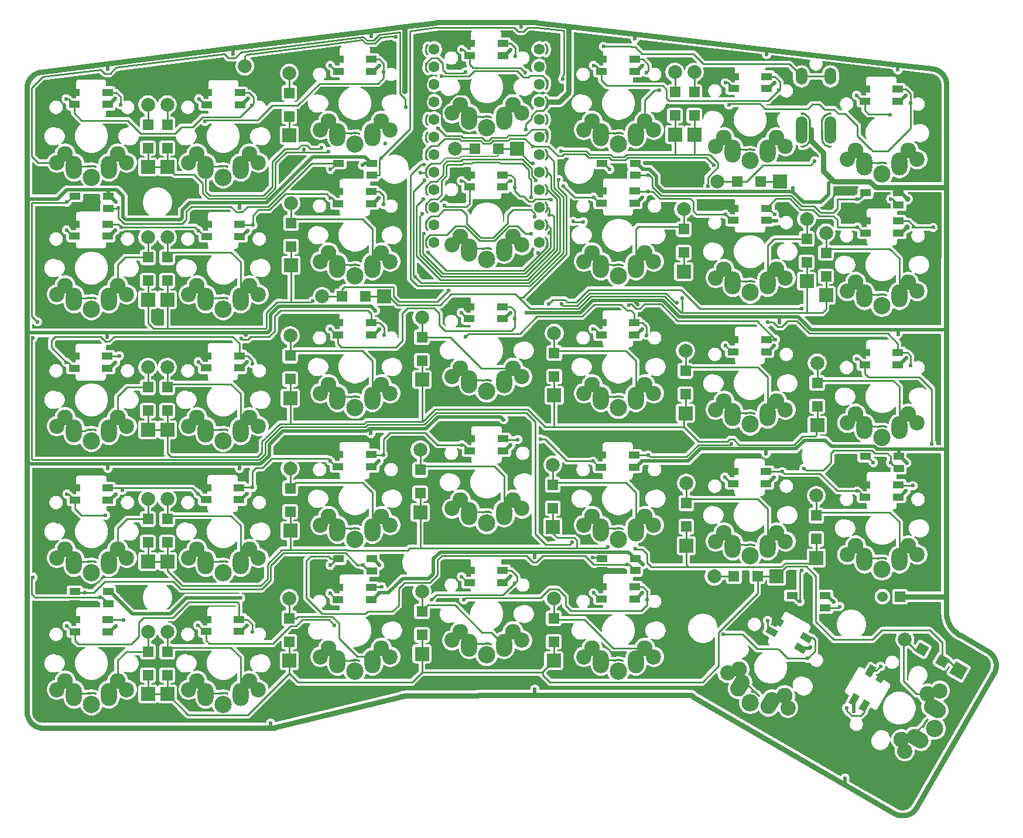
<source format=gtl>
G04 #@! TF.GenerationSoftware,KiCad,Pcbnew,(5.1.10)-1*
G04 #@! TF.CreationDate,2022-02-03T22:34:04+03:00*
G04 #@! TF.ProjectId,Kapl,4b61706c-2e6b-4696-9361-645f70636258,rev?*
G04 #@! TF.SameCoordinates,Original*
G04 #@! TF.FileFunction,Copper,L1,Top*
G04 #@! TF.FilePolarity,Positive*
%FSLAX46Y46*%
G04 Gerber Fmt 4.6, Leading zero omitted, Abs format (unit mm)*
G04 Created by KiCad (PCBNEW (5.1.10)-1) date 2022-02-03 22:34:04*
%MOMM*%
%LPD*%
G01*
G04 APERTURE LIST*
G04 #@! TA.AperFunction,ComponentPad*
%ADD10C,1.998980*%
G04 #@! TD*
G04 #@! TA.AperFunction,ComponentPad*
%ADD11R,1.998980X1.998980*%
G04 #@! TD*
G04 #@! TA.AperFunction,SMDPad,CuDef*
%ADD12R,1.524000X1.500000*%
G04 #@! TD*
G04 #@! TA.AperFunction,ComponentPad*
%ADD13C,0.100000*%
G04 #@! TD*
G04 #@! TA.AperFunction,SMDPad,CuDef*
%ADD14C,0.100000*%
G04 #@! TD*
G04 #@! TA.AperFunction,SMDPad,CuDef*
%ADD15R,1.500000X1.524000*%
G04 #@! TD*
G04 #@! TA.AperFunction,ComponentPad*
%ADD16C,1.600000*%
G04 #@! TD*
G04 #@! TA.AperFunction,ComponentPad*
%ADD17C,2.286000*%
G04 #@! TD*
G04 #@! TA.AperFunction,ComponentPad*
%ADD18C,2.200000*%
G04 #@! TD*
G04 #@! TA.AperFunction,ComponentPad*
%ADD19C,2.500000*%
G04 #@! TD*
G04 #@! TA.AperFunction,ComponentPad*
%ADD20O,2.300000X3.337000*%
G04 #@! TD*
G04 #@! TA.AperFunction,ComponentPad*
%ADD21C,2.000000*%
G04 #@! TD*
G04 #@! TA.AperFunction,ComponentPad*
%ADD22O,1.700000X4.000000*%
G04 #@! TD*
G04 #@! TA.AperFunction,ComponentPad*
%ADD23O,1.700000X2.500000*%
G04 #@! TD*
G04 #@! TA.AperFunction,SMDPad,CuDef*
%ADD24R,1.600000X1.000000*%
G04 #@! TD*
G04 #@! TA.AperFunction,ComponentPad*
%ADD25C,1.524000*%
G04 #@! TD*
G04 #@! TA.AperFunction,ComponentPad*
%ADD26R,1.524000X1.524000*%
G04 #@! TD*
G04 #@! TA.AperFunction,ViaPad*
%ADD27C,0.600000*%
G04 #@! TD*
G04 #@! TA.AperFunction,ViaPad*
%ADD28C,0.800000*%
G04 #@! TD*
G04 #@! TA.AperFunction,Conductor*
%ADD29C,0.250000*%
G04 #@! TD*
G04 #@! TA.AperFunction,Conductor*
%ADD30C,0.200000*%
G04 #@! TD*
G04 #@! TA.AperFunction,Conductor*
%ADD31C,0.750000*%
G04 #@! TD*
G04 #@! TA.AperFunction,Conductor*
%ADD32C,0.500000*%
G04 #@! TD*
G04 #@! TA.AperFunction,Conductor*
%ADD33C,0.100000*%
G04 #@! TD*
G04 APERTURE END LIST*
D10*
X127601200Y-52758340D03*
D11*
X136601200Y-52758340D03*
D12*
X133871200Y-52755800D03*
X130471200Y-52755800D03*
D10*
X192626385Y-123674500D03*
G04 #@! TA.AperFunction,ComponentPad*
D13*
G36*
X199055285Y-128540339D02*
G01*
X200054775Y-126809171D01*
X201785943Y-127808661D01*
X200786453Y-129539829D01*
X199055285Y-128540339D01*
G37*
G04 #@! TD.AperFunction*
G04 #@! TA.AperFunction,SMDPad,CuDef*
D14*
G36*
X199092546Y-126538781D02*
G01*
X198342546Y-127837819D01*
X197022724Y-127075819D01*
X197772724Y-125776781D01*
X199092546Y-126538781D01*
G37*
G04 #@! TD.AperFunction*
G04 #@! TA.AperFunction,SMDPad,CuDef*
G36*
X196148059Y-124838781D02*
G01*
X195398059Y-126137819D01*
X194078237Y-125375819D01*
X194828237Y-124076781D01*
X196148059Y-124838781D01*
G37*
G04 #@! TD.AperFunction*
D10*
X165053000Y-114556540D03*
D11*
X174053000Y-114556540D03*
D12*
X171323000Y-114554000D03*
X167923000Y-114554000D03*
D10*
X141856460Y-117746000D03*
D11*
X141856460Y-126746000D03*
D15*
X141859000Y-124016000D03*
X141859000Y-120616000D03*
D10*
X122806460Y-116755400D03*
D11*
X122806460Y-125755400D03*
D15*
X122809000Y-123025400D03*
X122809000Y-119625400D03*
D10*
X103629460Y-117746000D03*
D11*
X103629460Y-126746000D03*
D15*
X103632000Y-124016000D03*
X103632000Y-120616000D03*
D10*
X85976460Y-122572000D03*
D11*
X85976460Y-131572000D03*
D15*
X85979000Y-128842000D03*
X85979000Y-125442000D03*
D10*
X83182460Y-122572000D03*
D11*
X83182460Y-131572000D03*
D15*
X83185000Y-128842000D03*
X83185000Y-125442000D03*
D10*
X179829460Y-102887000D03*
D11*
X179829460Y-111887000D03*
D15*
X179832000Y-109157000D03*
X179832000Y-105757000D03*
D10*
X161033460Y-101109000D03*
D11*
X161033460Y-110109000D03*
D15*
X161036000Y-107379000D03*
X161036000Y-103979000D03*
D10*
X141729460Y-98442000D03*
D11*
X141729460Y-107442000D03*
D15*
X141732000Y-104712000D03*
X141732000Y-101312000D03*
D10*
X122552460Y-96283000D03*
D11*
X122552460Y-105283000D03*
D15*
X122555000Y-102553000D03*
X122555000Y-99153000D03*
D10*
X103756460Y-98950000D03*
D11*
X103756460Y-107950000D03*
D15*
X103759000Y-105220000D03*
X103759000Y-101820000D03*
D10*
X85976460Y-103395000D03*
D11*
X85976460Y-112395000D03*
D15*
X85979000Y-109665000D03*
X85979000Y-106265000D03*
D10*
X83182460Y-103395000D03*
D11*
X83182460Y-112395000D03*
D15*
X83185000Y-109665000D03*
X83185000Y-106265000D03*
D10*
X179956460Y-83710000D03*
D11*
X179956460Y-92710000D03*
D15*
X179959000Y-89980000D03*
X179959000Y-86580000D03*
D10*
X160906460Y-81962300D03*
D11*
X160906460Y-90962300D03*
D15*
X160909000Y-88232300D03*
X160909000Y-84832300D03*
D10*
X141935460Y-79392000D03*
D11*
X141935460Y-88392000D03*
D15*
X141938000Y-85662000D03*
X141938000Y-82262000D03*
D10*
X122806460Y-77106000D03*
D11*
X122806460Y-86106000D03*
D15*
X122809000Y-83376000D03*
X122809000Y-79976000D03*
D10*
X103756460Y-79773000D03*
D11*
X103756460Y-88773000D03*
D15*
X103759000Y-86043000D03*
X103759000Y-82643000D03*
D10*
X85976460Y-84345000D03*
D11*
X85976460Y-93345000D03*
D15*
X85979000Y-90615000D03*
X85979000Y-87215000D03*
D10*
X83182460Y-84345000D03*
D11*
X83182460Y-93345000D03*
D15*
X83185000Y-90615000D03*
X83185000Y-87215000D03*
D10*
X181226460Y-64914000D03*
D11*
X181226460Y-73914000D03*
D15*
X181229000Y-71184000D03*
X181229000Y-67784000D03*
D10*
X178432460Y-62882000D03*
D11*
X178432460Y-71882000D03*
D15*
X178435000Y-69152000D03*
X178435000Y-65752000D03*
D10*
X160652460Y-61485000D03*
D11*
X160652460Y-70485000D03*
D15*
X160655000Y-67755000D03*
X160655000Y-64355000D03*
D10*
X108373400Y-74068940D03*
D11*
X117373400Y-74068940D03*
D12*
X114643400Y-74066400D03*
X111243400Y-74066400D03*
D10*
X103883460Y-60596000D03*
D11*
X103883460Y-69596000D03*
D15*
X103886000Y-66866000D03*
X103886000Y-63466000D03*
D10*
X85979000Y-65549000D03*
D11*
X85979000Y-74549000D03*
D15*
X85981540Y-71819000D03*
X85981540Y-68419000D03*
D10*
X83182460Y-65549000D03*
D11*
X83182460Y-74549000D03*
D15*
X83185000Y-71819000D03*
X83185000Y-68419000D03*
D10*
X165548800Y-57480200D03*
D11*
X174548800Y-57480200D03*
D12*
X171818800Y-57477660D03*
X168418800Y-57477660D03*
D10*
X162176460Y-41673000D03*
D11*
X162176460Y-50673000D03*
D15*
X162179000Y-47943000D03*
X162179000Y-44543000D03*
D10*
X159382460Y-41673000D03*
D11*
X159382460Y-50673000D03*
D15*
X159385000Y-47943000D03*
X159385000Y-44543000D03*
D10*
X103629460Y-41800000D03*
D11*
X103629460Y-50800000D03*
D15*
X103632000Y-48070000D03*
X103632000Y-44670000D03*
D10*
X85976460Y-46372000D03*
D11*
X85976460Y-55372000D03*
D15*
X85979000Y-52642000D03*
X85979000Y-49242000D03*
D10*
X83182460Y-46372000D03*
D11*
X83182460Y-55372000D03*
D15*
X83185000Y-52642000D03*
X83185000Y-49242000D03*
G04 #@! TA.AperFunction,SMDPad,CuDef*
D14*
G36*
X141107002Y-38359447D02*
G01*
X141106980Y-38365761D01*
X141101411Y-38471831D01*
X141101286Y-38473921D01*
X141100566Y-38480138D01*
X141099928Y-38486410D01*
X141084035Y-38591431D01*
X141083707Y-38593499D01*
X141082379Y-38599640D01*
X141081137Y-38605796D01*
X141055073Y-38708760D01*
X141055072Y-38708765D01*
X141055070Y-38708771D01*
X141054544Y-38710790D01*
X141052625Y-38716765D01*
X141050786Y-38722778D01*
X141014797Y-38822711D01*
X141014074Y-38824676D01*
X141011586Y-38830424D01*
X141009165Y-38836239D01*
X140963597Y-38932183D01*
X140962685Y-38934068D01*
X140959649Y-38939543D01*
X140956670Y-38945099D01*
X140901956Y-39036139D01*
X140900864Y-39037926D01*
X140898047Y-39042009D01*
X140895345Y-39046201D01*
X140855581Y-39101731D01*
X140854350Y-39103424D01*
X140845087Y-39114780D01*
X140834759Y-39125179D01*
X140823467Y-39134519D01*
X140811316Y-39142712D01*
X140798425Y-39149681D01*
X140784914Y-39155359D01*
X140770915Y-39159691D01*
X140756559Y-39162637D01*
X140741984Y-39164168D01*
X140727328Y-39164268D01*
X140712734Y-39162939D01*
X140698339Y-39160191D01*
X140684281Y-39156052D01*
X140670694Y-39150561D01*
X140657707Y-39143770D01*
X140645446Y-39135744D01*
X140634025Y-39126560D01*
X140623555Y-39116305D01*
X140614137Y-39105079D01*
X140605859Y-39092986D01*
X140598799Y-39080142D01*
X140593027Y-39066673D01*
X140588597Y-39052703D01*
X140585552Y-39038368D01*
X140583920Y-39023804D01*
X140583717Y-39009151D01*
X140584944Y-38994548D01*
X140587591Y-38980134D01*
X140591632Y-38966047D01*
X140597029Y-38952421D01*
X140603729Y-38939387D01*
X140611668Y-38927070D01*
X140647923Y-38876440D01*
X140695757Y-38796848D01*
X140735030Y-38714156D01*
X140766047Y-38628030D01*
X140788511Y-38539287D01*
X140802207Y-38448783D01*
X140807008Y-38357352D01*
X140802864Y-38265908D01*
X140789815Y-38175298D01*
X140767987Y-38086397D01*
X140737587Y-38000046D01*
X140698910Y-37917083D01*
X140652314Y-37838276D01*
X140593925Y-37758482D01*
X140592700Y-37756783D01*
X140584806Y-37744436D01*
X140578153Y-37731378D01*
X140572807Y-37717733D01*
X140568819Y-37703631D01*
X140566225Y-37689208D01*
X140565051Y-37674600D01*
X140565308Y-37659947D01*
X140566993Y-37645390D01*
X140570091Y-37631066D01*
X140574573Y-37617112D01*
X140580394Y-37603663D01*
X140587500Y-37590847D01*
X140595823Y-37578785D01*
X140605284Y-37567592D01*
X140615790Y-37557376D01*
X140627245Y-37548235D01*
X140639536Y-37540254D01*
X140652548Y-37533511D01*
X140666154Y-37528070D01*
X140680228Y-37523983D01*
X140694634Y-37521288D01*
X140709232Y-37520012D01*
X140723887Y-37520167D01*
X140738456Y-37521751D01*
X140752801Y-37524749D01*
X140766784Y-37529133D01*
X140780274Y-37534860D01*
X140793140Y-37541876D01*
X140805260Y-37550115D01*
X140816518Y-37559497D01*
X140826808Y-37569933D01*
X140836029Y-37581322D01*
X140898753Y-37667040D01*
X140899978Y-37668739D01*
X140903336Y-37673992D01*
X140906820Y-37679276D01*
X140960879Y-37770705D01*
X140961932Y-37772515D01*
X140964782Y-37778110D01*
X140967712Y-37783669D01*
X141012588Y-37879929D01*
X141012592Y-37879937D01*
X141012596Y-37879946D01*
X141013463Y-37881842D01*
X141015732Y-37887632D01*
X141018128Y-37893506D01*
X141053400Y-37993694D01*
X141054081Y-37995675D01*
X141055780Y-38001680D01*
X141057586Y-38007740D01*
X141082912Y-38110892D01*
X141083396Y-38112930D01*
X141084504Y-38119091D01*
X141085706Y-38125277D01*
X141100846Y-38230410D01*
X141101130Y-38232484D01*
X141101633Y-38238742D01*
X141102224Y-38245000D01*
X141107032Y-38351106D01*
X141107112Y-38353199D01*
X141107002Y-38359447D01*
G37*
G04 #@! TD.AperFunction*
G04 #@! TA.AperFunction,SMDPad,CuDef*
G36*
X141107002Y-40899447D02*
G01*
X141106980Y-40905761D01*
X141101411Y-41011831D01*
X141101286Y-41013921D01*
X141100566Y-41020138D01*
X141099928Y-41026410D01*
X141084035Y-41131431D01*
X141083707Y-41133499D01*
X141082379Y-41139640D01*
X141081137Y-41145796D01*
X141055073Y-41248760D01*
X141055072Y-41248765D01*
X141055070Y-41248771D01*
X141054544Y-41250790D01*
X141052625Y-41256765D01*
X141050786Y-41262778D01*
X141014797Y-41362711D01*
X141014074Y-41364676D01*
X141011586Y-41370424D01*
X141009165Y-41376239D01*
X140963597Y-41472183D01*
X140962685Y-41474068D01*
X140959649Y-41479543D01*
X140956670Y-41485099D01*
X140901956Y-41576139D01*
X140900864Y-41577926D01*
X140898047Y-41582009D01*
X140895345Y-41586201D01*
X140855581Y-41641731D01*
X140854350Y-41643424D01*
X140845087Y-41654780D01*
X140834759Y-41665179D01*
X140823467Y-41674519D01*
X140811316Y-41682712D01*
X140798425Y-41689681D01*
X140784914Y-41695359D01*
X140770915Y-41699691D01*
X140756559Y-41702637D01*
X140741984Y-41704168D01*
X140727328Y-41704268D01*
X140712734Y-41702939D01*
X140698339Y-41700191D01*
X140684281Y-41696052D01*
X140670694Y-41690561D01*
X140657707Y-41683770D01*
X140645446Y-41675744D01*
X140634025Y-41666560D01*
X140623555Y-41656305D01*
X140614137Y-41645079D01*
X140605859Y-41632986D01*
X140598799Y-41620142D01*
X140593027Y-41606673D01*
X140588597Y-41592703D01*
X140585552Y-41578368D01*
X140583920Y-41563804D01*
X140583717Y-41549151D01*
X140584944Y-41534548D01*
X140587591Y-41520134D01*
X140591632Y-41506047D01*
X140597029Y-41492421D01*
X140603729Y-41479387D01*
X140611668Y-41467070D01*
X140647923Y-41416440D01*
X140695757Y-41336848D01*
X140735030Y-41254156D01*
X140766047Y-41168030D01*
X140788511Y-41079287D01*
X140802207Y-40988783D01*
X140807008Y-40897352D01*
X140802864Y-40805908D01*
X140789815Y-40715298D01*
X140767987Y-40626397D01*
X140737587Y-40540046D01*
X140698910Y-40457083D01*
X140652314Y-40378276D01*
X140593925Y-40298482D01*
X140592700Y-40296783D01*
X140584806Y-40284436D01*
X140578153Y-40271378D01*
X140572807Y-40257733D01*
X140568819Y-40243631D01*
X140566225Y-40229208D01*
X140565051Y-40214600D01*
X140565308Y-40199947D01*
X140566993Y-40185390D01*
X140570091Y-40171066D01*
X140574573Y-40157112D01*
X140580394Y-40143663D01*
X140587500Y-40130847D01*
X140595823Y-40118785D01*
X140605284Y-40107592D01*
X140615790Y-40097376D01*
X140627245Y-40088235D01*
X140639536Y-40080254D01*
X140652548Y-40073511D01*
X140666154Y-40068070D01*
X140680228Y-40063983D01*
X140694634Y-40061288D01*
X140709232Y-40060012D01*
X140723887Y-40060167D01*
X140738456Y-40061751D01*
X140752801Y-40064749D01*
X140766784Y-40069133D01*
X140780274Y-40074860D01*
X140793140Y-40081876D01*
X140805260Y-40090115D01*
X140816518Y-40099497D01*
X140826808Y-40109933D01*
X140836029Y-40121322D01*
X140898753Y-40207040D01*
X140899978Y-40208739D01*
X140903336Y-40213992D01*
X140906820Y-40219276D01*
X140960879Y-40310705D01*
X140961932Y-40312515D01*
X140964782Y-40318110D01*
X140967712Y-40323669D01*
X141012588Y-40419929D01*
X141012592Y-40419937D01*
X141012596Y-40419946D01*
X141013463Y-40421842D01*
X141015732Y-40427632D01*
X141018128Y-40433506D01*
X141053400Y-40533694D01*
X141054081Y-40535675D01*
X141055780Y-40541680D01*
X141057586Y-40547740D01*
X141082912Y-40650892D01*
X141083396Y-40652930D01*
X141084504Y-40659091D01*
X141085706Y-40665277D01*
X141100846Y-40770410D01*
X141101130Y-40772484D01*
X141101633Y-40778742D01*
X141102224Y-40785000D01*
X141107032Y-40891106D01*
X141107112Y-40893199D01*
X141107002Y-40899447D01*
G37*
G04 #@! TD.AperFunction*
G04 #@! TA.AperFunction,SMDPad,CuDef*
G36*
X141107002Y-43439447D02*
G01*
X141106980Y-43445761D01*
X141101411Y-43551831D01*
X141101286Y-43553921D01*
X141100566Y-43560138D01*
X141099928Y-43566410D01*
X141084035Y-43671431D01*
X141083707Y-43673499D01*
X141082379Y-43679640D01*
X141081137Y-43685796D01*
X141055073Y-43788760D01*
X141055072Y-43788765D01*
X141055070Y-43788771D01*
X141054544Y-43790790D01*
X141052625Y-43796765D01*
X141050786Y-43802778D01*
X141014797Y-43902711D01*
X141014074Y-43904676D01*
X141011586Y-43910424D01*
X141009165Y-43916239D01*
X140963597Y-44012183D01*
X140962685Y-44014068D01*
X140959649Y-44019543D01*
X140956670Y-44025099D01*
X140901956Y-44116139D01*
X140900864Y-44117926D01*
X140898047Y-44122009D01*
X140895345Y-44126201D01*
X140855581Y-44181731D01*
X140854350Y-44183424D01*
X140845087Y-44194780D01*
X140834759Y-44205179D01*
X140823467Y-44214519D01*
X140811316Y-44222712D01*
X140798425Y-44229681D01*
X140784914Y-44235359D01*
X140770915Y-44239691D01*
X140756559Y-44242637D01*
X140741984Y-44244168D01*
X140727328Y-44244268D01*
X140712734Y-44242939D01*
X140698339Y-44240191D01*
X140684281Y-44236052D01*
X140670694Y-44230561D01*
X140657707Y-44223770D01*
X140645446Y-44215744D01*
X140634025Y-44206560D01*
X140623555Y-44196305D01*
X140614137Y-44185079D01*
X140605859Y-44172986D01*
X140598799Y-44160142D01*
X140593027Y-44146673D01*
X140588597Y-44132703D01*
X140585552Y-44118368D01*
X140583920Y-44103804D01*
X140583717Y-44089151D01*
X140584944Y-44074548D01*
X140587591Y-44060134D01*
X140591632Y-44046047D01*
X140597029Y-44032421D01*
X140603729Y-44019387D01*
X140611668Y-44007070D01*
X140647923Y-43956440D01*
X140695757Y-43876848D01*
X140735030Y-43794156D01*
X140766047Y-43708030D01*
X140788511Y-43619287D01*
X140802207Y-43528783D01*
X140807008Y-43437352D01*
X140802864Y-43345908D01*
X140789815Y-43255298D01*
X140767987Y-43166397D01*
X140737587Y-43080046D01*
X140698910Y-42997083D01*
X140652314Y-42918276D01*
X140593925Y-42838482D01*
X140592700Y-42836783D01*
X140584806Y-42824436D01*
X140578153Y-42811378D01*
X140572807Y-42797733D01*
X140568819Y-42783631D01*
X140566225Y-42769208D01*
X140565051Y-42754600D01*
X140565308Y-42739947D01*
X140566993Y-42725390D01*
X140570091Y-42711066D01*
X140574573Y-42697112D01*
X140580394Y-42683663D01*
X140587500Y-42670847D01*
X140595823Y-42658785D01*
X140605284Y-42647592D01*
X140615790Y-42637376D01*
X140627245Y-42628235D01*
X140639536Y-42620254D01*
X140652548Y-42613511D01*
X140666154Y-42608070D01*
X140680228Y-42603983D01*
X140694634Y-42601288D01*
X140709232Y-42600012D01*
X140723887Y-42600167D01*
X140738456Y-42601751D01*
X140752801Y-42604749D01*
X140766784Y-42609133D01*
X140780274Y-42614860D01*
X140793140Y-42621876D01*
X140805260Y-42630115D01*
X140816518Y-42639497D01*
X140826808Y-42649933D01*
X140836029Y-42661322D01*
X140898753Y-42747040D01*
X140899978Y-42748739D01*
X140903336Y-42753992D01*
X140906820Y-42759276D01*
X140960879Y-42850705D01*
X140961932Y-42852515D01*
X140964782Y-42858110D01*
X140967712Y-42863669D01*
X141012588Y-42959929D01*
X141012592Y-42959937D01*
X141012596Y-42959946D01*
X141013463Y-42961842D01*
X141015732Y-42967632D01*
X141018128Y-42973506D01*
X141053400Y-43073694D01*
X141054081Y-43075675D01*
X141055780Y-43081680D01*
X141057586Y-43087740D01*
X141082912Y-43190892D01*
X141083396Y-43192930D01*
X141084504Y-43199091D01*
X141085706Y-43205277D01*
X141100846Y-43310410D01*
X141101130Y-43312484D01*
X141101633Y-43318742D01*
X141102224Y-43325000D01*
X141107032Y-43431106D01*
X141107112Y-43433199D01*
X141107002Y-43439447D01*
G37*
G04 #@! TD.AperFunction*
G04 #@! TA.AperFunction,SMDPad,CuDef*
G36*
X141107002Y-45979447D02*
G01*
X141106980Y-45985761D01*
X141101411Y-46091831D01*
X141101286Y-46093921D01*
X141100566Y-46100138D01*
X141099928Y-46106410D01*
X141084035Y-46211431D01*
X141083707Y-46213499D01*
X141082379Y-46219640D01*
X141081137Y-46225796D01*
X141055073Y-46328760D01*
X141055072Y-46328765D01*
X141055070Y-46328771D01*
X141054544Y-46330790D01*
X141052625Y-46336765D01*
X141050786Y-46342778D01*
X141014797Y-46442711D01*
X141014074Y-46444676D01*
X141011586Y-46450424D01*
X141009165Y-46456239D01*
X140963597Y-46552183D01*
X140962685Y-46554068D01*
X140959649Y-46559543D01*
X140956670Y-46565099D01*
X140901956Y-46656139D01*
X140900864Y-46657926D01*
X140898047Y-46662009D01*
X140895345Y-46666201D01*
X140855581Y-46721731D01*
X140854350Y-46723424D01*
X140845087Y-46734780D01*
X140834759Y-46745179D01*
X140823467Y-46754519D01*
X140811316Y-46762712D01*
X140798425Y-46769681D01*
X140784914Y-46775359D01*
X140770915Y-46779691D01*
X140756559Y-46782637D01*
X140741984Y-46784168D01*
X140727328Y-46784268D01*
X140712734Y-46782939D01*
X140698339Y-46780191D01*
X140684281Y-46776052D01*
X140670694Y-46770561D01*
X140657707Y-46763770D01*
X140645446Y-46755744D01*
X140634025Y-46746560D01*
X140623555Y-46736305D01*
X140614137Y-46725079D01*
X140605859Y-46712986D01*
X140598799Y-46700142D01*
X140593027Y-46686673D01*
X140588597Y-46672703D01*
X140585552Y-46658368D01*
X140583920Y-46643804D01*
X140583717Y-46629151D01*
X140584944Y-46614548D01*
X140587591Y-46600134D01*
X140591632Y-46586047D01*
X140597029Y-46572421D01*
X140603729Y-46559387D01*
X140611668Y-46547070D01*
X140647923Y-46496440D01*
X140695757Y-46416848D01*
X140735030Y-46334156D01*
X140766047Y-46248030D01*
X140788511Y-46159287D01*
X140802207Y-46068783D01*
X140807008Y-45977352D01*
X140802864Y-45885908D01*
X140789815Y-45795298D01*
X140767987Y-45706397D01*
X140737587Y-45620046D01*
X140698910Y-45537083D01*
X140652314Y-45458276D01*
X140593925Y-45378482D01*
X140592700Y-45376783D01*
X140584806Y-45364436D01*
X140578153Y-45351378D01*
X140572807Y-45337733D01*
X140568819Y-45323631D01*
X140566225Y-45309208D01*
X140565051Y-45294600D01*
X140565308Y-45279947D01*
X140566993Y-45265390D01*
X140570091Y-45251066D01*
X140574573Y-45237112D01*
X140580394Y-45223663D01*
X140587500Y-45210847D01*
X140595823Y-45198785D01*
X140605284Y-45187592D01*
X140615790Y-45177376D01*
X140627245Y-45168235D01*
X140639536Y-45160254D01*
X140652548Y-45153511D01*
X140666154Y-45148070D01*
X140680228Y-45143983D01*
X140694634Y-45141288D01*
X140709232Y-45140012D01*
X140723887Y-45140167D01*
X140738456Y-45141751D01*
X140752801Y-45144749D01*
X140766784Y-45149133D01*
X140780274Y-45154860D01*
X140793140Y-45161876D01*
X140805260Y-45170115D01*
X140816518Y-45179497D01*
X140826808Y-45189933D01*
X140836029Y-45201322D01*
X140898753Y-45287040D01*
X140899978Y-45288739D01*
X140903336Y-45293992D01*
X140906820Y-45299276D01*
X140960879Y-45390705D01*
X140961932Y-45392515D01*
X140964782Y-45398110D01*
X140967712Y-45403669D01*
X141012588Y-45499929D01*
X141012592Y-45499937D01*
X141012596Y-45499946D01*
X141013463Y-45501842D01*
X141015732Y-45507632D01*
X141018128Y-45513506D01*
X141053400Y-45613694D01*
X141054081Y-45615675D01*
X141055780Y-45621680D01*
X141057586Y-45627740D01*
X141082912Y-45730892D01*
X141083396Y-45732930D01*
X141084504Y-45739091D01*
X141085706Y-45745277D01*
X141100846Y-45850410D01*
X141101130Y-45852484D01*
X141101633Y-45858742D01*
X141102224Y-45865000D01*
X141107032Y-45971106D01*
X141107112Y-45973199D01*
X141107002Y-45979447D01*
G37*
G04 #@! TD.AperFunction*
G04 #@! TA.AperFunction,SMDPad,CuDef*
G36*
X141107002Y-48519447D02*
G01*
X141106980Y-48525761D01*
X141101411Y-48631831D01*
X141101286Y-48633921D01*
X141100566Y-48640138D01*
X141099928Y-48646410D01*
X141084035Y-48751431D01*
X141083707Y-48753499D01*
X141082379Y-48759640D01*
X141081137Y-48765796D01*
X141055073Y-48868760D01*
X141055072Y-48868765D01*
X141055070Y-48868771D01*
X141054544Y-48870790D01*
X141052625Y-48876765D01*
X141050786Y-48882778D01*
X141014797Y-48982711D01*
X141014074Y-48984676D01*
X141011586Y-48990424D01*
X141009165Y-48996239D01*
X140963597Y-49092183D01*
X140962685Y-49094068D01*
X140959649Y-49099543D01*
X140956670Y-49105099D01*
X140901956Y-49196139D01*
X140900864Y-49197926D01*
X140898047Y-49202009D01*
X140895345Y-49206201D01*
X140855581Y-49261731D01*
X140854350Y-49263424D01*
X140845087Y-49274780D01*
X140834759Y-49285179D01*
X140823467Y-49294519D01*
X140811316Y-49302712D01*
X140798425Y-49309681D01*
X140784914Y-49315359D01*
X140770915Y-49319691D01*
X140756559Y-49322637D01*
X140741984Y-49324168D01*
X140727328Y-49324268D01*
X140712734Y-49322939D01*
X140698339Y-49320191D01*
X140684281Y-49316052D01*
X140670694Y-49310561D01*
X140657707Y-49303770D01*
X140645446Y-49295744D01*
X140634025Y-49286560D01*
X140623555Y-49276305D01*
X140614137Y-49265079D01*
X140605859Y-49252986D01*
X140598799Y-49240142D01*
X140593027Y-49226673D01*
X140588597Y-49212703D01*
X140585552Y-49198368D01*
X140583920Y-49183804D01*
X140583717Y-49169151D01*
X140584944Y-49154548D01*
X140587591Y-49140134D01*
X140591632Y-49126047D01*
X140597029Y-49112421D01*
X140603729Y-49099387D01*
X140611668Y-49087070D01*
X140647923Y-49036440D01*
X140695757Y-48956848D01*
X140735030Y-48874156D01*
X140766047Y-48788030D01*
X140788511Y-48699287D01*
X140802207Y-48608783D01*
X140807008Y-48517352D01*
X140802864Y-48425908D01*
X140789815Y-48335298D01*
X140767987Y-48246397D01*
X140737587Y-48160046D01*
X140698910Y-48077083D01*
X140652314Y-47998276D01*
X140593925Y-47918482D01*
X140592700Y-47916783D01*
X140584806Y-47904436D01*
X140578153Y-47891378D01*
X140572807Y-47877733D01*
X140568819Y-47863631D01*
X140566225Y-47849208D01*
X140565051Y-47834600D01*
X140565308Y-47819947D01*
X140566993Y-47805390D01*
X140570091Y-47791066D01*
X140574573Y-47777112D01*
X140580394Y-47763663D01*
X140587500Y-47750847D01*
X140595823Y-47738785D01*
X140605284Y-47727592D01*
X140615790Y-47717376D01*
X140627245Y-47708235D01*
X140639536Y-47700254D01*
X140652548Y-47693511D01*
X140666154Y-47688070D01*
X140680228Y-47683983D01*
X140694634Y-47681288D01*
X140709232Y-47680012D01*
X140723887Y-47680167D01*
X140738456Y-47681751D01*
X140752801Y-47684749D01*
X140766784Y-47689133D01*
X140780274Y-47694860D01*
X140793140Y-47701876D01*
X140805260Y-47710115D01*
X140816518Y-47719497D01*
X140826808Y-47729933D01*
X140836029Y-47741322D01*
X140898753Y-47827040D01*
X140899978Y-47828739D01*
X140903336Y-47833992D01*
X140906820Y-47839276D01*
X140960879Y-47930705D01*
X140961932Y-47932515D01*
X140964782Y-47938110D01*
X140967712Y-47943669D01*
X141012588Y-48039929D01*
X141012592Y-48039937D01*
X141012596Y-48039946D01*
X141013463Y-48041842D01*
X141015732Y-48047632D01*
X141018128Y-48053506D01*
X141053400Y-48153694D01*
X141054081Y-48155675D01*
X141055780Y-48161680D01*
X141057586Y-48167740D01*
X141082912Y-48270892D01*
X141083396Y-48272930D01*
X141084504Y-48279091D01*
X141085706Y-48285277D01*
X141100846Y-48390410D01*
X141101130Y-48392484D01*
X141101633Y-48398742D01*
X141102224Y-48405000D01*
X141107032Y-48511106D01*
X141107112Y-48513199D01*
X141107002Y-48519447D01*
G37*
G04 #@! TD.AperFunction*
G04 #@! TA.AperFunction,SMDPad,CuDef*
G36*
X141107002Y-51059447D02*
G01*
X141106980Y-51065761D01*
X141101411Y-51171831D01*
X141101286Y-51173921D01*
X141100566Y-51180138D01*
X141099928Y-51186410D01*
X141084035Y-51291431D01*
X141083707Y-51293499D01*
X141082379Y-51299640D01*
X141081137Y-51305796D01*
X141055073Y-51408760D01*
X141055072Y-51408765D01*
X141055070Y-51408771D01*
X141054544Y-51410790D01*
X141052625Y-51416765D01*
X141050786Y-51422778D01*
X141014797Y-51522711D01*
X141014074Y-51524676D01*
X141011586Y-51530424D01*
X141009165Y-51536239D01*
X140963597Y-51632183D01*
X140962685Y-51634068D01*
X140959649Y-51639543D01*
X140956670Y-51645099D01*
X140901956Y-51736139D01*
X140900864Y-51737926D01*
X140898047Y-51742009D01*
X140895345Y-51746201D01*
X140855581Y-51801731D01*
X140854350Y-51803424D01*
X140845087Y-51814780D01*
X140834759Y-51825179D01*
X140823467Y-51834519D01*
X140811316Y-51842712D01*
X140798425Y-51849681D01*
X140784914Y-51855359D01*
X140770915Y-51859691D01*
X140756559Y-51862637D01*
X140741984Y-51864168D01*
X140727328Y-51864268D01*
X140712734Y-51862939D01*
X140698339Y-51860191D01*
X140684281Y-51856052D01*
X140670694Y-51850561D01*
X140657707Y-51843770D01*
X140645446Y-51835744D01*
X140634025Y-51826560D01*
X140623555Y-51816305D01*
X140614137Y-51805079D01*
X140605859Y-51792986D01*
X140598799Y-51780142D01*
X140593027Y-51766673D01*
X140588597Y-51752703D01*
X140585552Y-51738368D01*
X140583920Y-51723804D01*
X140583717Y-51709151D01*
X140584944Y-51694548D01*
X140587591Y-51680134D01*
X140591632Y-51666047D01*
X140597029Y-51652421D01*
X140603729Y-51639387D01*
X140611668Y-51627070D01*
X140647923Y-51576440D01*
X140695757Y-51496848D01*
X140735030Y-51414156D01*
X140766047Y-51328030D01*
X140788511Y-51239287D01*
X140802207Y-51148783D01*
X140807008Y-51057352D01*
X140802864Y-50965908D01*
X140789815Y-50875298D01*
X140767987Y-50786397D01*
X140737587Y-50700046D01*
X140698910Y-50617083D01*
X140652314Y-50538276D01*
X140593925Y-50458482D01*
X140592700Y-50456783D01*
X140584806Y-50444436D01*
X140578153Y-50431378D01*
X140572807Y-50417733D01*
X140568819Y-50403631D01*
X140566225Y-50389208D01*
X140565051Y-50374600D01*
X140565308Y-50359947D01*
X140566993Y-50345390D01*
X140570091Y-50331066D01*
X140574573Y-50317112D01*
X140580394Y-50303663D01*
X140587500Y-50290847D01*
X140595823Y-50278785D01*
X140605284Y-50267592D01*
X140615790Y-50257376D01*
X140627245Y-50248235D01*
X140639536Y-50240254D01*
X140652548Y-50233511D01*
X140666154Y-50228070D01*
X140680228Y-50223983D01*
X140694634Y-50221288D01*
X140709232Y-50220012D01*
X140723887Y-50220167D01*
X140738456Y-50221751D01*
X140752801Y-50224749D01*
X140766784Y-50229133D01*
X140780274Y-50234860D01*
X140793140Y-50241876D01*
X140805260Y-50250115D01*
X140816518Y-50259497D01*
X140826808Y-50269933D01*
X140836029Y-50281322D01*
X140898753Y-50367040D01*
X140899978Y-50368739D01*
X140903336Y-50373992D01*
X140906820Y-50379276D01*
X140960879Y-50470705D01*
X140961932Y-50472515D01*
X140964782Y-50478110D01*
X140967712Y-50483669D01*
X141012588Y-50579929D01*
X141012592Y-50579937D01*
X141012596Y-50579946D01*
X141013463Y-50581842D01*
X141015732Y-50587632D01*
X141018128Y-50593506D01*
X141053400Y-50693694D01*
X141054081Y-50695675D01*
X141055780Y-50701680D01*
X141057586Y-50707740D01*
X141082912Y-50810892D01*
X141083396Y-50812930D01*
X141084504Y-50819091D01*
X141085706Y-50825277D01*
X141100846Y-50930410D01*
X141101130Y-50932484D01*
X141101633Y-50938742D01*
X141102224Y-50945000D01*
X141107032Y-51051106D01*
X141107112Y-51053199D01*
X141107002Y-51059447D01*
G37*
G04 #@! TD.AperFunction*
G04 #@! TA.AperFunction,SMDPad,CuDef*
G36*
X141107002Y-53599447D02*
G01*
X141106980Y-53605761D01*
X141101411Y-53711831D01*
X141101286Y-53713921D01*
X141100566Y-53720138D01*
X141099928Y-53726410D01*
X141084035Y-53831431D01*
X141083707Y-53833499D01*
X141082379Y-53839640D01*
X141081137Y-53845796D01*
X141055073Y-53948760D01*
X141055072Y-53948765D01*
X141055070Y-53948771D01*
X141054544Y-53950790D01*
X141052625Y-53956765D01*
X141050786Y-53962778D01*
X141014797Y-54062711D01*
X141014074Y-54064676D01*
X141011586Y-54070424D01*
X141009165Y-54076239D01*
X140963597Y-54172183D01*
X140962685Y-54174068D01*
X140959649Y-54179543D01*
X140956670Y-54185099D01*
X140901956Y-54276139D01*
X140900864Y-54277926D01*
X140898047Y-54282009D01*
X140895345Y-54286201D01*
X140855581Y-54341731D01*
X140854350Y-54343424D01*
X140845087Y-54354780D01*
X140834759Y-54365179D01*
X140823467Y-54374519D01*
X140811316Y-54382712D01*
X140798425Y-54389681D01*
X140784914Y-54395359D01*
X140770915Y-54399691D01*
X140756559Y-54402637D01*
X140741984Y-54404168D01*
X140727328Y-54404268D01*
X140712734Y-54402939D01*
X140698339Y-54400191D01*
X140684281Y-54396052D01*
X140670694Y-54390561D01*
X140657707Y-54383770D01*
X140645446Y-54375744D01*
X140634025Y-54366560D01*
X140623555Y-54356305D01*
X140614137Y-54345079D01*
X140605859Y-54332986D01*
X140598799Y-54320142D01*
X140593027Y-54306673D01*
X140588597Y-54292703D01*
X140585552Y-54278368D01*
X140583920Y-54263804D01*
X140583717Y-54249151D01*
X140584944Y-54234548D01*
X140587591Y-54220134D01*
X140591632Y-54206047D01*
X140597029Y-54192421D01*
X140603729Y-54179387D01*
X140611668Y-54167070D01*
X140647923Y-54116440D01*
X140695757Y-54036848D01*
X140735030Y-53954156D01*
X140766047Y-53868030D01*
X140788511Y-53779287D01*
X140802207Y-53688783D01*
X140807008Y-53597352D01*
X140802864Y-53505908D01*
X140789815Y-53415298D01*
X140767987Y-53326397D01*
X140737587Y-53240046D01*
X140698910Y-53157083D01*
X140652314Y-53078276D01*
X140593925Y-52998482D01*
X140592700Y-52996783D01*
X140584806Y-52984436D01*
X140578153Y-52971378D01*
X140572807Y-52957733D01*
X140568819Y-52943631D01*
X140566225Y-52929208D01*
X140565051Y-52914600D01*
X140565308Y-52899947D01*
X140566993Y-52885390D01*
X140570091Y-52871066D01*
X140574573Y-52857112D01*
X140580394Y-52843663D01*
X140587500Y-52830847D01*
X140595823Y-52818785D01*
X140605284Y-52807592D01*
X140615790Y-52797376D01*
X140627245Y-52788235D01*
X140639536Y-52780254D01*
X140652548Y-52773511D01*
X140666154Y-52768070D01*
X140680228Y-52763983D01*
X140694634Y-52761288D01*
X140709232Y-52760012D01*
X140723887Y-52760167D01*
X140738456Y-52761751D01*
X140752801Y-52764749D01*
X140766784Y-52769133D01*
X140780274Y-52774860D01*
X140793140Y-52781876D01*
X140805260Y-52790115D01*
X140816518Y-52799497D01*
X140826808Y-52809933D01*
X140836029Y-52821322D01*
X140898753Y-52907040D01*
X140899978Y-52908739D01*
X140903336Y-52913992D01*
X140906820Y-52919276D01*
X140960879Y-53010705D01*
X140961932Y-53012515D01*
X140964782Y-53018110D01*
X140967712Y-53023669D01*
X141012588Y-53119929D01*
X141012592Y-53119937D01*
X141012596Y-53119946D01*
X141013463Y-53121842D01*
X141015732Y-53127632D01*
X141018128Y-53133506D01*
X141053400Y-53233694D01*
X141054081Y-53235675D01*
X141055780Y-53241680D01*
X141057586Y-53247740D01*
X141082912Y-53350892D01*
X141083396Y-53352930D01*
X141084504Y-53359091D01*
X141085706Y-53365277D01*
X141100846Y-53470410D01*
X141101130Y-53472484D01*
X141101633Y-53478742D01*
X141102224Y-53485000D01*
X141107032Y-53591106D01*
X141107112Y-53593199D01*
X141107002Y-53599447D01*
G37*
G04 #@! TD.AperFunction*
G04 #@! TA.AperFunction,SMDPad,CuDef*
G36*
X141107002Y-56139447D02*
G01*
X141106980Y-56145761D01*
X141101411Y-56251831D01*
X141101286Y-56253921D01*
X141100566Y-56260138D01*
X141099928Y-56266410D01*
X141084035Y-56371431D01*
X141083707Y-56373499D01*
X141082379Y-56379640D01*
X141081137Y-56385796D01*
X141055073Y-56488760D01*
X141055072Y-56488765D01*
X141055070Y-56488771D01*
X141054544Y-56490790D01*
X141052625Y-56496765D01*
X141050786Y-56502778D01*
X141014797Y-56602711D01*
X141014074Y-56604676D01*
X141011586Y-56610424D01*
X141009165Y-56616239D01*
X140963597Y-56712183D01*
X140962685Y-56714068D01*
X140959649Y-56719543D01*
X140956670Y-56725099D01*
X140901956Y-56816139D01*
X140900864Y-56817926D01*
X140898047Y-56822009D01*
X140895345Y-56826201D01*
X140855581Y-56881731D01*
X140854350Y-56883424D01*
X140845087Y-56894780D01*
X140834759Y-56905179D01*
X140823467Y-56914519D01*
X140811316Y-56922712D01*
X140798425Y-56929681D01*
X140784914Y-56935359D01*
X140770915Y-56939691D01*
X140756559Y-56942637D01*
X140741984Y-56944168D01*
X140727328Y-56944268D01*
X140712734Y-56942939D01*
X140698339Y-56940191D01*
X140684281Y-56936052D01*
X140670694Y-56930561D01*
X140657707Y-56923770D01*
X140645446Y-56915744D01*
X140634025Y-56906560D01*
X140623555Y-56896305D01*
X140614137Y-56885079D01*
X140605859Y-56872986D01*
X140598799Y-56860142D01*
X140593027Y-56846673D01*
X140588597Y-56832703D01*
X140585552Y-56818368D01*
X140583920Y-56803804D01*
X140583717Y-56789151D01*
X140584944Y-56774548D01*
X140587591Y-56760134D01*
X140591632Y-56746047D01*
X140597029Y-56732421D01*
X140603729Y-56719387D01*
X140611668Y-56707070D01*
X140647923Y-56656440D01*
X140695757Y-56576848D01*
X140735030Y-56494156D01*
X140766047Y-56408030D01*
X140788511Y-56319287D01*
X140802207Y-56228783D01*
X140807008Y-56137352D01*
X140802864Y-56045908D01*
X140789815Y-55955298D01*
X140767987Y-55866397D01*
X140737587Y-55780046D01*
X140698910Y-55697083D01*
X140652314Y-55618276D01*
X140593925Y-55538482D01*
X140592700Y-55536783D01*
X140584806Y-55524436D01*
X140578153Y-55511378D01*
X140572807Y-55497733D01*
X140568819Y-55483631D01*
X140566225Y-55469208D01*
X140565051Y-55454600D01*
X140565308Y-55439947D01*
X140566993Y-55425390D01*
X140570091Y-55411066D01*
X140574573Y-55397112D01*
X140580394Y-55383663D01*
X140587500Y-55370847D01*
X140595823Y-55358785D01*
X140605284Y-55347592D01*
X140615790Y-55337376D01*
X140627245Y-55328235D01*
X140639536Y-55320254D01*
X140652548Y-55313511D01*
X140666154Y-55308070D01*
X140680228Y-55303983D01*
X140694634Y-55301288D01*
X140709232Y-55300012D01*
X140723887Y-55300167D01*
X140738456Y-55301751D01*
X140752801Y-55304749D01*
X140766784Y-55309133D01*
X140780274Y-55314860D01*
X140793140Y-55321876D01*
X140805260Y-55330115D01*
X140816518Y-55339497D01*
X140826808Y-55349933D01*
X140836029Y-55361322D01*
X140898753Y-55447040D01*
X140899978Y-55448739D01*
X140903336Y-55453992D01*
X140906820Y-55459276D01*
X140960879Y-55550705D01*
X140961932Y-55552515D01*
X140964782Y-55558110D01*
X140967712Y-55563669D01*
X141012588Y-55659929D01*
X141012592Y-55659937D01*
X141012596Y-55659946D01*
X141013463Y-55661842D01*
X141015732Y-55667632D01*
X141018128Y-55673506D01*
X141053400Y-55773694D01*
X141054081Y-55775675D01*
X141055780Y-55781680D01*
X141057586Y-55787740D01*
X141082912Y-55890892D01*
X141083396Y-55892930D01*
X141084504Y-55899091D01*
X141085706Y-55905277D01*
X141100846Y-56010410D01*
X141101130Y-56012484D01*
X141101633Y-56018742D01*
X141102224Y-56025000D01*
X141107032Y-56131106D01*
X141107112Y-56133199D01*
X141107002Y-56139447D01*
G37*
G04 #@! TD.AperFunction*
G04 #@! TA.AperFunction,SMDPad,CuDef*
G36*
X141107002Y-58679447D02*
G01*
X141106980Y-58685761D01*
X141101411Y-58791831D01*
X141101286Y-58793921D01*
X141100566Y-58800138D01*
X141099928Y-58806410D01*
X141084035Y-58911431D01*
X141083707Y-58913499D01*
X141082379Y-58919640D01*
X141081137Y-58925796D01*
X141055073Y-59028760D01*
X141055072Y-59028765D01*
X141055070Y-59028771D01*
X141054544Y-59030790D01*
X141052625Y-59036765D01*
X141050786Y-59042778D01*
X141014797Y-59142711D01*
X141014074Y-59144676D01*
X141011586Y-59150424D01*
X141009165Y-59156239D01*
X140963597Y-59252183D01*
X140962685Y-59254068D01*
X140959649Y-59259543D01*
X140956670Y-59265099D01*
X140901956Y-59356139D01*
X140900864Y-59357926D01*
X140898047Y-59362009D01*
X140895345Y-59366201D01*
X140855581Y-59421731D01*
X140854350Y-59423424D01*
X140845087Y-59434780D01*
X140834759Y-59445179D01*
X140823467Y-59454519D01*
X140811316Y-59462712D01*
X140798425Y-59469681D01*
X140784914Y-59475359D01*
X140770915Y-59479691D01*
X140756559Y-59482637D01*
X140741984Y-59484168D01*
X140727328Y-59484268D01*
X140712734Y-59482939D01*
X140698339Y-59480191D01*
X140684281Y-59476052D01*
X140670694Y-59470561D01*
X140657707Y-59463770D01*
X140645446Y-59455744D01*
X140634025Y-59446560D01*
X140623555Y-59436305D01*
X140614137Y-59425079D01*
X140605859Y-59412986D01*
X140598799Y-59400142D01*
X140593027Y-59386673D01*
X140588597Y-59372703D01*
X140585552Y-59358368D01*
X140583920Y-59343804D01*
X140583717Y-59329151D01*
X140584944Y-59314548D01*
X140587591Y-59300134D01*
X140591632Y-59286047D01*
X140597029Y-59272421D01*
X140603729Y-59259387D01*
X140611668Y-59247070D01*
X140647923Y-59196440D01*
X140695757Y-59116848D01*
X140735030Y-59034156D01*
X140766047Y-58948030D01*
X140788511Y-58859287D01*
X140802207Y-58768783D01*
X140807008Y-58677352D01*
X140802864Y-58585908D01*
X140789815Y-58495298D01*
X140767987Y-58406397D01*
X140737587Y-58320046D01*
X140698910Y-58237083D01*
X140652314Y-58158276D01*
X140593925Y-58078482D01*
X140592700Y-58076783D01*
X140584806Y-58064436D01*
X140578153Y-58051378D01*
X140572807Y-58037733D01*
X140568819Y-58023631D01*
X140566225Y-58009208D01*
X140565051Y-57994600D01*
X140565308Y-57979947D01*
X140566993Y-57965390D01*
X140570091Y-57951066D01*
X140574573Y-57937112D01*
X140580394Y-57923663D01*
X140587500Y-57910847D01*
X140595823Y-57898785D01*
X140605284Y-57887592D01*
X140615790Y-57877376D01*
X140627245Y-57868235D01*
X140639536Y-57860254D01*
X140652548Y-57853511D01*
X140666154Y-57848070D01*
X140680228Y-57843983D01*
X140694634Y-57841288D01*
X140709232Y-57840012D01*
X140723887Y-57840167D01*
X140738456Y-57841751D01*
X140752801Y-57844749D01*
X140766784Y-57849133D01*
X140780274Y-57854860D01*
X140793140Y-57861876D01*
X140805260Y-57870115D01*
X140816518Y-57879497D01*
X140826808Y-57889933D01*
X140836029Y-57901322D01*
X140898753Y-57987040D01*
X140899978Y-57988739D01*
X140903336Y-57993992D01*
X140906820Y-57999276D01*
X140960879Y-58090705D01*
X140961932Y-58092515D01*
X140964782Y-58098110D01*
X140967712Y-58103669D01*
X141012588Y-58199929D01*
X141012592Y-58199937D01*
X141012596Y-58199946D01*
X141013463Y-58201842D01*
X141015732Y-58207632D01*
X141018128Y-58213506D01*
X141053400Y-58313694D01*
X141054081Y-58315675D01*
X141055780Y-58321680D01*
X141057586Y-58327740D01*
X141082912Y-58430892D01*
X141083396Y-58432930D01*
X141084504Y-58439091D01*
X141085706Y-58445277D01*
X141100846Y-58550410D01*
X141101130Y-58552484D01*
X141101633Y-58558742D01*
X141102224Y-58565000D01*
X141107032Y-58671106D01*
X141107112Y-58673199D01*
X141107002Y-58679447D01*
G37*
G04 #@! TD.AperFunction*
G04 #@! TA.AperFunction,SMDPad,CuDef*
G36*
X141107002Y-61219447D02*
G01*
X141106980Y-61225761D01*
X141101411Y-61331831D01*
X141101286Y-61333921D01*
X141100566Y-61340138D01*
X141099928Y-61346410D01*
X141084035Y-61451431D01*
X141083707Y-61453499D01*
X141082379Y-61459640D01*
X141081137Y-61465796D01*
X141055073Y-61568760D01*
X141055072Y-61568765D01*
X141055070Y-61568771D01*
X141054544Y-61570790D01*
X141052625Y-61576765D01*
X141050786Y-61582778D01*
X141014797Y-61682711D01*
X141014074Y-61684676D01*
X141011586Y-61690424D01*
X141009165Y-61696239D01*
X140963597Y-61792183D01*
X140962685Y-61794068D01*
X140959649Y-61799543D01*
X140956670Y-61805099D01*
X140901956Y-61896139D01*
X140900864Y-61897926D01*
X140898047Y-61902009D01*
X140895345Y-61906201D01*
X140855581Y-61961731D01*
X140854350Y-61963424D01*
X140845087Y-61974780D01*
X140834759Y-61985179D01*
X140823467Y-61994519D01*
X140811316Y-62002712D01*
X140798425Y-62009681D01*
X140784914Y-62015359D01*
X140770915Y-62019691D01*
X140756559Y-62022637D01*
X140741984Y-62024168D01*
X140727328Y-62024268D01*
X140712734Y-62022939D01*
X140698339Y-62020191D01*
X140684281Y-62016052D01*
X140670694Y-62010561D01*
X140657707Y-62003770D01*
X140645446Y-61995744D01*
X140634025Y-61986560D01*
X140623555Y-61976305D01*
X140614137Y-61965079D01*
X140605859Y-61952986D01*
X140598799Y-61940142D01*
X140593027Y-61926673D01*
X140588597Y-61912703D01*
X140585552Y-61898368D01*
X140583920Y-61883804D01*
X140583717Y-61869151D01*
X140584944Y-61854548D01*
X140587591Y-61840134D01*
X140591632Y-61826047D01*
X140597029Y-61812421D01*
X140603729Y-61799387D01*
X140611668Y-61787070D01*
X140647923Y-61736440D01*
X140695757Y-61656848D01*
X140735030Y-61574156D01*
X140766047Y-61488030D01*
X140788511Y-61399287D01*
X140802207Y-61308783D01*
X140807008Y-61217352D01*
X140802864Y-61125908D01*
X140789815Y-61035298D01*
X140767987Y-60946397D01*
X140737587Y-60860046D01*
X140698910Y-60777083D01*
X140652314Y-60698276D01*
X140593925Y-60618482D01*
X140592700Y-60616783D01*
X140584806Y-60604436D01*
X140578153Y-60591378D01*
X140572807Y-60577733D01*
X140568819Y-60563631D01*
X140566225Y-60549208D01*
X140565051Y-60534600D01*
X140565308Y-60519947D01*
X140566993Y-60505390D01*
X140570091Y-60491066D01*
X140574573Y-60477112D01*
X140580394Y-60463663D01*
X140587500Y-60450847D01*
X140595823Y-60438785D01*
X140605284Y-60427592D01*
X140615790Y-60417376D01*
X140627245Y-60408235D01*
X140639536Y-60400254D01*
X140652548Y-60393511D01*
X140666154Y-60388070D01*
X140680228Y-60383983D01*
X140694634Y-60381288D01*
X140709232Y-60380012D01*
X140723887Y-60380167D01*
X140738456Y-60381751D01*
X140752801Y-60384749D01*
X140766784Y-60389133D01*
X140780274Y-60394860D01*
X140793140Y-60401876D01*
X140805260Y-60410115D01*
X140816518Y-60419497D01*
X140826808Y-60429933D01*
X140836029Y-60441322D01*
X140898753Y-60527040D01*
X140899978Y-60528739D01*
X140903336Y-60533992D01*
X140906820Y-60539276D01*
X140960879Y-60630705D01*
X140961932Y-60632515D01*
X140964782Y-60638110D01*
X140967712Y-60643669D01*
X141012588Y-60739929D01*
X141012592Y-60739937D01*
X141012596Y-60739946D01*
X141013463Y-60741842D01*
X141015732Y-60747632D01*
X141018128Y-60753506D01*
X141053400Y-60853694D01*
X141054081Y-60855675D01*
X141055780Y-60861680D01*
X141057586Y-60867740D01*
X141082912Y-60970892D01*
X141083396Y-60972930D01*
X141084504Y-60979091D01*
X141085706Y-60985277D01*
X141100846Y-61090410D01*
X141101130Y-61092484D01*
X141101633Y-61098742D01*
X141102224Y-61105000D01*
X141107032Y-61211106D01*
X141107112Y-61213199D01*
X141107002Y-61219447D01*
G37*
G04 #@! TD.AperFunction*
G04 #@! TA.AperFunction,SMDPad,CuDef*
G36*
X141107002Y-63759447D02*
G01*
X141106980Y-63765761D01*
X141101411Y-63871831D01*
X141101286Y-63873921D01*
X141100566Y-63880138D01*
X141099928Y-63886410D01*
X141084035Y-63991431D01*
X141083707Y-63993499D01*
X141082379Y-63999640D01*
X141081137Y-64005796D01*
X141055073Y-64108760D01*
X141055072Y-64108765D01*
X141055070Y-64108771D01*
X141054544Y-64110790D01*
X141052625Y-64116765D01*
X141050786Y-64122778D01*
X141014797Y-64222711D01*
X141014074Y-64224676D01*
X141011586Y-64230424D01*
X141009165Y-64236239D01*
X140963597Y-64332183D01*
X140962685Y-64334068D01*
X140959649Y-64339543D01*
X140956670Y-64345099D01*
X140901956Y-64436139D01*
X140900864Y-64437926D01*
X140898047Y-64442009D01*
X140895345Y-64446201D01*
X140855581Y-64501731D01*
X140854350Y-64503424D01*
X140845087Y-64514780D01*
X140834759Y-64525179D01*
X140823467Y-64534519D01*
X140811316Y-64542712D01*
X140798425Y-64549681D01*
X140784914Y-64555359D01*
X140770915Y-64559691D01*
X140756559Y-64562637D01*
X140741984Y-64564168D01*
X140727328Y-64564268D01*
X140712734Y-64562939D01*
X140698339Y-64560191D01*
X140684281Y-64556052D01*
X140670694Y-64550561D01*
X140657707Y-64543770D01*
X140645446Y-64535744D01*
X140634025Y-64526560D01*
X140623555Y-64516305D01*
X140614137Y-64505079D01*
X140605859Y-64492986D01*
X140598799Y-64480142D01*
X140593027Y-64466673D01*
X140588597Y-64452703D01*
X140585552Y-64438368D01*
X140583920Y-64423804D01*
X140583717Y-64409151D01*
X140584944Y-64394548D01*
X140587591Y-64380134D01*
X140591632Y-64366047D01*
X140597029Y-64352421D01*
X140603729Y-64339387D01*
X140611668Y-64327070D01*
X140647923Y-64276440D01*
X140695757Y-64196848D01*
X140735030Y-64114156D01*
X140766047Y-64028030D01*
X140788511Y-63939287D01*
X140802207Y-63848783D01*
X140807008Y-63757352D01*
X140802864Y-63665908D01*
X140789815Y-63575298D01*
X140767987Y-63486397D01*
X140737587Y-63400046D01*
X140698910Y-63317083D01*
X140652314Y-63238276D01*
X140593925Y-63158482D01*
X140592700Y-63156783D01*
X140584806Y-63144436D01*
X140578153Y-63131378D01*
X140572807Y-63117733D01*
X140568819Y-63103631D01*
X140566225Y-63089208D01*
X140565051Y-63074600D01*
X140565308Y-63059947D01*
X140566993Y-63045390D01*
X140570091Y-63031066D01*
X140574573Y-63017112D01*
X140580394Y-63003663D01*
X140587500Y-62990847D01*
X140595823Y-62978785D01*
X140605284Y-62967592D01*
X140615790Y-62957376D01*
X140627245Y-62948235D01*
X140639536Y-62940254D01*
X140652548Y-62933511D01*
X140666154Y-62928070D01*
X140680228Y-62923983D01*
X140694634Y-62921288D01*
X140709232Y-62920012D01*
X140723887Y-62920167D01*
X140738456Y-62921751D01*
X140752801Y-62924749D01*
X140766784Y-62929133D01*
X140780274Y-62934860D01*
X140793140Y-62941876D01*
X140805260Y-62950115D01*
X140816518Y-62959497D01*
X140826808Y-62969933D01*
X140836029Y-62981322D01*
X140898753Y-63067040D01*
X140899978Y-63068739D01*
X140903336Y-63073992D01*
X140906820Y-63079276D01*
X140960879Y-63170705D01*
X140961932Y-63172515D01*
X140964782Y-63178110D01*
X140967712Y-63183669D01*
X141012588Y-63279929D01*
X141012592Y-63279937D01*
X141012596Y-63279946D01*
X141013463Y-63281842D01*
X141015732Y-63287632D01*
X141018128Y-63293506D01*
X141053400Y-63393694D01*
X141054081Y-63395675D01*
X141055780Y-63401680D01*
X141057586Y-63407740D01*
X141082912Y-63510892D01*
X141083396Y-63512930D01*
X141084504Y-63519091D01*
X141085706Y-63525277D01*
X141100846Y-63630410D01*
X141101130Y-63632484D01*
X141101633Y-63638742D01*
X141102224Y-63645000D01*
X141107032Y-63751106D01*
X141107112Y-63753199D01*
X141107002Y-63759447D01*
G37*
G04 #@! TD.AperFunction*
G04 #@! TA.AperFunction,SMDPad,CuDef*
G36*
X123240648Y-66313953D02*
G01*
X123240670Y-66307639D01*
X123246239Y-66201569D01*
X123246364Y-66199479D01*
X123247084Y-66193262D01*
X123247722Y-66186990D01*
X123263615Y-66081969D01*
X123263943Y-66079901D01*
X123265271Y-66073760D01*
X123266513Y-66067604D01*
X123292577Y-65964640D01*
X123292578Y-65964635D01*
X123292580Y-65964629D01*
X123293106Y-65962610D01*
X123295025Y-65956635D01*
X123296864Y-65950622D01*
X123332853Y-65850689D01*
X123333576Y-65848724D01*
X123336064Y-65842976D01*
X123338485Y-65837161D01*
X123384053Y-65741217D01*
X123384965Y-65739332D01*
X123388001Y-65733857D01*
X123390980Y-65728301D01*
X123445694Y-65637261D01*
X123446786Y-65635474D01*
X123449603Y-65631391D01*
X123452305Y-65627199D01*
X123492069Y-65571669D01*
X123493300Y-65569976D01*
X123502563Y-65558620D01*
X123512891Y-65548221D01*
X123524183Y-65538881D01*
X123536334Y-65530688D01*
X123549225Y-65523719D01*
X123562736Y-65518041D01*
X123576735Y-65513709D01*
X123591091Y-65510763D01*
X123605666Y-65509232D01*
X123620322Y-65509132D01*
X123634916Y-65510461D01*
X123649311Y-65513209D01*
X123663369Y-65517348D01*
X123676956Y-65522839D01*
X123689943Y-65529630D01*
X123702204Y-65537656D01*
X123713625Y-65546840D01*
X123724095Y-65557095D01*
X123733513Y-65568321D01*
X123741791Y-65580414D01*
X123748851Y-65593258D01*
X123754623Y-65606727D01*
X123759053Y-65620697D01*
X123762098Y-65635032D01*
X123763730Y-65649596D01*
X123763933Y-65664249D01*
X123762706Y-65678852D01*
X123760059Y-65693266D01*
X123756018Y-65707353D01*
X123750621Y-65720979D01*
X123743921Y-65734013D01*
X123735982Y-65746330D01*
X123699727Y-65796960D01*
X123651893Y-65876552D01*
X123612620Y-65959244D01*
X123581603Y-66045370D01*
X123559139Y-66134113D01*
X123545443Y-66224617D01*
X123540642Y-66316048D01*
X123544786Y-66407492D01*
X123557835Y-66498102D01*
X123579663Y-66587003D01*
X123610063Y-66673354D01*
X123648740Y-66756317D01*
X123695336Y-66835124D01*
X123753725Y-66914918D01*
X123754950Y-66916617D01*
X123762844Y-66928964D01*
X123769497Y-66942022D01*
X123774843Y-66955667D01*
X123778831Y-66969769D01*
X123781425Y-66984192D01*
X123782599Y-66998800D01*
X123782342Y-67013453D01*
X123780657Y-67028010D01*
X123777559Y-67042334D01*
X123773077Y-67056288D01*
X123767256Y-67069737D01*
X123760150Y-67082553D01*
X123751827Y-67094615D01*
X123742366Y-67105808D01*
X123731860Y-67116024D01*
X123720405Y-67125165D01*
X123708114Y-67133146D01*
X123695102Y-67139889D01*
X123681496Y-67145330D01*
X123667422Y-67149417D01*
X123653016Y-67152112D01*
X123638418Y-67153388D01*
X123623763Y-67153233D01*
X123609194Y-67151649D01*
X123594849Y-67148651D01*
X123580866Y-67144267D01*
X123567376Y-67138540D01*
X123554510Y-67131524D01*
X123542390Y-67123285D01*
X123531132Y-67113903D01*
X123520842Y-67103467D01*
X123511621Y-67092078D01*
X123448897Y-67006360D01*
X123447672Y-67004661D01*
X123444314Y-66999408D01*
X123440830Y-66994124D01*
X123386771Y-66902695D01*
X123385718Y-66900885D01*
X123382868Y-66895290D01*
X123379938Y-66889731D01*
X123335062Y-66793471D01*
X123335058Y-66793463D01*
X123335054Y-66793454D01*
X123334187Y-66791558D01*
X123331918Y-66785768D01*
X123329522Y-66779894D01*
X123294250Y-66679706D01*
X123293569Y-66677725D01*
X123291870Y-66671720D01*
X123290064Y-66665660D01*
X123264738Y-66562508D01*
X123264254Y-66560470D01*
X123263146Y-66554309D01*
X123261944Y-66548123D01*
X123246804Y-66442990D01*
X123246520Y-66440916D01*
X123246017Y-66434658D01*
X123245426Y-66428400D01*
X123240618Y-66322294D01*
X123240538Y-66320201D01*
X123240648Y-66313953D01*
G37*
G04 #@! TD.AperFunction*
G04 #@! TA.AperFunction,SMDPad,CuDef*
G36*
X123240648Y-63773953D02*
G01*
X123240670Y-63767639D01*
X123246239Y-63661569D01*
X123246364Y-63659479D01*
X123247084Y-63653262D01*
X123247722Y-63646990D01*
X123263615Y-63541969D01*
X123263943Y-63539901D01*
X123265271Y-63533760D01*
X123266513Y-63527604D01*
X123292577Y-63424640D01*
X123292578Y-63424635D01*
X123292580Y-63424629D01*
X123293106Y-63422610D01*
X123295025Y-63416635D01*
X123296864Y-63410622D01*
X123332853Y-63310689D01*
X123333576Y-63308724D01*
X123336064Y-63302976D01*
X123338485Y-63297161D01*
X123384053Y-63201217D01*
X123384965Y-63199332D01*
X123388001Y-63193857D01*
X123390980Y-63188301D01*
X123445694Y-63097261D01*
X123446786Y-63095474D01*
X123449603Y-63091391D01*
X123452305Y-63087199D01*
X123492069Y-63031669D01*
X123493300Y-63029976D01*
X123502563Y-63018620D01*
X123512891Y-63008221D01*
X123524183Y-62998881D01*
X123536334Y-62990688D01*
X123549225Y-62983719D01*
X123562736Y-62978041D01*
X123576735Y-62973709D01*
X123591091Y-62970763D01*
X123605666Y-62969232D01*
X123620322Y-62969132D01*
X123634916Y-62970461D01*
X123649311Y-62973209D01*
X123663369Y-62977348D01*
X123676956Y-62982839D01*
X123689943Y-62989630D01*
X123702204Y-62997656D01*
X123713625Y-63006840D01*
X123724095Y-63017095D01*
X123733513Y-63028321D01*
X123741791Y-63040414D01*
X123748851Y-63053258D01*
X123754623Y-63066727D01*
X123759053Y-63080697D01*
X123762098Y-63095032D01*
X123763730Y-63109596D01*
X123763933Y-63124249D01*
X123762706Y-63138852D01*
X123760059Y-63153266D01*
X123756018Y-63167353D01*
X123750621Y-63180979D01*
X123743921Y-63194013D01*
X123735982Y-63206330D01*
X123699727Y-63256960D01*
X123651893Y-63336552D01*
X123612620Y-63419244D01*
X123581603Y-63505370D01*
X123559139Y-63594113D01*
X123545443Y-63684617D01*
X123540642Y-63776048D01*
X123544786Y-63867492D01*
X123557835Y-63958102D01*
X123579663Y-64047003D01*
X123610063Y-64133354D01*
X123648740Y-64216317D01*
X123695336Y-64295124D01*
X123753725Y-64374918D01*
X123754950Y-64376617D01*
X123762844Y-64388964D01*
X123769497Y-64402022D01*
X123774843Y-64415667D01*
X123778831Y-64429769D01*
X123781425Y-64444192D01*
X123782599Y-64458800D01*
X123782342Y-64473453D01*
X123780657Y-64488010D01*
X123777559Y-64502334D01*
X123773077Y-64516288D01*
X123767256Y-64529737D01*
X123760150Y-64542553D01*
X123751827Y-64554615D01*
X123742366Y-64565808D01*
X123731860Y-64576024D01*
X123720405Y-64585165D01*
X123708114Y-64593146D01*
X123695102Y-64599889D01*
X123681496Y-64605330D01*
X123667422Y-64609417D01*
X123653016Y-64612112D01*
X123638418Y-64613388D01*
X123623763Y-64613233D01*
X123609194Y-64611649D01*
X123594849Y-64608651D01*
X123580866Y-64604267D01*
X123567376Y-64598540D01*
X123554510Y-64591524D01*
X123542390Y-64583285D01*
X123531132Y-64573903D01*
X123520842Y-64563467D01*
X123511621Y-64552078D01*
X123448897Y-64466360D01*
X123447672Y-64464661D01*
X123444314Y-64459408D01*
X123440830Y-64454124D01*
X123386771Y-64362695D01*
X123385718Y-64360885D01*
X123382868Y-64355290D01*
X123379938Y-64349731D01*
X123335062Y-64253471D01*
X123335058Y-64253463D01*
X123335054Y-64253454D01*
X123334187Y-64251558D01*
X123331918Y-64245768D01*
X123329522Y-64239894D01*
X123294250Y-64139706D01*
X123293569Y-64137725D01*
X123291870Y-64131720D01*
X123290064Y-64125660D01*
X123264738Y-64022508D01*
X123264254Y-64020470D01*
X123263146Y-64014309D01*
X123261944Y-64008123D01*
X123246804Y-63902990D01*
X123246520Y-63900916D01*
X123246017Y-63894658D01*
X123245426Y-63888400D01*
X123240618Y-63782294D01*
X123240538Y-63780201D01*
X123240648Y-63773953D01*
G37*
G04 #@! TD.AperFunction*
G04 #@! TA.AperFunction,SMDPad,CuDef*
G36*
X123240648Y-61233953D02*
G01*
X123240670Y-61227639D01*
X123246239Y-61121569D01*
X123246364Y-61119479D01*
X123247084Y-61113262D01*
X123247722Y-61106990D01*
X123263615Y-61001969D01*
X123263943Y-60999901D01*
X123265271Y-60993760D01*
X123266513Y-60987604D01*
X123292577Y-60884640D01*
X123292578Y-60884635D01*
X123292580Y-60884629D01*
X123293106Y-60882610D01*
X123295025Y-60876635D01*
X123296864Y-60870622D01*
X123332853Y-60770689D01*
X123333576Y-60768724D01*
X123336064Y-60762976D01*
X123338485Y-60757161D01*
X123384053Y-60661217D01*
X123384965Y-60659332D01*
X123388001Y-60653857D01*
X123390980Y-60648301D01*
X123445694Y-60557261D01*
X123446786Y-60555474D01*
X123449603Y-60551391D01*
X123452305Y-60547199D01*
X123492069Y-60491669D01*
X123493300Y-60489976D01*
X123502563Y-60478620D01*
X123512891Y-60468221D01*
X123524183Y-60458881D01*
X123536334Y-60450688D01*
X123549225Y-60443719D01*
X123562736Y-60438041D01*
X123576735Y-60433709D01*
X123591091Y-60430763D01*
X123605666Y-60429232D01*
X123620322Y-60429132D01*
X123634916Y-60430461D01*
X123649311Y-60433209D01*
X123663369Y-60437348D01*
X123676956Y-60442839D01*
X123689943Y-60449630D01*
X123702204Y-60457656D01*
X123713625Y-60466840D01*
X123724095Y-60477095D01*
X123733513Y-60488321D01*
X123741791Y-60500414D01*
X123748851Y-60513258D01*
X123754623Y-60526727D01*
X123759053Y-60540697D01*
X123762098Y-60555032D01*
X123763730Y-60569596D01*
X123763933Y-60584249D01*
X123762706Y-60598852D01*
X123760059Y-60613266D01*
X123756018Y-60627353D01*
X123750621Y-60640979D01*
X123743921Y-60654013D01*
X123735982Y-60666330D01*
X123699727Y-60716960D01*
X123651893Y-60796552D01*
X123612620Y-60879244D01*
X123581603Y-60965370D01*
X123559139Y-61054113D01*
X123545443Y-61144617D01*
X123540642Y-61236048D01*
X123544786Y-61327492D01*
X123557835Y-61418102D01*
X123579663Y-61507003D01*
X123610063Y-61593354D01*
X123648740Y-61676317D01*
X123695336Y-61755124D01*
X123753725Y-61834918D01*
X123754950Y-61836617D01*
X123762844Y-61848964D01*
X123769497Y-61862022D01*
X123774843Y-61875667D01*
X123778831Y-61889769D01*
X123781425Y-61904192D01*
X123782599Y-61918800D01*
X123782342Y-61933453D01*
X123780657Y-61948010D01*
X123777559Y-61962334D01*
X123773077Y-61976288D01*
X123767256Y-61989737D01*
X123760150Y-62002553D01*
X123751827Y-62014615D01*
X123742366Y-62025808D01*
X123731860Y-62036024D01*
X123720405Y-62045165D01*
X123708114Y-62053146D01*
X123695102Y-62059889D01*
X123681496Y-62065330D01*
X123667422Y-62069417D01*
X123653016Y-62072112D01*
X123638418Y-62073388D01*
X123623763Y-62073233D01*
X123609194Y-62071649D01*
X123594849Y-62068651D01*
X123580866Y-62064267D01*
X123567376Y-62058540D01*
X123554510Y-62051524D01*
X123542390Y-62043285D01*
X123531132Y-62033903D01*
X123520842Y-62023467D01*
X123511621Y-62012078D01*
X123448897Y-61926360D01*
X123447672Y-61924661D01*
X123444314Y-61919408D01*
X123440830Y-61914124D01*
X123386771Y-61822695D01*
X123385718Y-61820885D01*
X123382868Y-61815290D01*
X123379938Y-61809731D01*
X123335062Y-61713471D01*
X123335058Y-61713463D01*
X123335054Y-61713454D01*
X123334187Y-61711558D01*
X123331918Y-61705768D01*
X123329522Y-61699894D01*
X123294250Y-61599706D01*
X123293569Y-61597725D01*
X123291870Y-61591720D01*
X123290064Y-61585660D01*
X123264738Y-61482508D01*
X123264254Y-61480470D01*
X123263146Y-61474309D01*
X123261944Y-61468123D01*
X123246804Y-61362990D01*
X123246520Y-61360916D01*
X123246017Y-61354658D01*
X123245426Y-61348400D01*
X123240618Y-61242294D01*
X123240538Y-61240201D01*
X123240648Y-61233953D01*
G37*
G04 #@! TD.AperFunction*
G04 #@! TA.AperFunction,SMDPad,CuDef*
G36*
X123240648Y-58693953D02*
G01*
X123240670Y-58687639D01*
X123246239Y-58581569D01*
X123246364Y-58579479D01*
X123247084Y-58573262D01*
X123247722Y-58566990D01*
X123263615Y-58461969D01*
X123263943Y-58459901D01*
X123265271Y-58453760D01*
X123266513Y-58447604D01*
X123292577Y-58344640D01*
X123292578Y-58344635D01*
X123292580Y-58344629D01*
X123293106Y-58342610D01*
X123295025Y-58336635D01*
X123296864Y-58330622D01*
X123332853Y-58230689D01*
X123333576Y-58228724D01*
X123336064Y-58222976D01*
X123338485Y-58217161D01*
X123384053Y-58121217D01*
X123384965Y-58119332D01*
X123388001Y-58113857D01*
X123390980Y-58108301D01*
X123445694Y-58017261D01*
X123446786Y-58015474D01*
X123449603Y-58011391D01*
X123452305Y-58007199D01*
X123492069Y-57951669D01*
X123493300Y-57949976D01*
X123502563Y-57938620D01*
X123512891Y-57928221D01*
X123524183Y-57918881D01*
X123536334Y-57910688D01*
X123549225Y-57903719D01*
X123562736Y-57898041D01*
X123576735Y-57893709D01*
X123591091Y-57890763D01*
X123605666Y-57889232D01*
X123620322Y-57889132D01*
X123634916Y-57890461D01*
X123649311Y-57893209D01*
X123663369Y-57897348D01*
X123676956Y-57902839D01*
X123689943Y-57909630D01*
X123702204Y-57917656D01*
X123713625Y-57926840D01*
X123724095Y-57937095D01*
X123733513Y-57948321D01*
X123741791Y-57960414D01*
X123748851Y-57973258D01*
X123754623Y-57986727D01*
X123759053Y-58000697D01*
X123762098Y-58015032D01*
X123763730Y-58029596D01*
X123763933Y-58044249D01*
X123762706Y-58058852D01*
X123760059Y-58073266D01*
X123756018Y-58087353D01*
X123750621Y-58100979D01*
X123743921Y-58114013D01*
X123735982Y-58126330D01*
X123699727Y-58176960D01*
X123651893Y-58256552D01*
X123612620Y-58339244D01*
X123581603Y-58425370D01*
X123559139Y-58514113D01*
X123545443Y-58604617D01*
X123540642Y-58696048D01*
X123544786Y-58787492D01*
X123557835Y-58878102D01*
X123579663Y-58967003D01*
X123610063Y-59053354D01*
X123648740Y-59136317D01*
X123695336Y-59215124D01*
X123753725Y-59294918D01*
X123754950Y-59296617D01*
X123762844Y-59308964D01*
X123769497Y-59322022D01*
X123774843Y-59335667D01*
X123778831Y-59349769D01*
X123781425Y-59364192D01*
X123782599Y-59378800D01*
X123782342Y-59393453D01*
X123780657Y-59408010D01*
X123777559Y-59422334D01*
X123773077Y-59436288D01*
X123767256Y-59449737D01*
X123760150Y-59462553D01*
X123751827Y-59474615D01*
X123742366Y-59485808D01*
X123731860Y-59496024D01*
X123720405Y-59505165D01*
X123708114Y-59513146D01*
X123695102Y-59519889D01*
X123681496Y-59525330D01*
X123667422Y-59529417D01*
X123653016Y-59532112D01*
X123638418Y-59533388D01*
X123623763Y-59533233D01*
X123609194Y-59531649D01*
X123594849Y-59528651D01*
X123580866Y-59524267D01*
X123567376Y-59518540D01*
X123554510Y-59511524D01*
X123542390Y-59503285D01*
X123531132Y-59493903D01*
X123520842Y-59483467D01*
X123511621Y-59472078D01*
X123448897Y-59386360D01*
X123447672Y-59384661D01*
X123444314Y-59379408D01*
X123440830Y-59374124D01*
X123386771Y-59282695D01*
X123385718Y-59280885D01*
X123382868Y-59275290D01*
X123379938Y-59269731D01*
X123335062Y-59173471D01*
X123335058Y-59173463D01*
X123335054Y-59173454D01*
X123334187Y-59171558D01*
X123331918Y-59165768D01*
X123329522Y-59159894D01*
X123294250Y-59059706D01*
X123293569Y-59057725D01*
X123291870Y-59051720D01*
X123290064Y-59045660D01*
X123264738Y-58942508D01*
X123264254Y-58940470D01*
X123263146Y-58934309D01*
X123261944Y-58928123D01*
X123246804Y-58822990D01*
X123246520Y-58820916D01*
X123246017Y-58814658D01*
X123245426Y-58808400D01*
X123240618Y-58702294D01*
X123240538Y-58700201D01*
X123240648Y-58693953D01*
G37*
G04 #@! TD.AperFunction*
G04 #@! TA.AperFunction,SMDPad,CuDef*
G36*
X123240648Y-56153953D02*
G01*
X123240670Y-56147639D01*
X123246239Y-56041569D01*
X123246364Y-56039479D01*
X123247084Y-56033262D01*
X123247722Y-56026990D01*
X123263615Y-55921969D01*
X123263943Y-55919901D01*
X123265271Y-55913760D01*
X123266513Y-55907604D01*
X123292577Y-55804640D01*
X123292578Y-55804635D01*
X123292580Y-55804629D01*
X123293106Y-55802610D01*
X123295025Y-55796635D01*
X123296864Y-55790622D01*
X123332853Y-55690689D01*
X123333576Y-55688724D01*
X123336064Y-55682976D01*
X123338485Y-55677161D01*
X123384053Y-55581217D01*
X123384965Y-55579332D01*
X123388001Y-55573857D01*
X123390980Y-55568301D01*
X123445694Y-55477261D01*
X123446786Y-55475474D01*
X123449603Y-55471391D01*
X123452305Y-55467199D01*
X123492069Y-55411669D01*
X123493300Y-55409976D01*
X123502563Y-55398620D01*
X123512891Y-55388221D01*
X123524183Y-55378881D01*
X123536334Y-55370688D01*
X123549225Y-55363719D01*
X123562736Y-55358041D01*
X123576735Y-55353709D01*
X123591091Y-55350763D01*
X123605666Y-55349232D01*
X123620322Y-55349132D01*
X123634916Y-55350461D01*
X123649311Y-55353209D01*
X123663369Y-55357348D01*
X123676956Y-55362839D01*
X123689943Y-55369630D01*
X123702204Y-55377656D01*
X123713625Y-55386840D01*
X123724095Y-55397095D01*
X123733513Y-55408321D01*
X123741791Y-55420414D01*
X123748851Y-55433258D01*
X123754623Y-55446727D01*
X123759053Y-55460697D01*
X123762098Y-55475032D01*
X123763730Y-55489596D01*
X123763933Y-55504249D01*
X123762706Y-55518852D01*
X123760059Y-55533266D01*
X123756018Y-55547353D01*
X123750621Y-55560979D01*
X123743921Y-55574013D01*
X123735982Y-55586330D01*
X123699727Y-55636960D01*
X123651893Y-55716552D01*
X123612620Y-55799244D01*
X123581603Y-55885370D01*
X123559139Y-55974113D01*
X123545443Y-56064617D01*
X123540642Y-56156048D01*
X123544786Y-56247492D01*
X123557835Y-56338102D01*
X123579663Y-56427003D01*
X123610063Y-56513354D01*
X123648740Y-56596317D01*
X123695336Y-56675124D01*
X123753725Y-56754918D01*
X123754950Y-56756617D01*
X123762844Y-56768964D01*
X123769497Y-56782022D01*
X123774843Y-56795667D01*
X123778831Y-56809769D01*
X123781425Y-56824192D01*
X123782599Y-56838800D01*
X123782342Y-56853453D01*
X123780657Y-56868010D01*
X123777559Y-56882334D01*
X123773077Y-56896288D01*
X123767256Y-56909737D01*
X123760150Y-56922553D01*
X123751827Y-56934615D01*
X123742366Y-56945808D01*
X123731860Y-56956024D01*
X123720405Y-56965165D01*
X123708114Y-56973146D01*
X123695102Y-56979889D01*
X123681496Y-56985330D01*
X123667422Y-56989417D01*
X123653016Y-56992112D01*
X123638418Y-56993388D01*
X123623763Y-56993233D01*
X123609194Y-56991649D01*
X123594849Y-56988651D01*
X123580866Y-56984267D01*
X123567376Y-56978540D01*
X123554510Y-56971524D01*
X123542390Y-56963285D01*
X123531132Y-56953903D01*
X123520842Y-56943467D01*
X123511621Y-56932078D01*
X123448897Y-56846360D01*
X123447672Y-56844661D01*
X123444314Y-56839408D01*
X123440830Y-56834124D01*
X123386771Y-56742695D01*
X123385718Y-56740885D01*
X123382868Y-56735290D01*
X123379938Y-56729731D01*
X123335062Y-56633471D01*
X123335058Y-56633463D01*
X123335054Y-56633454D01*
X123334187Y-56631558D01*
X123331918Y-56625768D01*
X123329522Y-56619894D01*
X123294250Y-56519706D01*
X123293569Y-56517725D01*
X123291870Y-56511720D01*
X123290064Y-56505660D01*
X123264738Y-56402508D01*
X123264254Y-56400470D01*
X123263146Y-56394309D01*
X123261944Y-56388123D01*
X123246804Y-56282990D01*
X123246520Y-56280916D01*
X123246017Y-56274658D01*
X123245426Y-56268400D01*
X123240618Y-56162294D01*
X123240538Y-56160201D01*
X123240648Y-56153953D01*
G37*
G04 #@! TD.AperFunction*
G04 #@! TA.AperFunction,SMDPad,CuDef*
G36*
X123240648Y-53613953D02*
G01*
X123240670Y-53607639D01*
X123246239Y-53501569D01*
X123246364Y-53499479D01*
X123247084Y-53493262D01*
X123247722Y-53486990D01*
X123263615Y-53381969D01*
X123263943Y-53379901D01*
X123265271Y-53373760D01*
X123266513Y-53367604D01*
X123292577Y-53264640D01*
X123292578Y-53264635D01*
X123292580Y-53264629D01*
X123293106Y-53262610D01*
X123295025Y-53256635D01*
X123296864Y-53250622D01*
X123332853Y-53150689D01*
X123333576Y-53148724D01*
X123336064Y-53142976D01*
X123338485Y-53137161D01*
X123384053Y-53041217D01*
X123384965Y-53039332D01*
X123388001Y-53033857D01*
X123390980Y-53028301D01*
X123445694Y-52937261D01*
X123446786Y-52935474D01*
X123449603Y-52931391D01*
X123452305Y-52927199D01*
X123492069Y-52871669D01*
X123493300Y-52869976D01*
X123502563Y-52858620D01*
X123512891Y-52848221D01*
X123524183Y-52838881D01*
X123536334Y-52830688D01*
X123549225Y-52823719D01*
X123562736Y-52818041D01*
X123576735Y-52813709D01*
X123591091Y-52810763D01*
X123605666Y-52809232D01*
X123620322Y-52809132D01*
X123634916Y-52810461D01*
X123649311Y-52813209D01*
X123663369Y-52817348D01*
X123676956Y-52822839D01*
X123689943Y-52829630D01*
X123702204Y-52837656D01*
X123713625Y-52846840D01*
X123724095Y-52857095D01*
X123733513Y-52868321D01*
X123741791Y-52880414D01*
X123748851Y-52893258D01*
X123754623Y-52906727D01*
X123759053Y-52920697D01*
X123762098Y-52935032D01*
X123763730Y-52949596D01*
X123763933Y-52964249D01*
X123762706Y-52978852D01*
X123760059Y-52993266D01*
X123756018Y-53007353D01*
X123750621Y-53020979D01*
X123743921Y-53034013D01*
X123735982Y-53046330D01*
X123699727Y-53096960D01*
X123651893Y-53176552D01*
X123612620Y-53259244D01*
X123581603Y-53345370D01*
X123559139Y-53434113D01*
X123545443Y-53524617D01*
X123540642Y-53616048D01*
X123544786Y-53707492D01*
X123557835Y-53798102D01*
X123579663Y-53887003D01*
X123610063Y-53973354D01*
X123648740Y-54056317D01*
X123695336Y-54135124D01*
X123753725Y-54214918D01*
X123754950Y-54216617D01*
X123762844Y-54228964D01*
X123769497Y-54242022D01*
X123774843Y-54255667D01*
X123778831Y-54269769D01*
X123781425Y-54284192D01*
X123782599Y-54298800D01*
X123782342Y-54313453D01*
X123780657Y-54328010D01*
X123777559Y-54342334D01*
X123773077Y-54356288D01*
X123767256Y-54369737D01*
X123760150Y-54382553D01*
X123751827Y-54394615D01*
X123742366Y-54405808D01*
X123731860Y-54416024D01*
X123720405Y-54425165D01*
X123708114Y-54433146D01*
X123695102Y-54439889D01*
X123681496Y-54445330D01*
X123667422Y-54449417D01*
X123653016Y-54452112D01*
X123638418Y-54453388D01*
X123623763Y-54453233D01*
X123609194Y-54451649D01*
X123594849Y-54448651D01*
X123580866Y-54444267D01*
X123567376Y-54438540D01*
X123554510Y-54431524D01*
X123542390Y-54423285D01*
X123531132Y-54413903D01*
X123520842Y-54403467D01*
X123511621Y-54392078D01*
X123448897Y-54306360D01*
X123447672Y-54304661D01*
X123444314Y-54299408D01*
X123440830Y-54294124D01*
X123386771Y-54202695D01*
X123385718Y-54200885D01*
X123382868Y-54195290D01*
X123379938Y-54189731D01*
X123335062Y-54093471D01*
X123335058Y-54093463D01*
X123335054Y-54093454D01*
X123334187Y-54091558D01*
X123331918Y-54085768D01*
X123329522Y-54079894D01*
X123294250Y-53979706D01*
X123293569Y-53977725D01*
X123291870Y-53971720D01*
X123290064Y-53965660D01*
X123264738Y-53862508D01*
X123264254Y-53860470D01*
X123263146Y-53854309D01*
X123261944Y-53848123D01*
X123246804Y-53742990D01*
X123246520Y-53740916D01*
X123246017Y-53734658D01*
X123245426Y-53728400D01*
X123240618Y-53622294D01*
X123240538Y-53620201D01*
X123240648Y-53613953D01*
G37*
G04 #@! TD.AperFunction*
G04 #@! TA.AperFunction,SMDPad,CuDef*
G36*
X123240648Y-51073953D02*
G01*
X123240670Y-51067639D01*
X123246239Y-50961569D01*
X123246364Y-50959479D01*
X123247084Y-50953262D01*
X123247722Y-50946990D01*
X123263615Y-50841969D01*
X123263943Y-50839901D01*
X123265271Y-50833760D01*
X123266513Y-50827604D01*
X123292577Y-50724640D01*
X123292578Y-50724635D01*
X123292580Y-50724629D01*
X123293106Y-50722610D01*
X123295025Y-50716635D01*
X123296864Y-50710622D01*
X123332853Y-50610689D01*
X123333576Y-50608724D01*
X123336064Y-50602976D01*
X123338485Y-50597161D01*
X123384053Y-50501217D01*
X123384965Y-50499332D01*
X123388001Y-50493857D01*
X123390980Y-50488301D01*
X123445694Y-50397261D01*
X123446786Y-50395474D01*
X123449603Y-50391391D01*
X123452305Y-50387199D01*
X123492069Y-50331669D01*
X123493300Y-50329976D01*
X123502563Y-50318620D01*
X123512891Y-50308221D01*
X123524183Y-50298881D01*
X123536334Y-50290688D01*
X123549225Y-50283719D01*
X123562736Y-50278041D01*
X123576735Y-50273709D01*
X123591091Y-50270763D01*
X123605666Y-50269232D01*
X123620322Y-50269132D01*
X123634916Y-50270461D01*
X123649311Y-50273209D01*
X123663369Y-50277348D01*
X123676956Y-50282839D01*
X123689943Y-50289630D01*
X123702204Y-50297656D01*
X123713625Y-50306840D01*
X123724095Y-50317095D01*
X123733513Y-50328321D01*
X123741791Y-50340414D01*
X123748851Y-50353258D01*
X123754623Y-50366727D01*
X123759053Y-50380697D01*
X123762098Y-50395032D01*
X123763730Y-50409596D01*
X123763933Y-50424249D01*
X123762706Y-50438852D01*
X123760059Y-50453266D01*
X123756018Y-50467353D01*
X123750621Y-50480979D01*
X123743921Y-50494013D01*
X123735982Y-50506330D01*
X123699727Y-50556960D01*
X123651893Y-50636552D01*
X123612620Y-50719244D01*
X123581603Y-50805370D01*
X123559139Y-50894113D01*
X123545443Y-50984617D01*
X123540642Y-51076048D01*
X123544786Y-51167492D01*
X123557835Y-51258102D01*
X123579663Y-51347003D01*
X123610063Y-51433354D01*
X123648740Y-51516317D01*
X123695336Y-51595124D01*
X123753725Y-51674918D01*
X123754950Y-51676617D01*
X123762844Y-51688964D01*
X123769497Y-51702022D01*
X123774843Y-51715667D01*
X123778831Y-51729769D01*
X123781425Y-51744192D01*
X123782599Y-51758800D01*
X123782342Y-51773453D01*
X123780657Y-51788010D01*
X123777559Y-51802334D01*
X123773077Y-51816288D01*
X123767256Y-51829737D01*
X123760150Y-51842553D01*
X123751827Y-51854615D01*
X123742366Y-51865808D01*
X123731860Y-51876024D01*
X123720405Y-51885165D01*
X123708114Y-51893146D01*
X123695102Y-51899889D01*
X123681496Y-51905330D01*
X123667422Y-51909417D01*
X123653016Y-51912112D01*
X123638418Y-51913388D01*
X123623763Y-51913233D01*
X123609194Y-51911649D01*
X123594849Y-51908651D01*
X123580866Y-51904267D01*
X123567376Y-51898540D01*
X123554510Y-51891524D01*
X123542390Y-51883285D01*
X123531132Y-51873903D01*
X123520842Y-51863467D01*
X123511621Y-51852078D01*
X123448897Y-51766360D01*
X123447672Y-51764661D01*
X123444314Y-51759408D01*
X123440830Y-51754124D01*
X123386771Y-51662695D01*
X123385718Y-51660885D01*
X123382868Y-51655290D01*
X123379938Y-51649731D01*
X123335062Y-51553471D01*
X123335058Y-51553463D01*
X123335054Y-51553454D01*
X123334187Y-51551558D01*
X123331918Y-51545768D01*
X123329522Y-51539894D01*
X123294250Y-51439706D01*
X123293569Y-51437725D01*
X123291870Y-51431720D01*
X123290064Y-51425660D01*
X123264738Y-51322508D01*
X123264254Y-51320470D01*
X123263146Y-51314309D01*
X123261944Y-51308123D01*
X123246804Y-51202990D01*
X123246520Y-51200916D01*
X123246017Y-51194658D01*
X123245426Y-51188400D01*
X123240618Y-51082294D01*
X123240538Y-51080201D01*
X123240648Y-51073953D01*
G37*
G04 #@! TD.AperFunction*
G04 #@! TA.AperFunction,SMDPad,CuDef*
G36*
X123240648Y-48533953D02*
G01*
X123240670Y-48527639D01*
X123246239Y-48421569D01*
X123246364Y-48419479D01*
X123247084Y-48413262D01*
X123247722Y-48406990D01*
X123263615Y-48301969D01*
X123263943Y-48299901D01*
X123265271Y-48293760D01*
X123266513Y-48287604D01*
X123292577Y-48184640D01*
X123292578Y-48184635D01*
X123292580Y-48184629D01*
X123293106Y-48182610D01*
X123295025Y-48176635D01*
X123296864Y-48170622D01*
X123332853Y-48070689D01*
X123333576Y-48068724D01*
X123336064Y-48062976D01*
X123338485Y-48057161D01*
X123384053Y-47961217D01*
X123384965Y-47959332D01*
X123388001Y-47953857D01*
X123390980Y-47948301D01*
X123445694Y-47857261D01*
X123446786Y-47855474D01*
X123449603Y-47851391D01*
X123452305Y-47847199D01*
X123492069Y-47791669D01*
X123493300Y-47789976D01*
X123502563Y-47778620D01*
X123512891Y-47768221D01*
X123524183Y-47758881D01*
X123536334Y-47750688D01*
X123549225Y-47743719D01*
X123562736Y-47738041D01*
X123576735Y-47733709D01*
X123591091Y-47730763D01*
X123605666Y-47729232D01*
X123620322Y-47729132D01*
X123634916Y-47730461D01*
X123649311Y-47733209D01*
X123663369Y-47737348D01*
X123676956Y-47742839D01*
X123689943Y-47749630D01*
X123702204Y-47757656D01*
X123713625Y-47766840D01*
X123724095Y-47777095D01*
X123733513Y-47788321D01*
X123741791Y-47800414D01*
X123748851Y-47813258D01*
X123754623Y-47826727D01*
X123759053Y-47840697D01*
X123762098Y-47855032D01*
X123763730Y-47869596D01*
X123763933Y-47884249D01*
X123762706Y-47898852D01*
X123760059Y-47913266D01*
X123756018Y-47927353D01*
X123750621Y-47940979D01*
X123743921Y-47954013D01*
X123735982Y-47966330D01*
X123699727Y-48016960D01*
X123651893Y-48096552D01*
X123612620Y-48179244D01*
X123581603Y-48265370D01*
X123559139Y-48354113D01*
X123545443Y-48444617D01*
X123540642Y-48536048D01*
X123544786Y-48627492D01*
X123557835Y-48718102D01*
X123579663Y-48807003D01*
X123610063Y-48893354D01*
X123648740Y-48976317D01*
X123695336Y-49055124D01*
X123753725Y-49134918D01*
X123754950Y-49136617D01*
X123762844Y-49148964D01*
X123769497Y-49162022D01*
X123774843Y-49175667D01*
X123778831Y-49189769D01*
X123781425Y-49204192D01*
X123782599Y-49218800D01*
X123782342Y-49233453D01*
X123780657Y-49248010D01*
X123777559Y-49262334D01*
X123773077Y-49276288D01*
X123767256Y-49289737D01*
X123760150Y-49302553D01*
X123751827Y-49314615D01*
X123742366Y-49325808D01*
X123731860Y-49336024D01*
X123720405Y-49345165D01*
X123708114Y-49353146D01*
X123695102Y-49359889D01*
X123681496Y-49365330D01*
X123667422Y-49369417D01*
X123653016Y-49372112D01*
X123638418Y-49373388D01*
X123623763Y-49373233D01*
X123609194Y-49371649D01*
X123594849Y-49368651D01*
X123580866Y-49364267D01*
X123567376Y-49358540D01*
X123554510Y-49351524D01*
X123542390Y-49343285D01*
X123531132Y-49333903D01*
X123520842Y-49323467D01*
X123511621Y-49312078D01*
X123448897Y-49226360D01*
X123447672Y-49224661D01*
X123444314Y-49219408D01*
X123440830Y-49214124D01*
X123386771Y-49122695D01*
X123385718Y-49120885D01*
X123382868Y-49115290D01*
X123379938Y-49109731D01*
X123335062Y-49013471D01*
X123335058Y-49013463D01*
X123335054Y-49013454D01*
X123334187Y-49011558D01*
X123331918Y-49005768D01*
X123329522Y-48999894D01*
X123294250Y-48899706D01*
X123293569Y-48897725D01*
X123291870Y-48891720D01*
X123290064Y-48885660D01*
X123264738Y-48782508D01*
X123264254Y-48780470D01*
X123263146Y-48774309D01*
X123261944Y-48768123D01*
X123246804Y-48662990D01*
X123246520Y-48660916D01*
X123246017Y-48654658D01*
X123245426Y-48648400D01*
X123240618Y-48542294D01*
X123240538Y-48540201D01*
X123240648Y-48533953D01*
G37*
G04 #@! TD.AperFunction*
G04 #@! TA.AperFunction,SMDPad,CuDef*
G36*
X123240648Y-45993953D02*
G01*
X123240670Y-45987639D01*
X123246239Y-45881569D01*
X123246364Y-45879479D01*
X123247084Y-45873262D01*
X123247722Y-45866990D01*
X123263615Y-45761969D01*
X123263943Y-45759901D01*
X123265271Y-45753760D01*
X123266513Y-45747604D01*
X123292577Y-45644640D01*
X123292578Y-45644635D01*
X123292580Y-45644629D01*
X123293106Y-45642610D01*
X123295025Y-45636635D01*
X123296864Y-45630622D01*
X123332853Y-45530689D01*
X123333576Y-45528724D01*
X123336064Y-45522976D01*
X123338485Y-45517161D01*
X123384053Y-45421217D01*
X123384965Y-45419332D01*
X123388001Y-45413857D01*
X123390980Y-45408301D01*
X123445694Y-45317261D01*
X123446786Y-45315474D01*
X123449603Y-45311391D01*
X123452305Y-45307199D01*
X123492069Y-45251669D01*
X123493300Y-45249976D01*
X123502563Y-45238620D01*
X123512891Y-45228221D01*
X123524183Y-45218881D01*
X123536334Y-45210688D01*
X123549225Y-45203719D01*
X123562736Y-45198041D01*
X123576735Y-45193709D01*
X123591091Y-45190763D01*
X123605666Y-45189232D01*
X123620322Y-45189132D01*
X123634916Y-45190461D01*
X123649311Y-45193209D01*
X123663369Y-45197348D01*
X123676956Y-45202839D01*
X123689943Y-45209630D01*
X123702204Y-45217656D01*
X123713625Y-45226840D01*
X123724095Y-45237095D01*
X123733513Y-45248321D01*
X123741791Y-45260414D01*
X123748851Y-45273258D01*
X123754623Y-45286727D01*
X123759053Y-45300697D01*
X123762098Y-45315032D01*
X123763730Y-45329596D01*
X123763933Y-45344249D01*
X123762706Y-45358852D01*
X123760059Y-45373266D01*
X123756018Y-45387353D01*
X123750621Y-45400979D01*
X123743921Y-45414013D01*
X123735982Y-45426330D01*
X123699727Y-45476960D01*
X123651893Y-45556552D01*
X123612620Y-45639244D01*
X123581603Y-45725370D01*
X123559139Y-45814113D01*
X123545443Y-45904617D01*
X123540642Y-45996048D01*
X123544786Y-46087492D01*
X123557835Y-46178102D01*
X123579663Y-46267003D01*
X123610063Y-46353354D01*
X123648740Y-46436317D01*
X123695336Y-46515124D01*
X123753725Y-46594918D01*
X123754950Y-46596617D01*
X123762844Y-46608964D01*
X123769497Y-46622022D01*
X123774843Y-46635667D01*
X123778831Y-46649769D01*
X123781425Y-46664192D01*
X123782599Y-46678800D01*
X123782342Y-46693453D01*
X123780657Y-46708010D01*
X123777559Y-46722334D01*
X123773077Y-46736288D01*
X123767256Y-46749737D01*
X123760150Y-46762553D01*
X123751827Y-46774615D01*
X123742366Y-46785808D01*
X123731860Y-46796024D01*
X123720405Y-46805165D01*
X123708114Y-46813146D01*
X123695102Y-46819889D01*
X123681496Y-46825330D01*
X123667422Y-46829417D01*
X123653016Y-46832112D01*
X123638418Y-46833388D01*
X123623763Y-46833233D01*
X123609194Y-46831649D01*
X123594849Y-46828651D01*
X123580866Y-46824267D01*
X123567376Y-46818540D01*
X123554510Y-46811524D01*
X123542390Y-46803285D01*
X123531132Y-46793903D01*
X123520842Y-46783467D01*
X123511621Y-46772078D01*
X123448897Y-46686360D01*
X123447672Y-46684661D01*
X123444314Y-46679408D01*
X123440830Y-46674124D01*
X123386771Y-46582695D01*
X123385718Y-46580885D01*
X123382868Y-46575290D01*
X123379938Y-46569731D01*
X123335062Y-46473471D01*
X123335058Y-46473463D01*
X123335054Y-46473454D01*
X123334187Y-46471558D01*
X123331918Y-46465768D01*
X123329522Y-46459894D01*
X123294250Y-46359706D01*
X123293569Y-46357725D01*
X123291870Y-46351720D01*
X123290064Y-46345660D01*
X123264738Y-46242508D01*
X123264254Y-46240470D01*
X123263146Y-46234309D01*
X123261944Y-46228123D01*
X123246804Y-46122990D01*
X123246520Y-46120916D01*
X123246017Y-46114658D01*
X123245426Y-46108400D01*
X123240618Y-46002294D01*
X123240538Y-46000201D01*
X123240648Y-45993953D01*
G37*
G04 #@! TD.AperFunction*
G04 #@! TA.AperFunction,SMDPad,CuDef*
G36*
X123240648Y-43453953D02*
G01*
X123240670Y-43447639D01*
X123246239Y-43341569D01*
X123246364Y-43339479D01*
X123247084Y-43333262D01*
X123247722Y-43326990D01*
X123263615Y-43221969D01*
X123263943Y-43219901D01*
X123265271Y-43213760D01*
X123266513Y-43207604D01*
X123292577Y-43104640D01*
X123292578Y-43104635D01*
X123292580Y-43104629D01*
X123293106Y-43102610D01*
X123295025Y-43096635D01*
X123296864Y-43090622D01*
X123332853Y-42990689D01*
X123333576Y-42988724D01*
X123336064Y-42982976D01*
X123338485Y-42977161D01*
X123384053Y-42881217D01*
X123384965Y-42879332D01*
X123388001Y-42873857D01*
X123390980Y-42868301D01*
X123445694Y-42777261D01*
X123446786Y-42775474D01*
X123449603Y-42771391D01*
X123452305Y-42767199D01*
X123492069Y-42711669D01*
X123493300Y-42709976D01*
X123502563Y-42698620D01*
X123512891Y-42688221D01*
X123524183Y-42678881D01*
X123536334Y-42670688D01*
X123549225Y-42663719D01*
X123562736Y-42658041D01*
X123576735Y-42653709D01*
X123591091Y-42650763D01*
X123605666Y-42649232D01*
X123620322Y-42649132D01*
X123634916Y-42650461D01*
X123649311Y-42653209D01*
X123663369Y-42657348D01*
X123676956Y-42662839D01*
X123689943Y-42669630D01*
X123702204Y-42677656D01*
X123713625Y-42686840D01*
X123724095Y-42697095D01*
X123733513Y-42708321D01*
X123741791Y-42720414D01*
X123748851Y-42733258D01*
X123754623Y-42746727D01*
X123759053Y-42760697D01*
X123762098Y-42775032D01*
X123763730Y-42789596D01*
X123763933Y-42804249D01*
X123762706Y-42818852D01*
X123760059Y-42833266D01*
X123756018Y-42847353D01*
X123750621Y-42860979D01*
X123743921Y-42874013D01*
X123735982Y-42886330D01*
X123699727Y-42936960D01*
X123651893Y-43016552D01*
X123612620Y-43099244D01*
X123581603Y-43185370D01*
X123559139Y-43274113D01*
X123545443Y-43364617D01*
X123540642Y-43456048D01*
X123544786Y-43547492D01*
X123557835Y-43638102D01*
X123579663Y-43727003D01*
X123610063Y-43813354D01*
X123648740Y-43896317D01*
X123695336Y-43975124D01*
X123753725Y-44054918D01*
X123754950Y-44056617D01*
X123762844Y-44068964D01*
X123769497Y-44082022D01*
X123774843Y-44095667D01*
X123778831Y-44109769D01*
X123781425Y-44124192D01*
X123782599Y-44138800D01*
X123782342Y-44153453D01*
X123780657Y-44168010D01*
X123777559Y-44182334D01*
X123773077Y-44196288D01*
X123767256Y-44209737D01*
X123760150Y-44222553D01*
X123751827Y-44234615D01*
X123742366Y-44245808D01*
X123731860Y-44256024D01*
X123720405Y-44265165D01*
X123708114Y-44273146D01*
X123695102Y-44279889D01*
X123681496Y-44285330D01*
X123667422Y-44289417D01*
X123653016Y-44292112D01*
X123638418Y-44293388D01*
X123623763Y-44293233D01*
X123609194Y-44291649D01*
X123594849Y-44288651D01*
X123580866Y-44284267D01*
X123567376Y-44278540D01*
X123554510Y-44271524D01*
X123542390Y-44263285D01*
X123531132Y-44253903D01*
X123520842Y-44243467D01*
X123511621Y-44232078D01*
X123448897Y-44146360D01*
X123447672Y-44144661D01*
X123444314Y-44139408D01*
X123440830Y-44134124D01*
X123386771Y-44042695D01*
X123385718Y-44040885D01*
X123382868Y-44035290D01*
X123379938Y-44029731D01*
X123335062Y-43933471D01*
X123335058Y-43933463D01*
X123335054Y-43933454D01*
X123334187Y-43931558D01*
X123331918Y-43925768D01*
X123329522Y-43919894D01*
X123294250Y-43819706D01*
X123293569Y-43817725D01*
X123291870Y-43811720D01*
X123290064Y-43805660D01*
X123264738Y-43702508D01*
X123264254Y-43700470D01*
X123263146Y-43694309D01*
X123261944Y-43688123D01*
X123246804Y-43582990D01*
X123246520Y-43580916D01*
X123246017Y-43574658D01*
X123245426Y-43568400D01*
X123240618Y-43462294D01*
X123240538Y-43460201D01*
X123240648Y-43453953D01*
G37*
G04 #@! TD.AperFunction*
G04 #@! TA.AperFunction,SMDPad,CuDef*
G36*
X123240648Y-40913953D02*
G01*
X123240670Y-40907639D01*
X123246239Y-40801569D01*
X123246364Y-40799479D01*
X123247084Y-40793262D01*
X123247722Y-40786990D01*
X123263615Y-40681969D01*
X123263943Y-40679901D01*
X123265271Y-40673760D01*
X123266513Y-40667604D01*
X123292577Y-40564640D01*
X123292578Y-40564635D01*
X123292580Y-40564629D01*
X123293106Y-40562610D01*
X123295025Y-40556635D01*
X123296864Y-40550622D01*
X123332853Y-40450689D01*
X123333576Y-40448724D01*
X123336064Y-40442976D01*
X123338485Y-40437161D01*
X123384053Y-40341217D01*
X123384965Y-40339332D01*
X123388001Y-40333857D01*
X123390980Y-40328301D01*
X123445694Y-40237261D01*
X123446786Y-40235474D01*
X123449603Y-40231391D01*
X123452305Y-40227199D01*
X123492069Y-40171669D01*
X123493300Y-40169976D01*
X123502563Y-40158620D01*
X123512891Y-40148221D01*
X123524183Y-40138881D01*
X123536334Y-40130688D01*
X123549225Y-40123719D01*
X123562736Y-40118041D01*
X123576735Y-40113709D01*
X123591091Y-40110763D01*
X123605666Y-40109232D01*
X123620322Y-40109132D01*
X123634916Y-40110461D01*
X123649311Y-40113209D01*
X123663369Y-40117348D01*
X123676956Y-40122839D01*
X123689943Y-40129630D01*
X123702204Y-40137656D01*
X123713625Y-40146840D01*
X123724095Y-40157095D01*
X123733513Y-40168321D01*
X123741791Y-40180414D01*
X123748851Y-40193258D01*
X123754623Y-40206727D01*
X123759053Y-40220697D01*
X123762098Y-40235032D01*
X123763730Y-40249596D01*
X123763933Y-40264249D01*
X123762706Y-40278852D01*
X123760059Y-40293266D01*
X123756018Y-40307353D01*
X123750621Y-40320979D01*
X123743921Y-40334013D01*
X123735982Y-40346330D01*
X123699727Y-40396960D01*
X123651893Y-40476552D01*
X123612620Y-40559244D01*
X123581603Y-40645370D01*
X123559139Y-40734113D01*
X123545443Y-40824617D01*
X123540642Y-40916048D01*
X123544786Y-41007492D01*
X123557835Y-41098102D01*
X123579663Y-41187003D01*
X123610063Y-41273354D01*
X123648740Y-41356317D01*
X123695336Y-41435124D01*
X123753725Y-41514918D01*
X123754950Y-41516617D01*
X123762844Y-41528964D01*
X123769497Y-41542022D01*
X123774843Y-41555667D01*
X123778831Y-41569769D01*
X123781425Y-41584192D01*
X123782599Y-41598800D01*
X123782342Y-41613453D01*
X123780657Y-41628010D01*
X123777559Y-41642334D01*
X123773077Y-41656288D01*
X123767256Y-41669737D01*
X123760150Y-41682553D01*
X123751827Y-41694615D01*
X123742366Y-41705808D01*
X123731860Y-41716024D01*
X123720405Y-41725165D01*
X123708114Y-41733146D01*
X123695102Y-41739889D01*
X123681496Y-41745330D01*
X123667422Y-41749417D01*
X123653016Y-41752112D01*
X123638418Y-41753388D01*
X123623763Y-41753233D01*
X123609194Y-41751649D01*
X123594849Y-41748651D01*
X123580866Y-41744267D01*
X123567376Y-41738540D01*
X123554510Y-41731524D01*
X123542390Y-41723285D01*
X123531132Y-41713903D01*
X123520842Y-41703467D01*
X123511621Y-41692078D01*
X123448897Y-41606360D01*
X123447672Y-41604661D01*
X123444314Y-41599408D01*
X123440830Y-41594124D01*
X123386771Y-41502695D01*
X123385718Y-41500885D01*
X123382868Y-41495290D01*
X123379938Y-41489731D01*
X123335062Y-41393471D01*
X123335058Y-41393463D01*
X123335054Y-41393454D01*
X123334187Y-41391558D01*
X123331918Y-41385768D01*
X123329522Y-41379894D01*
X123294250Y-41279706D01*
X123293569Y-41277725D01*
X123291870Y-41271720D01*
X123290064Y-41265660D01*
X123264738Y-41162508D01*
X123264254Y-41160470D01*
X123263146Y-41154309D01*
X123261944Y-41148123D01*
X123246804Y-41042990D01*
X123246520Y-41040916D01*
X123246017Y-41034658D01*
X123245426Y-41028400D01*
X123240618Y-40922294D01*
X123240538Y-40920201D01*
X123240648Y-40913953D01*
G37*
G04 #@! TD.AperFunction*
G04 #@! TA.AperFunction,SMDPad,CuDef*
G36*
X123240648Y-38373953D02*
G01*
X123240670Y-38367639D01*
X123246239Y-38261569D01*
X123246364Y-38259479D01*
X123247084Y-38253262D01*
X123247722Y-38246990D01*
X123263615Y-38141969D01*
X123263943Y-38139901D01*
X123265271Y-38133760D01*
X123266513Y-38127604D01*
X123292577Y-38024640D01*
X123292578Y-38024635D01*
X123292580Y-38024629D01*
X123293106Y-38022610D01*
X123295025Y-38016635D01*
X123296864Y-38010622D01*
X123332853Y-37910689D01*
X123333576Y-37908724D01*
X123336064Y-37902976D01*
X123338485Y-37897161D01*
X123384053Y-37801217D01*
X123384965Y-37799332D01*
X123388001Y-37793857D01*
X123390980Y-37788301D01*
X123445694Y-37697261D01*
X123446786Y-37695474D01*
X123449603Y-37691391D01*
X123452305Y-37687199D01*
X123492069Y-37631669D01*
X123493300Y-37629976D01*
X123502563Y-37618620D01*
X123512891Y-37608221D01*
X123524183Y-37598881D01*
X123536334Y-37590688D01*
X123549225Y-37583719D01*
X123562736Y-37578041D01*
X123576735Y-37573709D01*
X123591091Y-37570763D01*
X123605666Y-37569232D01*
X123620322Y-37569132D01*
X123634916Y-37570461D01*
X123649311Y-37573209D01*
X123663369Y-37577348D01*
X123676956Y-37582839D01*
X123689943Y-37589630D01*
X123702204Y-37597656D01*
X123713625Y-37606840D01*
X123724095Y-37617095D01*
X123733513Y-37628321D01*
X123741791Y-37640414D01*
X123748851Y-37653258D01*
X123754623Y-37666727D01*
X123759053Y-37680697D01*
X123762098Y-37695032D01*
X123763730Y-37709596D01*
X123763933Y-37724249D01*
X123762706Y-37738852D01*
X123760059Y-37753266D01*
X123756018Y-37767353D01*
X123750621Y-37780979D01*
X123743921Y-37794013D01*
X123735982Y-37806330D01*
X123699727Y-37856960D01*
X123651893Y-37936552D01*
X123612620Y-38019244D01*
X123581603Y-38105370D01*
X123559139Y-38194113D01*
X123545443Y-38284617D01*
X123540642Y-38376048D01*
X123544786Y-38467492D01*
X123557835Y-38558102D01*
X123579663Y-38647003D01*
X123610063Y-38733354D01*
X123648740Y-38816317D01*
X123695336Y-38895124D01*
X123753725Y-38974918D01*
X123754950Y-38976617D01*
X123762844Y-38988964D01*
X123769497Y-39002022D01*
X123774843Y-39015667D01*
X123778831Y-39029769D01*
X123781425Y-39044192D01*
X123782599Y-39058800D01*
X123782342Y-39073453D01*
X123780657Y-39088010D01*
X123777559Y-39102334D01*
X123773077Y-39116288D01*
X123767256Y-39129737D01*
X123760150Y-39142553D01*
X123751827Y-39154615D01*
X123742366Y-39165808D01*
X123731860Y-39176024D01*
X123720405Y-39185165D01*
X123708114Y-39193146D01*
X123695102Y-39199889D01*
X123681496Y-39205330D01*
X123667422Y-39209417D01*
X123653016Y-39212112D01*
X123638418Y-39213388D01*
X123623763Y-39213233D01*
X123609194Y-39211649D01*
X123594849Y-39208651D01*
X123580866Y-39204267D01*
X123567376Y-39198540D01*
X123554510Y-39191524D01*
X123542390Y-39183285D01*
X123531132Y-39173903D01*
X123520842Y-39163467D01*
X123511621Y-39152078D01*
X123448897Y-39066360D01*
X123447672Y-39064661D01*
X123444314Y-39059408D01*
X123440830Y-39054124D01*
X123386771Y-38962695D01*
X123385718Y-38960885D01*
X123382868Y-38955290D01*
X123379938Y-38949731D01*
X123335062Y-38853471D01*
X123335058Y-38853463D01*
X123335054Y-38853454D01*
X123334187Y-38851558D01*
X123331918Y-38845768D01*
X123329522Y-38839894D01*
X123294250Y-38739706D01*
X123293569Y-38737725D01*
X123291870Y-38731720D01*
X123290064Y-38725660D01*
X123264738Y-38622508D01*
X123264254Y-38620470D01*
X123263146Y-38614309D01*
X123261944Y-38608123D01*
X123246804Y-38502990D01*
X123246520Y-38500916D01*
X123246017Y-38494658D01*
X123245426Y-38488400D01*
X123240618Y-38382294D01*
X123240538Y-38380201D01*
X123240648Y-38373953D01*
G37*
G04 #@! TD.AperFunction*
G04 #@! TA.AperFunction,SMDPad,CuDef*
G36*
X141107002Y-66299447D02*
G01*
X141106980Y-66305761D01*
X141101411Y-66411831D01*
X141101286Y-66413921D01*
X141100566Y-66420138D01*
X141099928Y-66426410D01*
X141084035Y-66531431D01*
X141083707Y-66533499D01*
X141082379Y-66539640D01*
X141081137Y-66545796D01*
X141055073Y-66648760D01*
X141055072Y-66648765D01*
X141055070Y-66648771D01*
X141054544Y-66650790D01*
X141052625Y-66656765D01*
X141050786Y-66662778D01*
X141014797Y-66762711D01*
X141014074Y-66764676D01*
X141011586Y-66770424D01*
X141009165Y-66776239D01*
X140963597Y-66872183D01*
X140962685Y-66874068D01*
X140959649Y-66879543D01*
X140956670Y-66885099D01*
X140901956Y-66976139D01*
X140900864Y-66977926D01*
X140898047Y-66982009D01*
X140895345Y-66986201D01*
X140855581Y-67041731D01*
X140854350Y-67043424D01*
X140845087Y-67054780D01*
X140834759Y-67065179D01*
X140823467Y-67074519D01*
X140811316Y-67082712D01*
X140798425Y-67089681D01*
X140784914Y-67095359D01*
X140770915Y-67099691D01*
X140756559Y-67102637D01*
X140741984Y-67104168D01*
X140727328Y-67104268D01*
X140712734Y-67102939D01*
X140698339Y-67100191D01*
X140684281Y-67096052D01*
X140670694Y-67090561D01*
X140657707Y-67083770D01*
X140645446Y-67075744D01*
X140634025Y-67066560D01*
X140623555Y-67056305D01*
X140614137Y-67045079D01*
X140605859Y-67032986D01*
X140598799Y-67020142D01*
X140593027Y-67006673D01*
X140588597Y-66992703D01*
X140585552Y-66978368D01*
X140583920Y-66963804D01*
X140583717Y-66949151D01*
X140584944Y-66934548D01*
X140587591Y-66920134D01*
X140591632Y-66906047D01*
X140597029Y-66892421D01*
X140603729Y-66879387D01*
X140611668Y-66867070D01*
X140647923Y-66816440D01*
X140695757Y-66736848D01*
X140735030Y-66654156D01*
X140766047Y-66568030D01*
X140788511Y-66479287D01*
X140802207Y-66388783D01*
X140807008Y-66297352D01*
X140802864Y-66205908D01*
X140789815Y-66115298D01*
X140767987Y-66026397D01*
X140737587Y-65940046D01*
X140698910Y-65857083D01*
X140652314Y-65778276D01*
X140593925Y-65698482D01*
X140592700Y-65696783D01*
X140584806Y-65684436D01*
X140578153Y-65671378D01*
X140572807Y-65657733D01*
X140568819Y-65643631D01*
X140566225Y-65629208D01*
X140565051Y-65614600D01*
X140565308Y-65599947D01*
X140566993Y-65585390D01*
X140570091Y-65571066D01*
X140574573Y-65557112D01*
X140580394Y-65543663D01*
X140587500Y-65530847D01*
X140595823Y-65518785D01*
X140605284Y-65507592D01*
X140615790Y-65497376D01*
X140627245Y-65488235D01*
X140639536Y-65480254D01*
X140652548Y-65473511D01*
X140666154Y-65468070D01*
X140680228Y-65463983D01*
X140694634Y-65461288D01*
X140709232Y-65460012D01*
X140723887Y-65460167D01*
X140738456Y-65461751D01*
X140752801Y-65464749D01*
X140766784Y-65469133D01*
X140780274Y-65474860D01*
X140793140Y-65481876D01*
X140805260Y-65490115D01*
X140816518Y-65499497D01*
X140826808Y-65509933D01*
X140836029Y-65521322D01*
X140898753Y-65607040D01*
X140899978Y-65608739D01*
X140903336Y-65613992D01*
X140906820Y-65619276D01*
X140960879Y-65710705D01*
X140961932Y-65712515D01*
X140964782Y-65718110D01*
X140967712Y-65723669D01*
X141012588Y-65819929D01*
X141012592Y-65819937D01*
X141012596Y-65819946D01*
X141013463Y-65821842D01*
X141015732Y-65827632D01*
X141018128Y-65833506D01*
X141053400Y-65933694D01*
X141054081Y-65935675D01*
X141055780Y-65941680D01*
X141057586Y-65947740D01*
X141082912Y-66050892D01*
X141083396Y-66052930D01*
X141084504Y-66059091D01*
X141085706Y-66065277D01*
X141100846Y-66170410D01*
X141101130Y-66172484D01*
X141101633Y-66178742D01*
X141102224Y-66185000D01*
X141107032Y-66291106D01*
X141107112Y-66293199D01*
X141107002Y-66299447D01*
G37*
G04 #@! TD.AperFunction*
D16*
X139793825Y-38354000D03*
X139793825Y-40894000D03*
X139793825Y-43434000D03*
X139793825Y-45974000D03*
X139793825Y-48514000D03*
X139793825Y-51054000D03*
X139793825Y-53594000D03*
X139793825Y-56134000D03*
X139793825Y-58674000D03*
X139793825Y-61214000D03*
X139793825Y-63754000D03*
X139793825Y-66294000D03*
X124553825Y-66294000D03*
X124553825Y-63754000D03*
X124553825Y-61214000D03*
X124553825Y-58674000D03*
X124553825Y-56134000D03*
X124553825Y-53594000D03*
X124553825Y-51054000D03*
X124553825Y-48514000D03*
X124553825Y-45974000D03*
X124553825Y-43434000D03*
X124553825Y-40894000D03*
X124553825Y-38354000D03*
G04 #@! TA.AperFunction,SMDPad,CuDef*
D14*
G36*
X196054381Y-135358956D02*
G01*
X196045278Y-135370442D01*
X196035099Y-135380984D01*
X196023941Y-135390484D01*
X195997488Y-135410859D01*
X195892052Y-135502855D01*
X195798003Y-135602680D01*
X195714125Y-135711229D01*
X195641247Y-135827433D01*
X195580060Y-135950187D01*
X195531137Y-136078343D01*
X195494958Y-136210646D01*
X195470625Y-136353088D01*
X195470258Y-136355149D01*
X195466888Y-136369411D01*
X195462143Y-136383277D01*
X195456067Y-136396613D01*
X195448718Y-136409292D01*
X195440168Y-136421195D01*
X195430497Y-136432205D01*
X195419798Y-136442219D01*
X195408172Y-136451142D01*
X195395731Y-136458888D01*
X195382593Y-136465382D01*
X195368884Y-136470564D01*
X195354737Y-136474383D01*
X195340283Y-136476803D01*
X195325662Y-136477802D01*
X195311014Y-136477369D01*
X195296477Y-136475507D01*
X195282192Y-136472237D01*
X195268294Y-136467588D01*
X195254915Y-136461606D01*
X195242185Y-136454346D01*
X195230223Y-136445878D01*
X195219146Y-136436285D01*
X195209057Y-136425656D01*
X195200053Y-136414093D01*
X195192221Y-136401706D01*
X195185636Y-136388615D01*
X195180358Y-136374943D01*
X195176440Y-136360821D01*
X195173920Y-136346385D01*
X195172819Y-136331771D01*
X195173150Y-136317119D01*
X195174909Y-136302571D01*
X195200477Y-136152900D01*
X195200844Y-136150839D01*
X195202285Y-136144744D01*
X195203648Y-136138593D01*
X195243698Y-135992131D01*
X195244265Y-135990115D01*
X195246283Y-135984221D01*
X195248249Y-135978200D01*
X195302402Y-135836346D01*
X195303163Y-135834395D01*
X195305773Y-135828666D01*
X195308291Y-135822927D01*
X195376026Y-135687034D01*
X195376974Y-135685167D01*
X195380114Y-135679748D01*
X195383197Y-135674252D01*
X195463871Y-135545617D01*
X195463872Y-135545615D01*
X195464997Y-135543851D01*
X195468632Y-135538790D01*
X195472254Y-135533596D01*
X195565096Y-135413448D01*
X195566389Y-135411801D01*
X195570503Y-135407117D01*
X195574612Y-135402304D01*
X195678730Y-135291794D01*
X195678736Y-135291787D01*
X195678744Y-135291779D01*
X195680182Y-135290275D01*
X195684725Y-135286022D01*
X195689294Y-135281624D01*
X195803704Y-135181798D01*
X195805293Y-135180432D01*
X195808090Y-135178285D01*
X195810788Y-135175989D01*
X195840872Y-135152816D01*
X195842540Y-135151551D01*
X195854688Y-135143353D01*
X195867579Y-135136382D01*
X195881088Y-135130701D01*
X195895087Y-135126366D01*
X195909443Y-135123418D01*
X195924017Y-135121885D01*
X195938671Y-135121781D01*
X195953266Y-135123107D01*
X195967662Y-135125851D01*
X195981722Y-135129989D01*
X195995311Y-135135476D01*
X196008298Y-135142265D01*
X196020562Y-135150288D01*
X196031983Y-135159470D01*
X196042455Y-135169722D01*
X196051876Y-135180948D01*
X196060156Y-135193038D01*
X196067218Y-135205881D01*
X196072993Y-135219349D01*
X196077425Y-135233318D01*
X196080474Y-135247653D01*
X196082110Y-135262216D01*
X196082315Y-135276870D01*
X196081091Y-135291473D01*
X196078447Y-135305888D01*
X196074409Y-135319974D01*
X196069016Y-135333602D01*
X196062318Y-135346636D01*
X196054381Y-135358956D01*
G37*
G04 #@! TD.AperFunction*
G04 #@! TA.AperFunction,ComponentPad*
G36*
G01*
X194588488Y-136781584D02*
X195486556Y-137300084D01*
G75*
G02*
X195907485Y-138871013I-575000J-995929D01*
G01*
X195907485Y-138871013D01*
G75*
G02*
X194336556Y-139291942I-995929J575000D01*
G01*
X193438488Y-138773442D01*
G75*
G02*
X193017559Y-137202513I575000J995929D01*
G01*
X193017559Y-137202513D01*
G75*
G02*
X194588488Y-136781584I995929J-575000D01*
G01*
G37*
G04 #@! TD.AperFunction*
G04 #@! TA.AperFunction,ComponentPad*
G36*
G01*
X197108488Y-132416816D02*
X198006556Y-132935316D01*
G75*
G02*
X198427485Y-134506245I-575000J-995929D01*
G01*
X198427485Y-134506245D01*
G75*
G02*
X196856556Y-134927174I-995929J575000D01*
G01*
X195958488Y-134408674D01*
G75*
G02*
X195537559Y-132837745I575000J995929D01*
G01*
X195537559Y-132837745D01*
G75*
G02*
X197108488Y-132416816I995929J-575000D01*
G01*
G37*
G04 #@! TD.AperFunction*
D17*
X192120113Y-138173936D03*
X195930113Y-131574822D03*
D18*
X197663795Y-131091997D03*
D19*
X196934958Y-136554379D03*
D18*
X192616305Y-139834506D03*
G04 #@! TA.AperFunction,SMDPad,CuDef*
D14*
G36*
X171477031Y-131938052D02*
G01*
X171465545Y-131928949D01*
X171455003Y-131918770D01*
X171445503Y-131907612D01*
X171425128Y-131881159D01*
X171333132Y-131775723D01*
X171233307Y-131681674D01*
X171124758Y-131597796D01*
X171008554Y-131524918D01*
X170885800Y-131463731D01*
X170757644Y-131414808D01*
X170625341Y-131378629D01*
X170482899Y-131354296D01*
X170480838Y-131353929D01*
X170466576Y-131350559D01*
X170452710Y-131345814D01*
X170439374Y-131339738D01*
X170426695Y-131332389D01*
X170414792Y-131323839D01*
X170403782Y-131314168D01*
X170393768Y-131303469D01*
X170384845Y-131291843D01*
X170377099Y-131279402D01*
X170370605Y-131266264D01*
X170365423Y-131252555D01*
X170361604Y-131238408D01*
X170359184Y-131223954D01*
X170358185Y-131209333D01*
X170358618Y-131194685D01*
X170360480Y-131180148D01*
X170363750Y-131165863D01*
X170368399Y-131151965D01*
X170374381Y-131138586D01*
X170381641Y-131125856D01*
X170390109Y-131113894D01*
X170399702Y-131102817D01*
X170410331Y-131092728D01*
X170421894Y-131083724D01*
X170434281Y-131075892D01*
X170447372Y-131069307D01*
X170461044Y-131064029D01*
X170475166Y-131060111D01*
X170489602Y-131057591D01*
X170504216Y-131056490D01*
X170518868Y-131056821D01*
X170533416Y-131058580D01*
X170683087Y-131084148D01*
X170685148Y-131084515D01*
X170691243Y-131085956D01*
X170697394Y-131087319D01*
X170843856Y-131127369D01*
X170845872Y-131127936D01*
X170851766Y-131129954D01*
X170857787Y-131131920D01*
X170999641Y-131186073D01*
X171001592Y-131186834D01*
X171007321Y-131189444D01*
X171013060Y-131191962D01*
X171148953Y-131259697D01*
X171150820Y-131260645D01*
X171156239Y-131263785D01*
X171161735Y-131266868D01*
X171290370Y-131347542D01*
X171290372Y-131347543D01*
X171292136Y-131348668D01*
X171297197Y-131352303D01*
X171302391Y-131355925D01*
X171422539Y-131448767D01*
X171424186Y-131450060D01*
X171428870Y-131454174D01*
X171433683Y-131458283D01*
X171544193Y-131562401D01*
X171544200Y-131562407D01*
X171544208Y-131562415D01*
X171545712Y-131563853D01*
X171549965Y-131568396D01*
X171554363Y-131572965D01*
X171654189Y-131687375D01*
X171655555Y-131688964D01*
X171657702Y-131691761D01*
X171659998Y-131694459D01*
X171683171Y-131724543D01*
X171684436Y-131726211D01*
X171692634Y-131738359D01*
X171699605Y-131751250D01*
X171705286Y-131764759D01*
X171709621Y-131778758D01*
X171712569Y-131793114D01*
X171714102Y-131807688D01*
X171714206Y-131822342D01*
X171712880Y-131836937D01*
X171710136Y-131851333D01*
X171705998Y-131865393D01*
X171700511Y-131878982D01*
X171693722Y-131891969D01*
X171685699Y-131904233D01*
X171676517Y-131915654D01*
X171666265Y-131926126D01*
X171655039Y-131935547D01*
X171642949Y-131943827D01*
X171630106Y-131950889D01*
X171616638Y-131956664D01*
X171602669Y-131961096D01*
X171588334Y-131964145D01*
X171573771Y-131965781D01*
X171559117Y-131965986D01*
X171544514Y-131964762D01*
X171530099Y-131962118D01*
X171516013Y-131958080D01*
X171502385Y-131952687D01*
X171489351Y-131945989D01*
X171477031Y-131938052D01*
G37*
G04 #@! TD.AperFunction*
G04 #@! TA.AperFunction,ComponentPad*
G36*
G01*
X170054403Y-130472159D02*
X169535903Y-131370227D01*
G75*
G02*
X167964974Y-131791156I-995929J575000D01*
G01*
X167964974Y-131791156D01*
G75*
G02*
X167544045Y-130220227I575000J995929D01*
G01*
X168062545Y-129322159D01*
G75*
G02*
X169633474Y-128901230I995929J-575000D01*
G01*
X169633474Y-128901230D01*
G75*
G02*
X170054403Y-130472159I-575000J-995929D01*
G01*
G37*
G04 #@! TD.AperFunction*
G04 #@! TA.AperFunction,ComponentPad*
G36*
G01*
X174419171Y-132992159D02*
X173900671Y-133890227D01*
G75*
G02*
X172329742Y-134311156I-995929J575000D01*
G01*
X172329742Y-134311156D01*
G75*
G02*
X171908813Y-132740227I575000J995929D01*
G01*
X172427313Y-131842159D01*
G75*
G02*
X173998242Y-131421230I995929J-575000D01*
G01*
X173998242Y-131421230D01*
G75*
G02*
X174419171Y-132992159I-575000J-995929D01*
G01*
G37*
G04 #@! TD.AperFunction*
D17*
X168662051Y-128003784D03*
X175261165Y-131813784D03*
D18*
X175743990Y-133547466D03*
D19*
X170281608Y-132818629D03*
D18*
X167001481Y-128499976D03*
G04 #@! TA.AperFunction,SMDPad,CuDef*
D14*
G36*
X151818803Y-126919536D02*
G01*
X151804305Y-126917396D01*
X151790085Y-126913852D01*
X151776279Y-126908938D01*
X151745407Y-126896217D01*
X151613019Y-126850905D01*
X151479543Y-126819368D01*
X151343598Y-126801002D01*
X151206523Y-126795990D01*
X151069622Y-126804378D01*
X150934174Y-126826087D01*
X150801507Y-126860907D01*
X150665982Y-126911055D01*
X150664013Y-126911768D01*
X150649977Y-126915980D01*
X150635596Y-126918804D01*
X150621009Y-126920210D01*
X150606354Y-126920185D01*
X150591771Y-126918732D01*
X150577400Y-126915861D01*
X150563378Y-126911603D01*
X150549838Y-126905996D01*
X150536909Y-126899095D01*
X150524716Y-126890964D01*
X150513374Y-126881683D01*
X150502993Y-126871340D01*
X150493670Y-126860033D01*
X150485495Y-126847870D01*
X150478546Y-126834968D01*
X150472890Y-126821448D01*
X150468579Y-126807442D01*
X150465656Y-126793081D01*
X150464147Y-126778504D01*
X150464070Y-126763849D01*
X150465422Y-126749256D01*
X150468191Y-126734866D01*
X150472352Y-126720814D01*
X150477864Y-126707235D01*
X150484675Y-126694259D01*
X150492720Y-126682010D01*
X150501921Y-126670604D01*
X150512192Y-126660150D01*
X150523434Y-126650749D01*
X150535540Y-126642489D01*
X150548394Y-126635450D01*
X150561873Y-126629699D01*
X150704275Y-126577006D01*
X150706244Y-126576293D01*
X150712243Y-126574493D01*
X150718251Y-126572598D01*
X150865116Y-126534052D01*
X150867145Y-126533535D01*
X150873259Y-126532335D01*
X150879456Y-126531028D01*
X151029382Y-126506998D01*
X151031452Y-126506682D01*
X151037718Y-126506078D01*
X151043948Y-126505389D01*
X151195502Y-126496103D01*
X151197593Y-126495990D01*
X151203856Y-126496000D01*
X151210157Y-126495922D01*
X151361895Y-126501470D01*
X151361897Y-126501470D01*
X151363987Y-126501562D01*
X151370188Y-126502180D01*
X151376497Y-126502720D01*
X151526969Y-126523049D01*
X151529042Y-126523345D01*
X151535155Y-126524566D01*
X151541378Y-126525718D01*
X151689142Y-126560632D01*
X151689151Y-126560634D01*
X151689162Y-126560637D01*
X151691183Y-126561130D01*
X151697138Y-126562938D01*
X151703231Y-126564696D01*
X151846888Y-126613865D01*
X151848865Y-126614558D01*
X151852123Y-126615907D01*
X151855461Y-126617095D01*
X151890571Y-126631562D01*
X151892501Y-126632374D01*
X151905674Y-126638796D01*
X151918157Y-126646474D01*
X151929831Y-126655333D01*
X151940585Y-126665289D01*
X151950316Y-126676247D01*
X151958931Y-126688102D01*
X151966348Y-126700741D01*
X151972497Y-126714044D01*
X151977318Y-126727883D01*
X151980765Y-126742128D01*
X151982807Y-126756640D01*
X151983422Y-126771282D01*
X151982605Y-126785914D01*
X151980364Y-126800396D01*
X151976722Y-126814591D01*
X151971710Y-126828363D01*
X151965380Y-126841579D01*
X151957789Y-126854116D01*
X151949012Y-126865851D01*
X151939131Y-126876674D01*
X151928241Y-126886482D01*
X151916447Y-126895180D01*
X151903859Y-126902685D01*
X151890600Y-126908926D01*
X151876794Y-126913844D01*
X151862576Y-126917390D01*
X151848078Y-126919533D01*
X151833441Y-126920250D01*
X151818803Y-126919536D01*
G37*
G04 #@! TD.AperFunction*
D20*
X148703825Y-126879850D03*
X153743825Y-126879850D03*
D17*
X147413825Y-124919850D03*
X155033825Y-124919850D03*
D18*
X156318805Y-126179850D03*
D19*
X151223825Y-128279850D03*
D18*
X146223825Y-126179850D03*
G04 #@! TA.AperFunction,SMDPad,CuDef*
D14*
G36*
X132768803Y-124538736D02*
G01*
X132754305Y-124536596D01*
X132740085Y-124533052D01*
X132726279Y-124528138D01*
X132695407Y-124515417D01*
X132563019Y-124470105D01*
X132429543Y-124438568D01*
X132293598Y-124420202D01*
X132156523Y-124415190D01*
X132019622Y-124423578D01*
X131884174Y-124445287D01*
X131751507Y-124480107D01*
X131615982Y-124530255D01*
X131614013Y-124530968D01*
X131599977Y-124535180D01*
X131585596Y-124538004D01*
X131571009Y-124539410D01*
X131556354Y-124539385D01*
X131541771Y-124537932D01*
X131527400Y-124535061D01*
X131513378Y-124530803D01*
X131499838Y-124525196D01*
X131486909Y-124518295D01*
X131474716Y-124510164D01*
X131463374Y-124500883D01*
X131452993Y-124490540D01*
X131443670Y-124479233D01*
X131435495Y-124467070D01*
X131428546Y-124454168D01*
X131422890Y-124440648D01*
X131418579Y-124426642D01*
X131415656Y-124412281D01*
X131414147Y-124397704D01*
X131414070Y-124383049D01*
X131415422Y-124368456D01*
X131418191Y-124354066D01*
X131422352Y-124340014D01*
X131427864Y-124326435D01*
X131434675Y-124313459D01*
X131442720Y-124301210D01*
X131451921Y-124289804D01*
X131462192Y-124279350D01*
X131473434Y-124269949D01*
X131485540Y-124261689D01*
X131498394Y-124254650D01*
X131511873Y-124248899D01*
X131654275Y-124196206D01*
X131656244Y-124195493D01*
X131662243Y-124193693D01*
X131668251Y-124191798D01*
X131815116Y-124153252D01*
X131817145Y-124152735D01*
X131823259Y-124151535D01*
X131829456Y-124150228D01*
X131979382Y-124126198D01*
X131981452Y-124125882D01*
X131987718Y-124125278D01*
X131993948Y-124124589D01*
X132145502Y-124115303D01*
X132147593Y-124115190D01*
X132153856Y-124115200D01*
X132160157Y-124115122D01*
X132311895Y-124120670D01*
X132311897Y-124120670D01*
X132313987Y-124120762D01*
X132320188Y-124121380D01*
X132326497Y-124121920D01*
X132476969Y-124142249D01*
X132479042Y-124142545D01*
X132485155Y-124143766D01*
X132491378Y-124144918D01*
X132639142Y-124179832D01*
X132639151Y-124179834D01*
X132639162Y-124179837D01*
X132641183Y-124180330D01*
X132647138Y-124182138D01*
X132653231Y-124183896D01*
X132796888Y-124233065D01*
X132798865Y-124233758D01*
X132802123Y-124235107D01*
X132805461Y-124236295D01*
X132840571Y-124250762D01*
X132842501Y-124251574D01*
X132855674Y-124257996D01*
X132868157Y-124265674D01*
X132879831Y-124274533D01*
X132890585Y-124284489D01*
X132900316Y-124295447D01*
X132908931Y-124307302D01*
X132916348Y-124319941D01*
X132922497Y-124333244D01*
X132927318Y-124347083D01*
X132930765Y-124361328D01*
X132932807Y-124375840D01*
X132933422Y-124390482D01*
X132932605Y-124405114D01*
X132930364Y-124419596D01*
X132926722Y-124433791D01*
X132921710Y-124447563D01*
X132915380Y-124460779D01*
X132907789Y-124473316D01*
X132899012Y-124485051D01*
X132889131Y-124495874D01*
X132878241Y-124505682D01*
X132866447Y-124514380D01*
X132853859Y-124521885D01*
X132840600Y-124528126D01*
X132826794Y-124533044D01*
X132812576Y-124536590D01*
X132798078Y-124538733D01*
X132783441Y-124539450D01*
X132768803Y-124538736D01*
G37*
G04 #@! TD.AperFunction*
D20*
X129653825Y-124499050D03*
X134693825Y-124499050D03*
D17*
X128363825Y-122539050D03*
X135983825Y-122539050D03*
D18*
X137268805Y-123799050D03*
D19*
X132173825Y-125899050D03*
D18*
X127173825Y-123799050D03*
G04 #@! TA.AperFunction,SMDPad,CuDef*
D14*
G36*
X113718803Y-126919536D02*
G01*
X113704305Y-126917396D01*
X113690085Y-126913852D01*
X113676279Y-126908938D01*
X113645407Y-126896217D01*
X113513019Y-126850905D01*
X113379543Y-126819368D01*
X113243598Y-126801002D01*
X113106523Y-126795990D01*
X112969622Y-126804378D01*
X112834174Y-126826087D01*
X112701507Y-126860907D01*
X112565982Y-126911055D01*
X112564013Y-126911768D01*
X112549977Y-126915980D01*
X112535596Y-126918804D01*
X112521009Y-126920210D01*
X112506354Y-126920185D01*
X112491771Y-126918732D01*
X112477400Y-126915861D01*
X112463378Y-126911603D01*
X112449838Y-126905996D01*
X112436909Y-126899095D01*
X112424716Y-126890964D01*
X112413374Y-126881683D01*
X112402993Y-126871340D01*
X112393670Y-126860033D01*
X112385495Y-126847870D01*
X112378546Y-126834968D01*
X112372890Y-126821448D01*
X112368579Y-126807442D01*
X112365656Y-126793081D01*
X112364147Y-126778504D01*
X112364070Y-126763849D01*
X112365422Y-126749256D01*
X112368191Y-126734866D01*
X112372352Y-126720814D01*
X112377864Y-126707235D01*
X112384675Y-126694259D01*
X112392720Y-126682010D01*
X112401921Y-126670604D01*
X112412192Y-126660150D01*
X112423434Y-126650749D01*
X112435540Y-126642489D01*
X112448394Y-126635450D01*
X112461873Y-126629699D01*
X112604275Y-126577006D01*
X112606244Y-126576293D01*
X112612243Y-126574493D01*
X112618251Y-126572598D01*
X112765116Y-126534052D01*
X112767145Y-126533535D01*
X112773259Y-126532335D01*
X112779456Y-126531028D01*
X112929382Y-126506998D01*
X112931452Y-126506682D01*
X112937718Y-126506078D01*
X112943948Y-126505389D01*
X113095502Y-126496103D01*
X113097593Y-126495990D01*
X113103856Y-126496000D01*
X113110157Y-126495922D01*
X113261895Y-126501470D01*
X113261897Y-126501470D01*
X113263987Y-126501562D01*
X113270188Y-126502180D01*
X113276497Y-126502720D01*
X113426969Y-126523049D01*
X113429042Y-126523345D01*
X113435155Y-126524566D01*
X113441378Y-126525718D01*
X113589142Y-126560632D01*
X113589151Y-126560634D01*
X113589162Y-126560637D01*
X113591183Y-126561130D01*
X113597138Y-126562938D01*
X113603231Y-126564696D01*
X113746888Y-126613865D01*
X113748865Y-126614558D01*
X113752123Y-126615907D01*
X113755461Y-126617095D01*
X113790571Y-126631562D01*
X113792501Y-126632374D01*
X113805674Y-126638796D01*
X113818157Y-126646474D01*
X113829831Y-126655333D01*
X113840585Y-126665289D01*
X113850316Y-126676247D01*
X113858931Y-126688102D01*
X113866348Y-126700741D01*
X113872497Y-126714044D01*
X113877318Y-126727883D01*
X113880765Y-126742128D01*
X113882807Y-126756640D01*
X113883422Y-126771282D01*
X113882605Y-126785914D01*
X113880364Y-126800396D01*
X113876722Y-126814591D01*
X113871710Y-126828363D01*
X113865380Y-126841579D01*
X113857789Y-126854116D01*
X113849012Y-126865851D01*
X113839131Y-126876674D01*
X113828241Y-126886482D01*
X113816447Y-126895180D01*
X113803859Y-126902685D01*
X113790600Y-126908926D01*
X113776794Y-126913844D01*
X113762576Y-126917390D01*
X113748078Y-126919533D01*
X113733441Y-126920250D01*
X113718803Y-126919536D01*
G37*
G04 #@! TD.AperFunction*
D20*
X110603825Y-126879850D03*
X115643825Y-126879850D03*
D17*
X109313825Y-124919850D03*
X116933825Y-124919850D03*
D18*
X118218805Y-126179850D03*
D19*
X113123825Y-128279850D03*
D18*
X108123825Y-126179850D03*
G04 #@! TA.AperFunction,SMDPad,CuDef*
D14*
G36*
X94668803Y-131682036D02*
G01*
X94654305Y-131679896D01*
X94640085Y-131676352D01*
X94626279Y-131671438D01*
X94595407Y-131658717D01*
X94463019Y-131613405D01*
X94329543Y-131581868D01*
X94193598Y-131563502D01*
X94056523Y-131558490D01*
X93919622Y-131566878D01*
X93784174Y-131588587D01*
X93651507Y-131623407D01*
X93515982Y-131673555D01*
X93514013Y-131674268D01*
X93499977Y-131678480D01*
X93485596Y-131681304D01*
X93471009Y-131682710D01*
X93456354Y-131682685D01*
X93441771Y-131681232D01*
X93427400Y-131678361D01*
X93413378Y-131674103D01*
X93399838Y-131668496D01*
X93386909Y-131661595D01*
X93374716Y-131653464D01*
X93363374Y-131644183D01*
X93352993Y-131633840D01*
X93343670Y-131622533D01*
X93335495Y-131610370D01*
X93328546Y-131597468D01*
X93322890Y-131583948D01*
X93318579Y-131569942D01*
X93315656Y-131555581D01*
X93314147Y-131541004D01*
X93314070Y-131526349D01*
X93315422Y-131511756D01*
X93318191Y-131497366D01*
X93322352Y-131483314D01*
X93327864Y-131469735D01*
X93334675Y-131456759D01*
X93342720Y-131444510D01*
X93351921Y-131433104D01*
X93362192Y-131422650D01*
X93373434Y-131413249D01*
X93385540Y-131404989D01*
X93398394Y-131397950D01*
X93411873Y-131392199D01*
X93554275Y-131339506D01*
X93556244Y-131338793D01*
X93562243Y-131336993D01*
X93568251Y-131335098D01*
X93715116Y-131296552D01*
X93717145Y-131296035D01*
X93723259Y-131294835D01*
X93729456Y-131293528D01*
X93879382Y-131269498D01*
X93881452Y-131269182D01*
X93887718Y-131268578D01*
X93893948Y-131267889D01*
X94045502Y-131258603D01*
X94047593Y-131258490D01*
X94053856Y-131258500D01*
X94060157Y-131258422D01*
X94211895Y-131263970D01*
X94211897Y-131263970D01*
X94213987Y-131264062D01*
X94220188Y-131264680D01*
X94226497Y-131265220D01*
X94376969Y-131285549D01*
X94379042Y-131285845D01*
X94385155Y-131287066D01*
X94391378Y-131288218D01*
X94539142Y-131323132D01*
X94539151Y-131323134D01*
X94539162Y-131323137D01*
X94541183Y-131323630D01*
X94547138Y-131325438D01*
X94553231Y-131327196D01*
X94696888Y-131376365D01*
X94698865Y-131377058D01*
X94702123Y-131378407D01*
X94705461Y-131379595D01*
X94740571Y-131394062D01*
X94742501Y-131394874D01*
X94755674Y-131401296D01*
X94768157Y-131408974D01*
X94779831Y-131417833D01*
X94790585Y-131427789D01*
X94800316Y-131438747D01*
X94808931Y-131450602D01*
X94816348Y-131463241D01*
X94822497Y-131476544D01*
X94827318Y-131490383D01*
X94830765Y-131504628D01*
X94832807Y-131519140D01*
X94833422Y-131533782D01*
X94832605Y-131548414D01*
X94830364Y-131562896D01*
X94826722Y-131577091D01*
X94821710Y-131590863D01*
X94815380Y-131604079D01*
X94807789Y-131616616D01*
X94799012Y-131628351D01*
X94789131Y-131639174D01*
X94778241Y-131648982D01*
X94766447Y-131657680D01*
X94753859Y-131665185D01*
X94740600Y-131671426D01*
X94726794Y-131676344D01*
X94712576Y-131679890D01*
X94698078Y-131682033D01*
X94683441Y-131682750D01*
X94668803Y-131682036D01*
G37*
G04 #@! TD.AperFunction*
D20*
X91553825Y-131642350D03*
X96593825Y-131642350D03*
D17*
X90263825Y-129682350D03*
X97883825Y-129682350D03*
D18*
X99168805Y-130942350D03*
D19*
X94073825Y-133042350D03*
D18*
X89073825Y-130942350D03*
G04 #@! TA.AperFunction,SMDPad,CuDef*
D14*
G36*
X75618753Y-131682036D02*
G01*
X75604255Y-131679896D01*
X75590035Y-131676352D01*
X75576229Y-131671438D01*
X75545357Y-131658717D01*
X75412969Y-131613405D01*
X75279493Y-131581868D01*
X75143548Y-131563502D01*
X75006473Y-131558490D01*
X74869572Y-131566878D01*
X74734124Y-131588587D01*
X74601457Y-131623407D01*
X74465932Y-131673555D01*
X74463963Y-131674268D01*
X74449927Y-131678480D01*
X74435546Y-131681304D01*
X74420959Y-131682710D01*
X74406304Y-131682685D01*
X74391721Y-131681232D01*
X74377350Y-131678361D01*
X74363328Y-131674103D01*
X74349788Y-131668496D01*
X74336859Y-131661595D01*
X74324666Y-131653464D01*
X74313324Y-131644183D01*
X74302943Y-131633840D01*
X74293620Y-131622533D01*
X74285445Y-131610370D01*
X74278496Y-131597468D01*
X74272840Y-131583948D01*
X74268529Y-131569942D01*
X74265606Y-131555581D01*
X74264097Y-131541004D01*
X74264020Y-131526349D01*
X74265372Y-131511756D01*
X74268141Y-131497366D01*
X74272302Y-131483314D01*
X74277814Y-131469735D01*
X74284625Y-131456759D01*
X74292670Y-131444510D01*
X74301871Y-131433104D01*
X74312142Y-131422650D01*
X74323384Y-131413249D01*
X74335490Y-131404989D01*
X74348344Y-131397950D01*
X74361823Y-131392199D01*
X74504225Y-131339506D01*
X74506194Y-131338793D01*
X74512193Y-131336993D01*
X74518201Y-131335098D01*
X74665066Y-131296552D01*
X74667095Y-131296035D01*
X74673209Y-131294835D01*
X74679406Y-131293528D01*
X74829332Y-131269498D01*
X74831402Y-131269182D01*
X74837668Y-131268578D01*
X74843898Y-131267889D01*
X74995452Y-131258603D01*
X74997543Y-131258490D01*
X75003806Y-131258500D01*
X75010107Y-131258422D01*
X75161845Y-131263970D01*
X75161847Y-131263970D01*
X75163937Y-131264062D01*
X75170138Y-131264680D01*
X75176447Y-131265220D01*
X75326919Y-131285549D01*
X75328992Y-131285845D01*
X75335105Y-131287066D01*
X75341328Y-131288218D01*
X75489092Y-131323132D01*
X75489101Y-131323134D01*
X75489112Y-131323137D01*
X75491133Y-131323630D01*
X75497088Y-131325438D01*
X75503181Y-131327196D01*
X75646838Y-131376365D01*
X75648815Y-131377058D01*
X75652073Y-131378407D01*
X75655411Y-131379595D01*
X75690521Y-131394062D01*
X75692451Y-131394874D01*
X75705624Y-131401296D01*
X75718107Y-131408974D01*
X75729781Y-131417833D01*
X75740535Y-131427789D01*
X75750266Y-131438747D01*
X75758881Y-131450602D01*
X75766298Y-131463241D01*
X75772447Y-131476544D01*
X75777268Y-131490383D01*
X75780715Y-131504628D01*
X75782757Y-131519140D01*
X75783372Y-131533782D01*
X75782555Y-131548414D01*
X75780314Y-131562896D01*
X75776672Y-131577091D01*
X75771660Y-131590863D01*
X75765330Y-131604079D01*
X75757739Y-131616616D01*
X75748962Y-131628351D01*
X75739081Y-131639174D01*
X75728191Y-131648982D01*
X75716397Y-131657680D01*
X75703809Y-131665185D01*
X75690550Y-131671426D01*
X75676744Y-131676344D01*
X75662526Y-131679890D01*
X75648028Y-131682033D01*
X75633391Y-131682750D01*
X75618753Y-131682036D01*
G37*
G04 #@! TD.AperFunction*
D20*
X72503775Y-131642350D03*
X77543775Y-131642350D03*
D17*
X71213775Y-129682350D03*
X78833775Y-129682350D03*
D18*
X80118755Y-130942350D03*
D19*
X75023775Y-133042350D03*
D18*
X70023775Y-130942350D03*
G04 #@! TA.AperFunction,SMDPad,CuDef*
D14*
G36*
X189917170Y-112153303D02*
G01*
X189902672Y-112151163D01*
X189888452Y-112147619D01*
X189874646Y-112142705D01*
X189843774Y-112129984D01*
X189711386Y-112084672D01*
X189577910Y-112053135D01*
X189441965Y-112034769D01*
X189304890Y-112029757D01*
X189167989Y-112038145D01*
X189032541Y-112059854D01*
X188899874Y-112094674D01*
X188764349Y-112144822D01*
X188762380Y-112145535D01*
X188748344Y-112149747D01*
X188733963Y-112152571D01*
X188719376Y-112153977D01*
X188704721Y-112153952D01*
X188690138Y-112152499D01*
X188675767Y-112149628D01*
X188661745Y-112145370D01*
X188648205Y-112139763D01*
X188635276Y-112132862D01*
X188623083Y-112124731D01*
X188611741Y-112115450D01*
X188601360Y-112105107D01*
X188592037Y-112093800D01*
X188583862Y-112081637D01*
X188576913Y-112068735D01*
X188571257Y-112055215D01*
X188566946Y-112041209D01*
X188564023Y-112026848D01*
X188562514Y-112012271D01*
X188562437Y-111997616D01*
X188563789Y-111983023D01*
X188566558Y-111968633D01*
X188570719Y-111954581D01*
X188576231Y-111941002D01*
X188583042Y-111928026D01*
X188591087Y-111915777D01*
X188600288Y-111904371D01*
X188610559Y-111893917D01*
X188621801Y-111884516D01*
X188633907Y-111876256D01*
X188646761Y-111869217D01*
X188660240Y-111863466D01*
X188802642Y-111810773D01*
X188804611Y-111810060D01*
X188810610Y-111808260D01*
X188816618Y-111806365D01*
X188963483Y-111767819D01*
X188965512Y-111767302D01*
X188971626Y-111766102D01*
X188977823Y-111764795D01*
X189127749Y-111740765D01*
X189129819Y-111740449D01*
X189136085Y-111739845D01*
X189142315Y-111739156D01*
X189293869Y-111729870D01*
X189295960Y-111729757D01*
X189302223Y-111729767D01*
X189308524Y-111729689D01*
X189460262Y-111735237D01*
X189460264Y-111735237D01*
X189462354Y-111735329D01*
X189468555Y-111735947D01*
X189474864Y-111736487D01*
X189625336Y-111756816D01*
X189627409Y-111757112D01*
X189633522Y-111758333D01*
X189639745Y-111759485D01*
X189787509Y-111794399D01*
X189787518Y-111794401D01*
X189787529Y-111794404D01*
X189789550Y-111794897D01*
X189795505Y-111796705D01*
X189801598Y-111798463D01*
X189945255Y-111847632D01*
X189947232Y-111848325D01*
X189950490Y-111849674D01*
X189953828Y-111850862D01*
X189988938Y-111865329D01*
X189990868Y-111866141D01*
X190004041Y-111872563D01*
X190016524Y-111880241D01*
X190028198Y-111889100D01*
X190038952Y-111899056D01*
X190048683Y-111910014D01*
X190057298Y-111921869D01*
X190064715Y-111934508D01*
X190070864Y-111947811D01*
X190075685Y-111961650D01*
X190079132Y-111975895D01*
X190081174Y-111990407D01*
X190081789Y-112005049D01*
X190080972Y-112019681D01*
X190078731Y-112034163D01*
X190075089Y-112048358D01*
X190070077Y-112062130D01*
X190063747Y-112075346D01*
X190056156Y-112087883D01*
X190047379Y-112099618D01*
X190037498Y-112110441D01*
X190026608Y-112120249D01*
X190014814Y-112128947D01*
X190002226Y-112136452D01*
X189988967Y-112142693D01*
X189975161Y-112147611D01*
X189960943Y-112151157D01*
X189946445Y-112153300D01*
X189931808Y-112154017D01*
X189917170Y-112153303D01*
G37*
G04 #@! TD.AperFunction*
D20*
X186802192Y-112113617D03*
X191842192Y-112113617D03*
D17*
X185512192Y-110153617D03*
X193132192Y-110153617D03*
D18*
X194417172Y-111413617D03*
D19*
X189322192Y-113513617D03*
D18*
X184322192Y-111413617D03*
G04 #@! TA.AperFunction,SMDPad,CuDef*
D14*
G36*
X170868803Y-110250636D02*
G01*
X170854305Y-110248496D01*
X170840085Y-110244952D01*
X170826279Y-110240038D01*
X170795407Y-110227317D01*
X170663019Y-110182005D01*
X170529543Y-110150468D01*
X170393598Y-110132102D01*
X170256523Y-110127090D01*
X170119622Y-110135478D01*
X169984174Y-110157187D01*
X169851507Y-110192007D01*
X169715982Y-110242155D01*
X169714013Y-110242868D01*
X169699977Y-110247080D01*
X169685596Y-110249904D01*
X169671009Y-110251310D01*
X169656354Y-110251285D01*
X169641771Y-110249832D01*
X169627400Y-110246961D01*
X169613378Y-110242703D01*
X169599838Y-110237096D01*
X169586909Y-110230195D01*
X169574716Y-110222064D01*
X169563374Y-110212783D01*
X169552993Y-110202440D01*
X169543670Y-110191133D01*
X169535495Y-110178970D01*
X169528546Y-110166068D01*
X169522890Y-110152548D01*
X169518579Y-110138542D01*
X169515656Y-110124181D01*
X169514147Y-110109604D01*
X169514070Y-110094949D01*
X169515422Y-110080356D01*
X169518191Y-110065966D01*
X169522352Y-110051914D01*
X169527864Y-110038335D01*
X169534675Y-110025359D01*
X169542720Y-110013110D01*
X169551921Y-110001704D01*
X169562192Y-109991250D01*
X169573434Y-109981849D01*
X169585540Y-109973589D01*
X169598394Y-109966550D01*
X169611873Y-109960799D01*
X169754275Y-109908106D01*
X169756244Y-109907393D01*
X169762243Y-109905593D01*
X169768251Y-109903698D01*
X169915116Y-109865152D01*
X169917145Y-109864635D01*
X169923259Y-109863435D01*
X169929456Y-109862128D01*
X170079382Y-109838098D01*
X170081452Y-109837782D01*
X170087718Y-109837178D01*
X170093948Y-109836489D01*
X170245502Y-109827203D01*
X170247593Y-109827090D01*
X170253856Y-109827100D01*
X170260157Y-109827022D01*
X170411895Y-109832570D01*
X170411897Y-109832570D01*
X170413987Y-109832662D01*
X170420188Y-109833280D01*
X170426497Y-109833820D01*
X170576969Y-109854149D01*
X170579042Y-109854445D01*
X170585155Y-109855666D01*
X170591378Y-109856818D01*
X170739142Y-109891732D01*
X170739151Y-109891734D01*
X170739162Y-109891737D01*
X170741183Y-109892230D01*
X170747138Y-109894038D01*
X170753231Y-109895796D01*
X170896888Y-109944965D01*
X170898865Y-109945658D01*
X170902123Y-109947007D01*
X170905461Y-109948195D01*
X170940571Y-109962662D01*
X170942501Y-109963474D01*
X170955674Y-109969896D01*
X170968157Y-109977574D01*
X170979831Y-109986433D01*
X170990585Y-109996389D01*
X171000316Y-110007347D01*
X171008931Y-110019202D01*
X171016348Y-110031841D01*
X171022497Y-110045144D01*
X171027318Y-110058983D01*
X171030765Y-110073228D01*
X171032807Y-110087740D01*
X171033422Y-110102382D01*
X171032605Y-110117014D01*
X171030364Y-110131496D01*
X171026722Y-110145691D01*
X171021710Y-110159463D01*
X171015380Y-110172679D01*
X171007789Y-110185216D01*
X170999012Y-110196951D01*
X170989131Y-110207774D01*
X170978241Y-110217582D01*
X170966447Y-110226280D01*
X170953859Y-110233785D01*
X170940600Y-110240026D01*
X170926794Y-110244944D01*
X170912576Y-110248490D01*
X170898078Y-110250633D01*
X170883441Y-110251350D01*
X170868803Y-110250636D01*
G37*
G04 #@! TD.AperFunction*
D20*
X167753825Y-110210950D03*
X172793825Y-110210950D03*
D17*
X166463825Y-108250950D03*
X174083825Y-108250950D03*
D18*
X175368805Y-109510950D03*
D19*
X170273825Y-111610950D03*
D18*
X165273825Y-109510950D03*
G04 #@! TA.AperFunction,SMDPad,CuDef*
D14*
G36*
X151818803Y-107869336D02*
G01*
X151804305Y-107867196D01*
X151790085Y-107863652D01*
X151776279Y-107858738D01*
X151745407Y-107846017D01*
X151613019Y-107800705D01*
X151479543Y-107769168D01*
X151343598Y-107750802D01*
X151206523Y-107745790D01*
X151069622Y-107754178D01*
X150934174Y-107775887D01*
X150801507Y-107810707D01*
X150665982Y-107860855D01*
X150664013Y-107861568D01*
X150649977Y-107865780D01*
X150635596Y-107868604D01*
X150621009Y-107870010D01*
X150606354Y-107869985D01*
X150591771Y-107868532D01*
X150577400Y-107865661D01*
X150563378Y-107861403D01*
X150549838Y-107855796D01*
X150536909Y-107848895D01*
X150524716Y-107840764D01*
X150513374Y-107831483D01*
X150502993Y-107821140D01*
X150493670Y-107809833D01*
X150485495Y-107797670D01*
X150478546Y-107784768D01*
X150472890Y-107771248D01*
X150468579Y-107757242D01*
X150465656Y-107742881D01*
X150464147Y-107728304D01*
X150464070Y-107713649D01*
X150465422Y-107699056D01*
X150468191Y-107684666D01*
X150472352Y-107670614D01*
X150477864Y-107657035D01*
X150484675Y-107644059D01*
X150492720Y-107631810D01*
X150501921Y-107620404D01*
X150512192Y-107609950D01*
X150523434Y-107600549D01*
X150535540Y-107592289D01*
X150548394Y-107585250D01*
X150561873Y-107579499D01*
X150704275Y-107526806D01*
X150706244Y-107526093D01*
X150712243Y-107524293D01*
X150718251Y-107522398D01*
X150865116Y-107483852D01*
X150867145Y-107483335D01*
X150873259Y-107482135D01*
X150879456Y-107480828D01*
X151029382Y-107456798D01*
X151031452Y-107456482D01*
X151037718Y-107455878D01*
X151043948Y-107455189D01*
X151195502Y-107445903D01*
X151197593Y-107445790D01*
X151203856Y-107445800D01*
X151210157Y-107445722D01*
X151361895Y-107451270D01*
X151361897Y-107451270D01*
X151363987Y-107451362D01*
X151370188Y-107451980D01*
X151376497Y-107452520D01*
X151526969Y-107472849D01*
X151529042Y-107473145D01*
X151535155Y-107474366D01*
X151541378Y-107475518D01*
X151689142Y-107510432D01*
X151689151Y-107510434D01*
X151689162Y-107510437D01*
X151691183Y-107510930D01*
X151697138Y-107512738D01*
X151703231Y-107514496D01*
X151846888Y-107563665D01*
X151848865Y-107564358D01*
X151852123Y-107565707D01*
X151855461Y-107566895D01*
X151890571Y-107581362D01*
X151892501Y-107582174D01*
X151905674Y-107588596D01*
X151918157Y-107596274D01*
X151929831Y-107605133D01*
X151940585Y-107615089D01*
X151950316Y-107626047D01*
X151958931Y-107637902D01*
X151966348Y-107650541D01*
X151972497Y-107663844D01*
X151977318Y-107677683D01*
X151980765Y-107691928D01*
X151982807Y-107706440D01*
X151983422Y-107721082D01*
X151982605Y-107735714D01*
X151980364Y-107750196D01*
X151976722Y-107764391D01*
X151971710Y-107778163D01*
X151965380Y-107791379D01*
X151957789Y-107803916D01*
X151949012Y-107815651D01*
X151939131Y-107826474D01*
X151928241Y-107836282D01*
X151916447Y-107844980D01*
X151903859Y-107852485D01*
X151890600Y-107858726D01*
X151876794Y-107863644D01*
X151862576Y-107867190D01*
X151848078Y-107869333D01*
X151833441Y-107870050D01*
X151818803Y-107869336D01*
G37*
G04 #@! TD.AperFunction*
D20*
X148703825Y-107829650D03*
X153743825Y-107829650D03*
D17*
X147413825Y-105869650D03*
X155033825Y-105869650D03*
D18*
X156318805Y-107129650D03*
D19*
X151223825Y-109229650D03*
D18*
X146223825Y-107129650D03*
G04 #@! TA.AperFunction,SMDPad,CuDef*
D14*
G36*
X132768803Y-105488536D02*
G01*
X132754305Y-105486396D01*
X132740085Y-105482852D01*
X132726279Y-105477938D01*
X132695407Y-105465217D01*
X132563019Y-105419905D01*
X132429543Y-105388368D01*
X132293598Y-105370002D01*
X132156523Y-105364990D01*
X132019622Y-105373378D01*
X131884174Y-105395087D01*
X131751507Y-105429907D01*
X131615982Y-105480055D01*
X131614013Y-105480768D01*
X131599977Y-105484980D01*
X131585596Y-105487804D01*
X131571009Y-105489210D01*
X131556354Y-105489185D01*
X131541771Y-105487732D01*
X131527400Y-105484861D01*
X131513378Y-105480603D01*
X131499838Y-105474996D01*
X131486909Y-105468095D01*
X131474716Y-105459964D01*
X131463374Y-105450683D01*
X131452993Y-105440340D01*
X131443670Y-105429033D01*
X131435495Y-105416870D01*
X131428546Y-105403968D01*
X131422890Y-105390448D01*
X131418579Y-105376442D01*
X131415656Y-105362081D01*
X131414147Y-105347504D01*
X131414070Y-105332849D01*
X131415422Y-105318256D01*
X131418191Y-105303866D01*
X131422352Y-105289814D01*
X131427864Y-105276235D01*
X131434675Y-105263259D01*
X131442720Y-105251010D01*
X131451921Y-105239604D01*
X131462192Y-105229150D01*
X131473434Y-105219749D01*
X131485540Y-105211489D01*
X131498394Y-105204450D01*
X131511873Y-105198699D01*
X131654275Y-105146006D01*
X131656244Y-105145293D01*
X131662243Y-105143493D01*
X131668251Y-105141598D01*
X131815116Y-105103052D01*
X131817145Y-105102535D01*
X131823259Y-105101335D01*
X131829456Y-105100028D01*
X131979382Y-105075998D01*
X131981452Y-105075682D01*
X131987718Y-105075078D01*
X131993948Y-105074389D01*
X132145502Y-105065103D01*
X132147593Y-105064990D01*
X132153856Y-105065000D01*
X132160157Y-105064922D01*
X132311895Y-105070470D01*
X132311897Y-105070470D01*
X132313987Y-105070562D01*
X132320188Y-105071180D01*
X132326497Y-105071720D01*
X132476969Y-105092049D01*
X132479042Y-105092345D01*
X132485155Y-105093566D01*
X132491378Y-105094718D01*
X132639142Y-105129632D01*
X132639151Y-105129634D01*
X132639162Y-105129637D01*
X132641183Y-105130130D01*
X132647138Y-105131938D01*
X132653231Y-105133696D01*
X132796888Y-105182865D01*
X132798865Y-105183558D01*
X132802123Y-105184907D01*
X132805461Y-105186095D01*
X132840571Y-105200562D01*
X132842501Y-105201374D01*
X132855674Y-105207796D01*
X132868157Y-105215474D01*
X132879831Y-105224333D01*
X132890585Y-105234289D01*
X132900316Y-105245247D01*
X132908931Y-105257102D01*
X132916348Y-105269741D01*
X132922497Y-105283044D01*
X132927318Y-105296883D01*
X132930765Y-105311128D01*
X132932807Y-105325640D01*
X132933422Y-105340282D01*
X132932605Y-105354914D01*
X132930364Y-105369396D01*
X132926722Y-105383591D01*
X132921710Y-105397363D01*
X132915380Y-105410579D01*
X132907789Y-105423116D01*
X132899012Y-105434851D01*
X132889131Y-105445674D01*
X132878241Y-105455482D01*
X132866447Y-105464180D01*
X132853859Y-105471685D01*
X132840600Y-105477926D01*
X132826794Y-105482844D01*
X132812576Y-105486390D01*
X132798078Y-105488533D01*
X132783441Y-105489250D01*
X132768803Y-105488536D01*
G37*
G04 #@! TD.AperFunction*
D20*
X129653825Y-105448850D03*
X134693825Y-105448850D03*
D17*
X128363825Y-103488850D03*
X135983825Y-103488850D03*
D18*
X137268805Y-104748850D03*
D19*
X132173825Y-106848850D03*
D18*
X127173825Y-104748850D03*
G04 #@! TA.AperFunction,SMDPad,CuDef*
D14*
G36*
X113718803Y-107869336D02*
G01*
X113704305Y-107867196D01*
X113690085Y-107863652D01*
X113676279Y-107858738D01*
X113645407Y-107846017D01*
X113513019Y-107800705D01*
X113379543Y-107769168D01*
X113243598Y-107750802D01*
X113106523Y-107745790D01*
X112969622Y-107754178D01*
X112834174Y-107775887D01*
X112701507Y-107810707D01*
X112565982Y-107860855D01*
X112564013Y-107861568D01*
X112549977Y-107865780D01*
X112535596Y-107868604D01*
X112521009Y-107870010D01*
X112506354Y-107869985D01*
X112491771Y-107868532D01*
X112477400Y-107865661D01*
X112463378Y-107861403D01*
X112449838Y-107855796D01*
X112436909Y-107848895D01*
X112424716Y-107840764D01*
X112413374Y-107831483D01*
X112402993Y-107821140D01*
X112393670Y-107809833D01*
X112385495Y-107797670D01*
X112378546Y-107784768D01*
X112372890Y-107771248D01*
X112368579Y-107757242D01*
X112365656Y-107742881D01*
X112364147Y-107728304D01*
X112364070Y-107713649D01*
X112365422Y-107699056D01*
X112368191Y-107684666D01*
X112372352Y-107670614D01*
X112377864Y-107657035D01*
X112384675Y-107644059D01*
X112392720Y-107631810D01*
X112401921Y-107620404D01*
X112412192Y-107609950D01*
X112423434Y-107600549D01*
X112435540Y-107592289D01*
X112448394Y-107585250D01*
X112461873Y-107579499D01*
X112604275Y-107526806D01*
X112606244Y-107526093D01*
X112612243Y-107524293D01*
X112618251Y-107522398D01*
X112765116Y-107483852D01*
X112767145Y-107483335D01*
X112773259Y-107482135D01*
X112779456Y-107480828D01*
X112929382Y-107456798D01*
X112931452Y-107456482D01*
X112937718Y-107455878D01*
X112943948Y-107455189D01*
X113095502Y-107445903D01*
X113097593Y-107445790D01*
X113103856Y-107445800D01*
X113110157Y-107445722D01*
X113261895Y-107451270D01*
X113261897Y-107451270D01*
X113263987Y-107451362D01*
X113270188Y-107451980D01*
X113276497Y-107452520D01*
X113426969Y-107472849D01*
X113429042Y-107473145D01*
X113435155Y-107474366D01*
X113441378Y-107475518D01*
X113589142Y-107510432D01*
X113589151Y-107510434D01*
X113589162Y-107510437D01*
X113591183Y-107510930D01*
X113597138Y-107512738D01*
X113603231Y-107514496D01*
X113746888Y-107563665D01*
X113748865Y-107564358D01*
X113752123Y-107565707D01*
X113755461Y-107566895D01*
X113790571Y-107581362D01*
X113792501Y-107582174D01*
X113805674Y-107588596D01*
X113818157Y-107596274D01*
X113829831Y-107605133D01*
X113840585Y-107615089D01*
X113850316Y-107626047D01*
X113858931Y-107637902D01*
X113866348Y-107650541D01*
X113872497Y-107663844D01*
X113877318Y-107677683D01*
X113880765Y-107691928D01*
X113882807Y-107706440D01*
X113883422Y-107721082D01*
X113882605Y-107735714D01*
X113880364Y-107750196D01*
X113876722Y-107764391D01*
X113871710Y-107778163D01*
X113865380Y-107791379D01*
X113857789Y-107803916D01*
X113849012Y-107815651D01*
X113839131Y-107826474D01*
X113828241Y-107836282D01*
X113816447Y-107844980D01*
X113803859Y-107852485D01*
X113790600Y-107858726D01*
X113776794Y-107863644D01*
X113762576Y-107867190D01*
X113748078Y-107869333D01*
X113733441Y-107870050D01*
X113718803Y-107869336D01*
G37*
G04 #@! TD.AperFunction*
D20*
X110603825Y-107829650D03*
X115643825Y-107829650D03*
D17*
X109313825Y-105869650D03*
X116933825Y-105869650D03*
D18*
X118218805Y-107129650D03*
D19*
X113123825Y-109229650D03*
D18*
X108123825Y-107129650D03*
G04 #@! TA.AperFunction,SMDPad,CuDef*
D14*
G36*
X94668803Y-112631836D02*
G01*
X94654305Y-112629696D01*
X94640085Y-112626152D01*
X94626279Y-112621238D01*
X94595407Y-112608517D01*
X94463019Y-112563205D01*
X94329543Y-112531668D01*
X94193598Y-112513302D01*
X94056523Y-112508290D01*
X93919622Y-112516678D01*
X93784174Y-112538387D01*
X93651507Y-112573207D01*
X93515982Y-112623355D01*
X93514013Y-112624068D01*
X93499977Y-112628280D01*
X93485596Y-112631104D01*
X93471009Y-112632510D01*
X93456354Y-112632485D01*
X93441771Y-112631032D01*
X93427400Y-112628161D01*
X93413378Y-112623903D01*
X93399838Y-112618296D01*
X93386909Y-112611395D01*
X93374716Y-112603264D01*
X93363374Y-112593983D01*
X93352993Y-112583640D01*
X93343670Y-112572333D01*
X93335495Y-112560170D01*
X93328546Y-112547268D01*
X93322890Y-112533748D01*
X93318579Y-112519742D01*
X93315656Y-112505381D01*
X93314147Y-112490804D01*
X93314070Y-112476149D01*
X93315422Y-112461556D01*
X93318191Y-112447166D01*
X93322352Y-112433114D01*
X93327864Y-112419535D01*
X93334675Y-112406559D01*
X93342720Y-112394310D01*
X93351921Y-112382904D01*
X93362192Y-112372450D01*
X93373434Y-112363049D01*
X93385540Y-112354789D01*
X93398394Y-112347750D01*
X93411873Y-112341999D01*
X93554275Y-112289306D01*
X93556244Y-112288593D01*
X93562243Y-112286793D01*
X93568251Y-112284898D01*
X93715116Y-112246352D01*
X93717145Y-112245835D01*
X93723259Y-112244635D01*
X93729456Y-112243328D01*
X93879382Y-112219298D01*
X93881452Y-112218982D01*
X93887718Y-112218378D01*
X93893948Y-112217689D01*
X94045502Y-112208403D01*
X94047593Y-112208290D01*
X94053856Y-112208300D01*
X94060157Y-112208222D01*
X94211895Y-112213770D01*
X94211897Y-112213770D01*
X94213987Y-112213862D01*
X94220188Y-112214480D01*
X94226497Y-112215020D01*
X94376969Y-112235349D01*
X94379042Y-112235645D01*
X94385155Y-112236866D01*
X94391378Y-112238018D01*
X94539142Y-112272932D01*
X94539151Y-112272934D01*
X94539162Y-112272937D01*
X94541183Y-112273430D01*
X94547138Y-112275238D01*
X94553231Y-112276996D01*
X94696888Y-112326165D01*
X94698865Y-112326858D01*
X94702123Y-112328207D01*
X94705461Y-112329395D01*
X94740571Y-112343862D01*
X94742501Y-112344674D01*
X94755674Y-112351096D01*
X94768157Y-112358774D01*
X94779831Y-112367633D01*
X94790585Y-112377589D01*
X94800316Y-112388547D01*
X94808931Y-112400402D01*
X94816348Y-112413041D01*
X94822497Y-112426344D01*
X94827318Y-112440183D01*
X94830765Y-112454428D01*
X94832807Y-112468940D01*
X94833422Y-112483582D01*
X94832605Y-112498214D01*
X94830364Y-112512696D01*
X94826722Y-112526891D01*
X94821710Y-112540663D01*
X94815380Y-112553879D01*
X94807789Y-112566416D01*
X94799012Y-112578151D01*
X94789131Y-112588974D01*
X94778241Y-112598782D01*
X94766447Y-112607480D01*
X94753859Y-112614985D01*
X94740600Y-112621226D01*
X94726794Y-112626144D01*
X94712576Y-112629690D01*
X94698078Y-112631833D01*
X94683441Y-112632550D01*
X94668803Y-112631836D01*
G37*
G04 #@! TD.AperFunction*
D20*
X91553825Y-112592150D03*
X96593825Y-112592150D03*
D17*
X90263825Y-110632150D03*
X97883825Y-110632150D03*
D18*
X99168805Y-111892150D03*
D19*
X94073825Y-113992150D03*
D18*
X89073825Y-111892150D03*
G04 #@! TA.AperFunction,SMDPad,CuDef*
D14*
G36*
X75618753Y-112631836D02*
G01*
X75604255Y-112629696D01*
X75590035Y-112626152D01*
X75576229Y-112621238D01*
X75545357Y-112608517D01*
X75412969Y-112563205D01*
X75279493Y-112531668D01*
X75143548Y-112513302D01*
X75006473Y-112508290D01*
X74869572Y-112516678D01*
X74734124Y-112538387D01*
X74601457Y-112573207D01*
X74465932Y-112623355D01*
X74463963Y-112624068D01*
X74449927Y-112628280D01*
X74435546Y-112631104D01*
X74420959Y-112632510D01*
X74406304Y-112632485D01*
X74391721Y-112631032D01*
X74377350Y-112628161D01*
X74363328Y-112623903D01*
X74349788Y-112618296D01*
X74336859Y-112611395D01*
X74324666Y-112603264D01*
X74313324Y-112593983D01*
X74302943Y-112583640D01*
X74293620Y-112572333D01*
X74285445Y-112560170D01*
X74278496Y-112547268D01*
X74272840Y-112533748D01*
X74268529Y-112519742D01*
X74265606Y-112505381D01*
X74264097Y-112490804D01*
X74264020Y-112476149D01*
X74265372Y-112461556D01*
X74268141Y-112447166D01*
X74272302Y-112433114D01*
X74277814Y-112419535D01*
X74284625Y-112406559D01*
X74292670Y-112394310D01*
X74301871Y-112382904D01*
X74312142Y-112372450D01*
X74323384Y-112363049D01*
X74335490Y-112354789D01*
X74348344Y-112347750D01*
X74361823Y-112341999D01*
X74504225Y-112289306D01*
X74506194Y-112288593D01*
X74512193Y-112286793D01*
X74518201Y-112284898D01*
X74665066Y-112246352D01*
X74667095Y-112245835D01*
X74673209Y-112244635D01*
X74679406Y-112243328D01*
X74829332Y-112219298D01*
X74831402Y-112218982D01*
X74837668Y-112218378D01*
X74843898Y-112217689D01*
X74995452Y-112208403D01*
X74997543Y-112208290D01*
X75003806Y-112208300D01*
X75010107Y-112208222D01*
X75161845Y-112213770D01*
X75161847Y-112213770D01*
X75163937Y-112213862D01*
X75170138Y-112214480D01*
X75176447Y-112215020D01*
X75326919Y-112235349D01*
X75328992Y-112235645D01*
X75335105Y-112236866D01*
X75341328Y-112238018D01*
X75489092Y-112272932D01*
X75489101Y-112272934D01*
X75489112Y-112272937D01*
X75491133Y-112273430D01*
X75497088Y-112275238D01*
X75503181Y-112276996D01*
X75646838Y-112326165D01*
X75648815Y-112326858D01*
X75652073Y-112328207D01*
X75655411Y-112329395D01*
X75690521Y-112343862D01*
X75692451Y-112344674D01*
X75705624Y-112351096D01*
X75718107Y-112358774D01*
X75729781Y-112367633D01*
X75740535Y-112377589D01*
X75750266Y-112388547D01*
X75758881Y-112400402D01*
X75766298Y-112413041D01*
X75772447Y-112426344D01*
X75777268Y-112440183D01*
X75780715Y-112454428D01*
X75782757Y-112468940D01*
X75783372Y-112483582D01*
X75782555Y-112498214D01*
X75780314Y-112512696D01*
X75776672Y-112526891D01*
X75771660Y-112540663D01*
X75765330Y-112553879D01*
X75757739Y-112566416D01*
X75748962Y-112578151D01*
X75739081Y-112588974D01*
X75728191Y-112598782D01*
X75716397Y-112607480D01*
X75703809Y-112614985D01*
X75690550Y-112621226D01*
X75676744Y-112626144D01*
X75662526Y-112629690D01*
X75648028Y-112631833D01*
X75633391Y-112632550D01*
X75618753Y-112631836D01*
G37*
G04 #@! TD.AperFunction*
D20*
X72503775Y-112592150D03*
X77543775Y-112592150D03*
D17*
X71213775Y-110632150D03*
X78833775Y-110632150D03*
D18*
X80118755Y-111892150D03*
D19*
X75023775Y-113992150D03*
D18*
X70023775Y-111892150D03*
G04 #@! TA.AperFunction,SMDPad,CuDef*
D14*
G36*
X189917170Y-93103303D02*
G01*
X189902672Y-93101163D01*
X189888452Y-93097619D01*
X189874646Y-93092705D01*
X189843774Y-93079984D01*
X189711386Y-93034672D01*
X189577910Y-93003135D01*
X189441965Y-92984769D01*
X189304890Y-92979757D01*
X189167989Y-92988145D01*
X189032541Y-93009854D01*
X188899874Y-93044674D01*
X188764349Y-93094822D01*
X188762380Y-93095535D01*
X188748344Y-93099747D01*
X188733963Y-93102571D01*
X188719376Y-93103977D01*
X188704721Y-93103952D01*
X188690138Y-93102499D01*
X188675767Y-93099628D01*
X188661745Y-93095370D01*
X188648205Y-93089763D01*
X188635276Y-93082862D01*
X188623083Y-93074731D01*
X188611741Y-93065450D01*
X188601360Y-93055107D01*
X188592037Y-93043800D01*
X188583862Y-93031637D01*
X188576913Y-93018735D01*
X188571257Y-93005215D01*
X188566946Y-92991209D01*
X188564023Y-92976848D01*
X188562514Y-92962271D01*
X188562437Y-92947616D01*
X188563789Y-92933023D01*
X188566558Y-92918633D01*
X188570719Y-92904581D01*
X188576231Y-92891002D01*
X188583042Y-92878026D01*
X188591087Y-92865777D01*
X188600288Y-92854371D01*
X188610559Y-92843917D01*
X188621801Y-92834516D01*
X188633907Y-92826256D01*
X188646761Y-92819217D01*
X188660240Y-92813466D01*
X188802642Y-92760773D01*
X188804611Y-92760060D01*
X188810610Y-92758260D01*
X188816618Y-92756365D01*
X188963483Y-92717819D01*
X188965512Y-92717302D01*
X188971626Y-92716102D01*
X188977823Y-92714795D01*
X189127749Y-92690765D01*
X189129819Y-92690449D01*
X189136085Y-92689845D01*
X189142315Y-92689156D01*
X189293869Y-92679870D01*
X189295960Y-92679757D01*
X189302223Y-92679767D01*
X189308524Y-92679689D01*
X189460262Y-92685237D01*
X189460264Y-92685237D01*
X189462354Y-92685329D01*
X189468555Y-92685947D01*
X189474864Y-92686487D01*
X189625336Y-92706816D01*
X189627409Y-92707112D01*
X189633522Y-92708333D01*
X189639745Y-92709485D01*
X189787509Y-92744399D01*
X189787518Y-92744401D01*
X189787529Y-92744404D01*
X189789550Y-92744897D01*
X189795505Y-92746705D01*
X189801598Y-92748463D01*
X189945255Y-92797632D01*
X189947232Y-92798325D01*
X189950490Y-92799674D01*
X189953828Y-92800862D01*
X189988938Y-92815329D01*
X189990868Y-92816141D01*
X190004041Y-92822563D01*
X190016524Y-92830241D01*
X190028198Y-92839100D01*
X190038952Y-92849056D01*
X190048683Y-92860014D01*
X190057298Y-92871869D01*
X190064715Y-92884508D01*
X190070864Y-92897811D01*
X190075685Y-92911650D01*
X190079132Y-92925895D01*
X190081174Y-92940407D01*
X190081789Y-92955049D01*
X190080972Y-92969681D01*
X190078731Y-92984163D01*
X190075089Y-92998358D01*
X190070077Y-93012130D01*
X190063747Y-93025346D01*
X190056156Y-93037883D01*
X190047379Y-93049618D01*
X190037498Y-93060441D01*
X190026608Y-93070249D01*
X190014814Y-93078947D01*
X190002226Y-93086452D01*
X189988967Y-93092693D01*
X189975161Y-93097611D01*
X189960943Y-93101157D01*
X189946445Y-93103300D01*
X189931808Y-93104017D01*
X189917170Y-93103303D01*
G37*
G04 #@! TD.AperFunction*
D20*
X186802192Y-93063617D03*
X191842192Y-93063617D03*
D17*
X185512192Y-91103617D03*
X193132192Y-91103617D03*
D18*
X194417172Y-92363617D03*
D19*
X189322192Y-94463617D03*
D18*
X184322192Y-92363617D03*
G04 #@! TA.AperFunction,SMDPad,CuDef*
D14*
G36*
X170868803Y-91200636D02*
G01*
X170854305Y-91198496D01*
X170840085Y-91194952D01*
X170826279Y-91190038D01*
X170795407Y-91177317D01*
X170663019Y-91132005D01*
X170529543Y-91100468D01*
X170393598Y-91082102D01*
X170256523Y-91077090D01*
X170119622Y-91085478D01*
X169984174Y-91107187D01*
X169851507Y-91142007D01*
X169715982Y-91192155D01*
X169714013Y-91192868D01*
X169699977Y-91197080D01*
X169685596Y-91199904D01*
X169671009Y-91201310D01*
X169656354Y-91201285D01*
X169641771Y-91199832D01*
X169627400Y-91196961D01*
X169613378Y-91192703D01*
X169599838Y-91187096D01*
X169586909Y-91180195D01*
X169574716Y-91172064D01*
X169563374Y-91162783D01*
X169552993Y-91152440D01*
X169543670Y-91141133D01*
X169535495Y-91128970D01*
X169528546Y-91116068D01*
X169522890Y-91102548D01*
X169518579Y-91088542D01*
X169515656Y-91074181D01*
X169514147Y-91059604D01*
X169514070Y-91044949D01*
X169515422Y-91030356D01*
X169518191Y-91015966D01*
X169522352Y-91001914D01*
X169527864Y-90988335D01*
X169534675Y-90975359D01*
X169542720Y-90963110D01*
X169551921Y-90951704D01*
X169562192Y-90941250D01*
X169573434Y-90931849D01*
X169585540Y-90923589D01*
X169598394Y-90916550D01*
X169611873Y-90910799D01*
X169754275Y-90858106D01*
X169756244Y-90857393D01*
X169762243Y-90855593D01*
X169768251Y-90853698D01*
X169915116Y-90815152D01*
X169917145Y-90814635D01*
X169923259Y-90813435D01*
X169929456Y-90812128D01*
X170079382Y-90788098D01*
X170081452Y-90787782D01*
X170087718Y-90787178D01*
X170093948Y-90786489D01*
X170245502Y-90777203D01*
X170247593Y-90777090D01*
X170253856Y-90777100D01*
X170260157Y-90777022D01*
X170411895Y-90782570D01*
X170411897Y-90782570D01*
X170413987Y-90782662D01*
X170420188Y-90783280D01*
X170426497Y-90783820D01*
X170576969Y-90804149D01*
X170579042Y-90804445D01*
X170585155Y-90805666D01*
X170591378Y-90806818D01*
X170739142Y-90841732D01*
X170739151Y-90841734D01*
X170739162Y-90841737D01*
X170741183Y-90842230D01*
X170747138Y-90844038D01*
X170753231Y-90845796D01*
X170896888Y-90894965D01*
X170898865Y-90895658D01*
X170902123Y-90897007D01*
X170905461Y-90898195D01*
X170940571Y-90912662D01*
X170942501Y-90913474D01*
X170955674Y-90919896D01*
X170968157Y-90927574D01*
X170979831Y-90936433D01*
X170990585Y-90946389D01*
X171000316Y-90957347D01*
X171008931Y-90969202D01*
X171016348Y-90981841D01*
X171022497Y-90995144D01*
X171027318Y-91008983D01*
X171030765Y-91023228D01*
X171032807Y-91037740D01*
X171033422Y-91052382D01*
X171032605Y-91067014D01*
X171030364Y-91081496D01*
X171026722Y-91095691D01*
X171021710Y-91109463D01*
X171015380Y-91122679D01*
X171007789Y-91135216D01*
X170999012Y-91146951D01*
X170989131Y-91157774D01*
X170978241Y-91167582D01*
X170966447Y-91176280D01*
X170953859Y-91183785D01*
X170940600Y-91190026D01*
X170926794Y-91194944D01*
X170912576Y-91198490D01*
X170898078Y-91200633D01*
X170883441Y-91201350D01*
X170868803Y-91200636D01*
G37*
G04 #@! TD.AperFunction*
D20*
X167753825Y-91160950D03*
X172793825Y-91160950D03*
D17*
X166463825Y-89200950D03*
X174083825Y-89200950D03*
D18*
X175368805Y-90460950D03*
D19*
X170273825Y-92560950D03*
D18*
X165273825Y-90460950D03*
G04 #@! TA.AperFunction,SMDPad,CuDef*
D14*
G36*
X151818803Y-88819336D02*
G01*
X151804305Y-88817196D01*
X151790085Y-88813652D01*
X151776279Y-88808738D01*
X151745407Y-88796017D01*
X151613019Y-88750705D01*
X151479543Y-88719168D01*
X151343598Y-88700802D01*
X151206523Y-88695790D01*
X151069622Y-88704178D01*
X150934174Y-88725887D01*
X150801507Y-88760707D01*
X150665982Y-88810855D01*
X150664013Y-88811568D01*
X150649977Y-88815780D01*
X150635596Y-88818604D01*
X150621009Y-88820010D01*
X150606354Y-88819985D01*
X150591771Y-88818532D01*
X150577400Y-88815661D01*
X150563378Y-88811403D01*
X150549838Y-88805796D01*
X150536909Y-88798895D01*
X150524716Y-88790764D01*
X150513374Y-88781483D01*
X150502993Y-88771140D01*
X150493670Y-88759833D01*
X150485495Y-88747670D01*
X150478546Y-88734768D01*
X150472890Y-88721248D01*
X150468579Y-88707242D01*
X150465656Y-88692881D01*
X150464147Y-88678304D01*
X150464070Y-88663649D01*
X150465422Y-88649056D01*
X150468191Y-88634666D01*
X150472352Y-88620614D01*
X150477864Y-88607035D01*
X150484675Y-88594059D01*
X150492720Y-88581810D01*
X150501921Y-88570404D01*
X150512192Y-88559950D01*
X150523434Y-88550549D01*
X150535540Y-88542289D01*
X150548394Y-88535250D01*
X150561873Y-88529499D01*
X150704275Y-88476806D01*
X150706244Y-88476093D01*
X150712243Y-88474293D01*
X150718251Y-88472398D01*
X150865116Y-88433852D01*
X150867145Y-88433335D01*
X150873259Y-88432135D01*
X150879456Y-88430828D01*
X151029382Y-88406798D01*
X151031452Y-88406482D01*
X151037718Y-88405878D01*
X151043948Y-88405189D01*
X151195502Y-88395903D01*
X151197593Y-88395790D01*
X151203856Y-88395800D01*
X151210157Y-88395722D01*
X151361895Y-88401270D01*
X151361897Y-88401270D01*
X151363987Y-88401362D01*
X151370188Y-88401980D01*
X151376497Y-88402520D01*
X151526969Y-88422849D01*
X151529042Y-88423145D01*
X151535155Y-88424366D01*
X151541378Y-88425518D01*
X151689142Y-88460432D01*
X151689151Y-88460434D01*
X151689162Y-88460437D01*
X151691183Y-88460930D01*
X151697138Y-88462738D01*
X151703231Y-88464496D01*
X151846888Y-88513665D01*
X151848865Y-88514358D01*
X151852123Y-88515707D01*
X151855461Y-88516895D01*
X151890571Y-88531362D01*
X151892501Y-88532174D01*
X151905674Y-88538596D01*
X151918157Y-88546274D01*
X151929831Y-88555133D01*
X151940585Y-88565089D01*
X151950316Y-88576047D01*
X151958931Y-88587902D01*
X151966348Y-88600541D01*
X151972497Y-88613844D01*
X151977318Y-88627683D01*
X151980765Y-88641928D01*
X151982807Y-88656440D01*
X151983422Y-88671082D01*
X151982605Y-88685714D01*
X151980364Y-88700196D01*
X151976722Y-88714391D01*
X151971710Y-88728163D01*
X151965380Y-88741379D01*
X151957789Y-88753916D01*
X151949012Y-88765651D01*
X151939131Y-88776474D01*
X151928241Y-88786282D01*
X151916447Y-88794980D01*
X151903859Y-88802485D01*
X151890600Y-88808726D01*
X151876794Y-88813644D01*
X151862576Y-88817190D01*
X151848078Y-88819333D01*
X151833441Y-88820050D01*
X151818803Y-88819336D01*
G37*
G04 #@! TD.AperFunction*
D20*
X148703825Y-88779650D03*
X153743825Y-88779650D03*
D17*
X147413825Y-86819650D03*
X155033825Y-86819650D03*
D18*
X156318805Y-88079650D03*
D19*
X151223825Y-90179650D03*
D18*
X146223825Y-88079650D03*
G04 #@! TA.AperFunction,SMDPad,CuDef*
D14*
G36*
X132768803Y-86438536D02*
G01*
X132754305Y-86436396D01*
X132740085Y-86432852D01*
X132726279Y-86427938D01*
X132695407Y-86415217D01*
X132563019Y-86369905D01*
X132429543Y-86338368D01*
X132293598Y-86320002D01*
X132156523Y-86314990D01*
X132019622Y-86323378D01*
X131884174Y-86345087D01*
X131751507Y-86379907D01*
X131615982Y-86430055D01*
X131614013Y-86430768D01*
X131599977Y-86434980D01*
X131585596Y-86437804D01*
X131571009Y-86439210D01*
X131556354Y-86439185D01*
X131541771Y-86437732D01*
X131527400Y-86434861D01*
X131513378Y-86430603D01*
X131499838Y-86424996D01*
X131486909Y-86418095D01*
X131474716Y-86409964D01*
X131463374Y-86400683D01*
X131452993Y-86390340D01*
X131443670Y-86379033D01*
X131435495Y-86366870D01*
X131428546Y-86353968D01*
X131422890Y-86340448D01*
X131418579Y-86326442D01*
X131415656Y-86312081D01*
X131414147Y-86297504D01*
X131414070Y-86282849D01*
X131415422Y-86268256D01*
X131418191Y-86253866D01*
X131422352Y-86239814D01*
X131427864Y-86226235D01*
X131434675Y-86213259D01*
X131442720Y-86201010D01*
X131451921Y-86189604D01*
X131462192Y-86179150D01*
X131473434Y-86169749D01*
X131485540Y-86161489D01*
X131498394Y-86154450D01*
X131511873Y-86148699D01*
X131654275Y-86096006D01*
X131656244Y-86095293D01*
X131662243Y-86093493D01*
X131668251Y-86091598D01*
X131815116Y-86053052D01*
X131817145Y-86052535D01*
X131823259Y-86051335D01*
X131829456Y-86050028D01*
X131979382Y-86025998D01*
X131981452Y-86025682D01*
X131987718Y-86025078D01*
X131993948Y-86024389D01*
X132145502Y-86015103D01*
X132147593Y-86014990D01*
X132153856Y-86015000D01*
X132160157Y-86014922D01*
X132311895Y-86020470D01*
X132311897Y-86020470D01*
X132313987Y-86020562D01*
X132320188Y-86021180D01*
X132326497Y-86021720D01*
X132476969Y-86042049D01*
X132479042Y-86042345D01*
X132485155Y-86043566D01*
X132491378Y-86044718D01*
X132639142Y-86079632D01*
X132639151Y-86079634D01*
X132639162Y-86079637D01*
X132641183Y-86080130D01*
X132647138Y-86081938D01*
X132653231Y-86083696D01*
X132796888Y-86132865D01*
X132798865Y-86133558D01*
X132802123Y-86134907D01*
X132805461Y-86136095D01*
X132840571Y-86150562D01*
X132842501Y-86151374D01*
X132855674Y-86157796D01*
X132868157Y-86165474D01*
X132879831Y-86174333D01*
X132890585Y-86184289D01*
X132900316Y-86195247D01*
X132908931Y-86207102D01*
X132916348Y-86219741D01*
X132922497Y-86233044D01*
X132927318Y-86246883D01*
X132930765Y-86261128D01*
X132932807Y-86275640D01*
X132933422Y-86290282D01*
X132932605Y-86304914D01*
X132930364Y-86319396D01*
X132926722Y-86333591D01*
X132921710Y-86347363D01*
X132915380Y-86360579D01*
X132907789Y-86373116D01*
X132899012Y-86384851D01*
X132889131Y-86395674D01*
X132878241Y-86405482D01*
X132866447Y-86414180D01*
X132853859Y-86421685D01*
X132840600Y-86427926D01*
X132826794Y-86432844D01*
X132812576Y-86436390D01*
X132798078Y-86438533D01*
X132783441Y-86439250D01*
X132768803Y-86438536D01*
G37*
G04 #@! TD.AperFunction*
D20*
X129653825Y-86398850D03*
X134693825Y-86398850D03*
D17*
X128363825Y-84438850D03*
X135983825Y-84438850D03*
D18*
X137268805Y-85698850D03*
D19*
X132173825Y-87798850D03*
D18*
X127173825Y-85698850D03*
G04 #@! TA.AperFunction,SMDPad,CuDef*
D14*
G36*
X113718803Y-88819336D02*
G01*
X113704305Y-88817196D01*
X113690085Y-88813652D01*
X113676279Y-88808738D01*
X113645407Y-88796017D01*
X113513019Y-88750705D01*
X113379543Y-88719168D01*
X113243598Y-88700802D01*
X113106523Y-88695790D01*
X112969622Y-88704178D01*
X112834174Y-88725887D01*
X112701507Y-88760707D01*
X112565982Y-88810855D01*
X112564013Y-88811568D01*
X112549977Y-88815780D01*
X112535596Y-88818604D01*
X112521009Y-88820010D01*
X112506354Y-88819985D01*
X112491771Y-88818532D01*
X112477400Y-88815661D01*
X112463378Y-88811403D01*
X112449838Y-88805796D01*
X112436909Y-88798895D01*
X112424716Y-88790764D01*
X112413374Y-88781483D01*
X112402993Y-88771140D01*
X112393670Y-88759833D01*
X112385495Y-88747670D01*
X112378546Y-88734768D01*
X112372890Y-88721248D01*
X112368579Y-88707242D01*
X112365656Y-88692881D01*
X112364147Y-88678304D01*
X112364070Y-88663649D01*
X112365422Y-88649056D01*
X112368191Y-88634666D01*
X112372352Y-88620614D01*
X112377864Y-88607035D01*
X112384675Y-88594059D01*
X112392720Y-88581810D01*
X112401921Y-88570404D01*
X112412192Y-88559950D01*
X112423434Y-88550549D01*
X112435540Y-88542289D01*
X112448394Y-88535250D01*
X112461873Y-88529499D01*
X112604275Y-88476806D01*
X112606244Y-88476093D01*
X112612243Y-88474293D01*
X112618251Y-88472398D01*
X112765116Y-88433852D01*
X112767145Y-88433335D01*
X112773259Y-88432135D01*
X112779456Y-88430828D01*
X112929382Y-88406798D01*
X112931452Y-88406482D01*
X112937718Y-88405878D01*
X112943948Y-88405189D01*
X113095502Y-88395903D01*
X113097593Y-88395790D01*
X113103856Y-88395800D01*
X113110157Y-88395722D01*
X113261895Y-88401270D01*
X113261897Y-88401270D01*
X113263987Y-88401362D01*
X113270188Y-88401980D01*
X113276497Y-88402520D01*
X113426969Y-88422849D01*
X113429042Y-88423145D01*
X113435155Y-88424366D01*
X113441378Y-88425518D01*
X113589142Y-88460432D01*
X113589151Y-88460434D01*
X113589162Y-88460437D01*
X113591183Y-88460930D01*
X113597138Y-88462738D01*
X113603231Y-88464496D01*
X113746888Y-88513665D01*
X113748865Y-88514358D01*
X113752123Y-88515707D01*
X113755461Y-88516895D01*
X113790571Y-88531362D01*
X113792501Y-88532174D01*
X113805674Y-88538596D01*
X113818157Y-88546274D01*
X113829831Y-88555133D01*
X113840585Y-88565089D01*
X113850316Y-88576047D01*
X113858931Y-88587902D01*
X113866348Y-88600541D01*
X113872497Y-88613844D01*
X113877318Y-88627683D01*
X113880765Y-88641928D01*
X113882807Y-88656440D01*
X113883422Y-88671082D01*
X113882605Y-88685714D01*
X113880364Y-88700196D01*
X113876722Y-88714391D01*
X113871710Y-88728163D01*
X113865380Y-88741379D01*
X113857789Y-88753916D01*
X113849012Y-88765651D01*
X113839131Y-88776474D01*
X113828241Y-88786282D01*
X113816447Y-88794980D01*
X113803859Y-88802485D01*
X113790600Y-88808726D01*
X113776794Y-88813644D01*
X113762576Y-88817190D01*
X113748078Y-88819333D01*
X113733441Y-88820050D01*
X113718803Y-88819336D01*
G37*
G04 #@! TD.AperFunction*
D20*
X110603825Y-88779650D03*
X115643825Y-88779650D03*
D17*
X109313825Y-86819650D03*
X116933825Y-86819650D03*
D18*
X118218805Y-88079650D03*
D19*
X113123825Y-90179650D03*
D18*
X108123825Y-88079650D03*
G04 #@! TA.AperFunction,SMDPad,CuDef*
D14*
G36*
X94668803Y-93581836D02*
G01*
X94654305Y-93579696D01*
X94640085Y-93576152D01*
X94626279Y-93571238D01*
X94595407Y-93558517D01*
X94463019Y-93513205D01*
X94329543Y-93481668D01*
X94193598Y-93463302D01*
X94056523Y-93458290D01*
X93919622Y-93466678D01*
X93784174Y-93488387D01*
X93651507Y-93523207D01*
X93515982Y-93573355D01*
X93514013Y-93574068D01*
X93499977Y-93578280D01*
X93485596Y-93581104D01*
X93471009Y-93582510D01*
X93456354Y-93582485D01*
X93441771Y-93581032D01*
X93427400Y-93578161D01*
X93413378Y-93573903D01*
X93399838Y-93568296D01*
X93386909Y-93561395D01*
X93374716Y-93553264D01*
X93363374Y-93543983D01*
X93352993Y-93533640D01*
X93343670Y-93522333D01*
X93335495Y-93510170D01*
X93328546Y-93497268D01*
X93322890Y-93483748D01*
X93318579Y-93469742D01*
X93315656Y-93455381D01*
X93314147Y-93440804D01*
X93314070Y-93426149D01*
X93315422Y-93411556D01*
X93318191Y-93397166D01*
X93322352Y-93383114D01*
X93327864Y-93369535D01*
X93334675Y-93356559D01*
X93342720Y-93344310D01*
X93351921Y-93332904D01*
X93362192Y-93322450D01*
X93373434Y-93313049D01*
X93385540Y-93304789D01*
X93398394Y-93297750D01*
X93411873Y-93291999D01*
X93554275Y-93239306D01*
X93556244Y-93238593D01*
X93562243Y-93236793D01*
X93568251Y-93234898D01*
X93715116Y-93196352D01*
X93717145Y-93195835D01*
X93723259Y-93194635D01*
X93729456Y-93193328D01*
X93879382Y-93169298D01*
X93881452Y-93168982D01*
X93887718Y-93168378D01*
X93893948Y-93167689D01*
X94045502Y-93158403D01*
X94047593Y-93158290D01*
X94053856Y-93158300D01*
X94060157Y-93158222D01*
X94211895Y-93163770D01*
X94211897Y-93163770D01*
X94213987Y-93163862D01*
X94220188Y-93164480D01*
X94226497Y-93165020D01*
X94376969Y-93185349D01*
X94379042Y-93185645D01*
X94385155Y-93186866D01*
X94391378Y-93188018D01*
X94539142Y-93222932D01*
X94539151Y-93222934D01*
X94539162Y-93222937D01*
X94541183Y-93223430D01*
X94547138Y-93225238D01*
X94553231Y-93226996D01*
X94696888Y-93276165D01*
X94698865Y-93276858D01*
X94702123Y-93278207D01*
X94705461Y-93279395D01*
X94740571Y-93293862D01*
X94742501Y-93294674D01*
X94755674Y-93301096D01*
X94768157Y-93308774D01*
X94779831Y-93317633D01*
X94790585Y-93327589D01*
X94800316Y-93338547D01*
X94808931Y-93350402D01*
X94816348Y-93363041D01*
X94822497Y-93376344D01*
X94827318Y-93390183D01*
X94830765Y-93404428D01*
X94832807Y-93418940D01*
X94833422Y-93433582D01*
X94832605Y-93448214D01*
X94830364Y-93462696D01*
X94826722Y-93476891D01*
X94821710Y-93490663D01*
X94815380Y-93503879D01*
X94807789Y-93516416D01*
X94799012Y-93528151D01*
X94789131Y-93538974D01*
X94778241Y-93548782D01*
X94766447Y-93557480D01*
X94753859Y-93564985D01*
X94740600Y-93571226D01*
X94726794Y-93576144D01*
X94712576Y-93579690D01*
X94698078Y-93581833D01*
X94683441Y-93582550D01*
X94668803Y-93581836D01*
G37*
G04 #@! TD.AperFunction*
D20*
X91553825Y-93542150D03*
X96593825Y-93542150D03*
D17*
X90263825Y-91582150D03*
X97883825Y-91582150D03*
D18*
X99168805Y-92842150D03*
D19*
X94073825Y-94942150D03*
D18*
X89073825Y-92842150D03*
G04 #@! TA.AperFunction,SMDPad,CuDef*
D14*
G36*
X75618753Y-93581836D02*
G01*
X75604255Y-93579696D01*
X75590035Y-93576152D01*
X75576229Y-93571238D01*
X75545357Y-93558517D01*
X75412969Y-93513205D01*
X75279493Y-93481668D01*
X75143548Y-93463302D01*
X75006473Y-93458290D01*
X74869572Y-93466678D01*
X74734124Y-93488387D01*
X74601457Y-93523207D01*
X74465932Y-93573355D01*
X74463963Y-93574068D01*
X74449927Y-93578280D01*
X74435546Y-93581104D01*
X74420959Y-93582510D01*
X74406304Y-93582485D01*
X74391721Y-93581032D01*
X74377350Y-93578161D01*
X74363328Y-93573903D01*
X74349788Y-93568296D01*
X74336859Y-93561395D01*
X74324666Y-93553264D01*
X74313324Y-93543983D01*
X74302943Y-93533640D01*
X74293620Y-93522333D01*
X74285445Y-93510170D01*
X74278496Y-93497268D01*
X74272840Y-93483748D01*
X74268529Y-93469742D01*
X74265606Y-93455381D01*
X74264097Y-93440804D01*
X74264020Y-93426149D01*
X74265372Y-93411556D01*
X74268141Y-93397166D01*
X74272302Y-93383114D01*
X74277814Y-93369535D01*
X74284625Y-93356559D01*
X74292670Y-93344310D01*
X74301871Y-93332904D01*
X74312142Y-93322450D01*
X74323384Y-93313049D01*
X74335490Y-93304789D01*
X74348344Y-93297750D01*
X74361823Y-93291999D01*
X74504225Y-93239306D01*
X74506194Y-93238593D01*
X74512193Y-93236793D01*
X74518201Y-93234898D01*
X74665066Y-93196352D01*
X74667095Y-93195835D01*
X74673209Y-93194635D01*
X74679406Y-93193328D01*
X74829332Y-93169298D01*
X74831402Y-93168982D01*
X74837668Y-93168378D01*
X74843898Y-93167689D01*
X74995452Y-93158403D01*
X74997543Y-93158290D01*
X75003806Y-93158300D01*
X75010107Y-93158222D01*
X75161845Y-93163770D01*
X75161847Y-93163770D01*
X75163937Y-93163862D01*
X75170138Y-93164480D01*
X75176447Y-93165020D01*
X75326919Y-93185349D01*
X75328992Y-93185645D01*
X75335105Y-93186866D01*
X75341328Y-93188018D01*
X75489092Y-93222932D01*
X75489101Y-93222934D01*
X75489112Y-93222937D01*
X75491133Y-93223430D01*
X75497088Y-93225238D01*
X75503181Y-93226996D01*
X75646838Y-93276165D01*
X75648815Y-93276858D01*
X75652073Y-93278207D01*
X75655411Y-93279395D01*
X75690521Y-93293862D01*
X75692451Y-93294674D01*
X75705624Y-93301096D01*
X75718107Y-93308774D01*
X75729781Y-93317633D01*
X75740535Y-93327589D01*
X75750266Y-93338547D01*
X75758881Y-93350402D01*
X75766298Y-93363041D01*
X75772447Y-93376344D01*
X75777268Y-93390183D01*
X75780715Y-93404428D01*
X75782757Y-93418940D01*
X75783372Y-93433582D01*
X75782555Y-93448214D01*
X75780314Y-93462696D01*
X75776672Y-93476891D01*
X75771660Y-93490663D01*
X75765330Y-93503879D01*
X75757739Y-93516416D01*
X75748962Y-93528151D01*
X75739081Y-93538974D01*
X75728191Y-93548782D01*
X75716397Y-93557480D01*
X75703809Y-93564985D01*
X75690550Y-93571226D01*
X75676744Y-93576144D01*
X75662526Y-93579690D01*
X75648028Y-93581833D01*
X75633391Y-93582550D01*
X75618753Y-93581836D01*
G37*
G04 #@! TD.AperFunction*
D20*
X72503775Y-93542150D03*
X77543775Y-93542150D03*
D17*
X71213775Y-91582150D03*
X78833775Y-91582150D03*
D18*
X80118755Y-92842150D03*
D19*
X75023775Y-94942150D03*
D18*
X70023775Y-92842150D03*
G04 #@! TA.AperFunction,SMDPad,CuDef*
D14*
G36*
X189917170Y-74053303D02*
G01*
X189902672Y-74051163D01*
X189888452Y-74047619D01*
X189874646Y-74042705D01*
X189843774Y-74029984D01*
X189711386Y-73984672D01*
X189577910Y-73953135D01*
X189441965Y-73934769D01*
X189304890Y-73929757D01*
X189167989Y-73938145D01*
X189032541Y-73959854D01*
X188899874Y-73994674D01*
X188764349Y-74044822D01*
X188762380Y-74045535D01*
X188748344Y-74049747D01*
X188733963Y-74052571D01*
X188719376Y-74053977D01*
X188704721Y-74053952D01*
X188690138Y-74052499D01*
X188675767Y-74049628D01*
X188661745Y-74045370D01*
X188648205Y-74039763D01*
X188635276Y-74032862D01*
X188623083Y-74024731D01*
X188611741Y-74015450D01*
X188601360Y-74005107D01*
X188592037Y-73993800D01*
X188583862Y-73981637D01*
X188576913Y-73968735D01*
X188571257Y-73955215D01*
X188566946Y-73941209D01*
X188564023Y-73926848D01*
X188562514Y-73912271D01*
X188562437Y-73897616D01*
X188563789Y-73883023D01*
X188566558Y-73868633D01*
X188570719Y-73854581D01*
X188576231Y-73841002D01*
X188583042Y-73828026D01*
X188591087Y-73815777D01*
X188600288Y-73804371D01*
X188610559Y-73793917D01*
X188621801Y-73784516D01*
X188633907Y-73776256D01*
X188646761Y-73769217D01*
X188660240Y-73763466D01*
X188802642Y-73710773D01*
X188804611Y-73710060D01*
X188810610Y-73708260D01*
X188816618Y-73706365D01*
X188963483Y-73667819D01*
X188965512Y-73667302D01*
X188971626Y-73666102D01*
X188977823Y-73664795D01*
X189127749Y-73640765D01*
X189129819Y-73640449D01*
X189136085Y-73639845D01*
X189142315Y-73639156D01*
X189293869Y-73629870D01*
X189295960Y-73629757D01*
X189302223Y-73629767D01*
X189308524Y-73629689D01*
X189460262Y-73635237D01*
X189460264Y-73635237D01*
X189462354Y-73635329D01*
X189468555Y-73635947D01*
X189474864Y-73636487D01*
X189625336Y-73656816D01*
X189627409Y-73657112D01*
X189633522Y-73658333D01*
X189639745Y-73659485D01*
X189787509Y-73694399D01*
X189787518Y-73694401D01*
X189787529Y-73694404D01*
X189789550Y-73694897D01*
X189795505Y-73696705D01*
X189801598Y-73698463D01*
X189945255Y-73747632D01*
X189947232Y-73748325D01*
X189950490Y-73749674D01*
X189953828Y-73750862D01*
X189988938Y-73765329D01*
X189990868Y-73766141D01*
X190004041Y-73772563D01*
X190016524Y-73780241D01*
X190028198Y-73789100D01*
X190038952Y-73799056D01*
X190048683Y-73810014D01*
X190057298Y-73821869D01*
X190064715Y-73834508D01*
X190070864Y-73847811D01*
X190075685Y-73861650D01*
X190079132Y-73875895D01*
X190081174Y-73890407D01*
X190081789Y-73905049D01*
X190080972Y-73919681D01*
X190078731Y-73934163D01*
X190075089Y-73948358D01*
X190070077Y-73962130D01*
X190063747Y-73975346D01*
X190056156Y-73987883D01*
X190047379Y-73999618D01*
X190037498Y-74010441D01*
X190026608Y-74020249D01*
X190014814Y-74028947D01*
X190002226Y-74036452D01*
X189988967Y-74042693D01*
X189975161Y-74047611D01*
X189960943Y-74051157D01*
X189946445Y-74053300D01*
X189931808Y-74054017D01*
X189917170Y-74053303D01*
G37*
G04 #@! TD.AperFunction*
D20*
X186802192Y-74013617D03*
X191842192Y-74013617D03*
D17*
X185512192Y-72053617D03*
X193132192Y-72053617D03*
D18*
X194417172Y-73313617D03*
D19*
X189322192Y-75413617D03*
D18*
X184322192Y-73313617D03*
G04 #@! TA.AperFunction,SMDPad,CuDef*
D14*
G36*
X170868803Y-72150636D02*
G01*
X170854305Y-72148496D01*
X170840085Y-72144952D01*
X170826279Y-72140038D01*
X170795407Y-72127317D01*
X170663019Y-72082005D01*
X170529543Y-72050468D01*
X170393598Y-72032102D01*
X170256523Y-72027090D01*
X170119622Y-72035478D01*
X169984174Y-72057187D01*
X169851507Y-72092007D01*
X169715982Y-72142155D01*
X169714013Y-72142868D01*
X169699977Y-72147080D01*
X169685596Y-72149904D01*
X169671009Y-72151310D01*
X169656354Y-72151285D01*
X169641771Y-72149832D01*
X169627400Y-72146961D01*
X169613378Y-72142703D01*
X169599838Y-72137096D01*
X169586909Y-72130195D01*
X169574716Y-72122064D01*
X169563374Y-72112783D01*
X169552993Y-72102440D01*
X169543670Y-72091133D01*
X169535495Y-72078970D01*
X169528546Y-72066068D01*
X169522890Y-72052548D01*
X169518579Y-72038542D01*
X169515656Y-72024181D01*
X169514147Y-72009604D01*
X169514070Y-71994949D01*
X169515422Y-71980356D01*
X169518191Y-71965966D01*
X169522352Y-71951914D01*
X169527864Y-71938335D01*
X169534675Y-71925359D01*
X169542720Y-71913110D01*
X169551921Y-71901704D01*
X169562192Y-71891250D01*
X169573434Y-71881849D01*
X169585540Y-71873589D01*
X169598394Y-71866550D01*
X169611873Y-71860799D01*
X169754275Y-71808106D01*
X169756244Y-71807393D01*
X169762243Y-71805593D01*
X169768251Y-71803698D01*
X169915116Y-71765152D01*
X169917145Y-71764635D01*
X169923259Y-71763435D01*
X169929456Y-71762128D01*
X170079382Y-71738098D01*
X170081452Y-71737782D01*
X170087718Y-71737178D01*
X170093948Y-71736489D01*
X170245502Y-71727203D01*
X170247593Y-71727090D01*
X170253856Y-71727100D01*
X170260157Y-71727022D01*
X170411895Y-71732570D01*
X170411897Y-71732570D01*
X170413987Y-71732662D01*
X170420188Y-71733280D01*
X170426497Y-71733820D01*
X170576969Y-71754149D01*
X170579042Y-71754445D01*
X170585155Y-71755666D01*
X170591378Y-71756818D01*
X170739142Y-71791732D01*
X170739151Y-71791734D01*
X170739162Y-71791737D01*
X170741183Y-71792230D01*
X170747138Y-71794038D01*
X170753231Y-71795796D01*
X170896888Y-71844965D01*
X170898865Y-71845658D01*
X170902123Y-71847007D01*
X170905461Y-71848195D01*
X170940571Y-71862662D01*
X170942501Y-71863474D01*
X170955674Y-71869896D01*
X170968157Y-71877574D01*
X170979831Y-71886433D01*
X170990585Y-71896389D01*
X171000316Y-71907347D01*
X171008931Y-71919202D01*
X171016348Y-71931841D01*
X171022497Y-71945144D01*
X171027318Y-71958983D01*
X171030765Y-71973228D01*
X171032807Y-71987740D01*
X171033422Y-72002382D01*
X171032605Y-72017014D01*
X171030364Y-72031496D01*
X171026722Y-72045691D01*
X171021710Y-72059463D01*
X171015380Y-72072679D01*
X171007789Y-72085216D01*
X170999012Y-72096951D01*
X170989131Y-72107774D01*
X170978241Y-72117582D01*
X170966447Y-72126280D01*
X170953859Y-72133785D01*
X170940600Y-72140026D01*
X170926794Y-72144944D01*
X170912576Y-72148490D01*
X170898078Y-72150633D01*
X170883441Y-72151350D01*
X170868803Y-72150636D01*
G37*
G04 #@! TD.AperFunction*
D20*
X167753825Y-72110950D03*
X172793825Y-72110950D03*
D17*
X166463825Y-70150950D03*
X174083825Y-70150950D03*
D18*
X175368805Y-71410950D03*
D19*
X170273825Y-73510950D03*
D18*
X165273825Y-71410950D03*
G04 #@! TA.AperFunction,SMDPad,CuDef*
D14*
G36*
X151818803Y-69769336D02*
G01*
X151804305Y-69767196D01*
X151790085Y-69763652D01*
X151776279Y-69758738D01*
X151745407Y-69746017D01*
X151613019Y-69700705D01*
X151479543Y-69669168D01*
X151343598Y-69650802D01*
X151206523Y-69645790D01*
X151069622Y-69654178D01*
X150934174Y-69675887D01*
X150801507Y-69710707D01*
X150665982Y-69760855D01*
X150664013Y-69761568D01*
X150649977Y-69765780D01*
X150635596Y-69768604D01*
X150621009Y-69770010D01*
X150606354Y-69769985D01*
X150591771Y-69768532D01*
X150577400Y-69765661D01*
X150563378Y-69761403D01*
X150549838Y-69755796D01*
X150536909Y-69748895D01*
X150524716Y-69740764D01*
X150513374Y-69731483D01*
X150502993Y-69721140D01*
X150493670Y-69709833D01*
X150485495Y-69697670D01*
X150478546Y-69684768D01*
X150472890Y-69671248D01*
X150468579Y-69657242D01*
X150465656Y-69642881D01*
X150464147Y-69628304D01*
X150464070Y-69613649D01*
X150465422Y-69599056D01*
X150468191Y-69584666D01*
X150472352Y-69570614D01*
X150477864Y-69557035D01*
X150484675Y-69544059D01*
X150492720Y-69531810D01*
X150501921Y-69520404D01*
X150512192Y-69509950D01*
X150523434Y-69500549D01*
X150535540Y-69492289D01*
X150548394Y-69485250D01*
X150561873Y-69479499D01*
X150704275Y-69426806D01*
X150706244Y-69426093D01*
X150712243Y-69424293D01*
X150718251Y-69422398D01*
X150865116Y-69383852D01*
X150867145Y-69383335D01*
X150873259Y-69382135D01*
X150879456Y-69380828D01*
X151029382Y-69356798D01*
X151031452Y-69356482D01*
X151037718Y-69355878D01*
X151043948Y-69355189D01*
X151195502Y-69345903D01*
X151197593Y-69345790D01*
X151203856Y-69345800D01*
X151210157Y-69345722D01*
X151361895Y-69351270D01*
X151361897Y-69351270D01*
X151363987Y-69351362D01*
X151370188Y-69351980D01*
X151376497Y-69352520D01*
X151526969Y-69372849D01*
X151529042Y-69373145D01*
X151535155Y-69374366D01*
X151541378Y-69375518D01*
X151689142Y-69410432D01*
X151689151Y-69410434D01*
X151689162Y-69410437D01*
X151691183Y-69410930D01*
X151697138Y-69412738D01*
X151703231Y-69414496D01*
X151846888Y-69463665D01*
X151848865Y-69464358D01*
X151852123Y-69465707D01*
X151855461Y-69466895D01*
X151890571Y-69481362D01*
X151892501Y-69482174D01*
X151905674Y-69488596D01*
X151918157Y-69496274D01*
X151929831Y-69505133D01*
X151940585Y-69515089D01*
X151950316Y-69526047D01*
X151958931Y-69537902D01*
X151966348Y-69550541D01*
X151972497Y-69563844D01*
X151977318Y-69577683D01*
X151980765Y-69591928D01*
X151982807Y-69606440D01*
X151983422Y-69621082D01*
X151982605Y-69635714D01*
X151980364Y-69650196D01*
X151976722Y-69664391D01*
X151971710Y-69678163D01*
X151965380Y-69691379D01*
X151957789Y-69703916D01*
X151949012Y-69715651D01*
X151939131Y-69726474D01*
X151928241Y-69736282D01*
X151916447Y-69744980D01*
X151903859Y-69752485D01*
X151890600Y-69758726D01*
X151876794Y-69763644D01*
X151862576Y-69767190D01*
X151848078Y-69769333D01*
X151833441Y-69770050D01*
X151818803Y-69769336D01*
G37*
G04 #@! TD.AperFunction*
D20*
X148703825Y-69729650D03*
X153743825Y-69729650D03*
D17*
X147413825Y-67769650D03*
X155033825Y-67769650D03*
D18*
X156318805Y-69029650D03*
D19*
X151223825Y-71129650D03*
D18*
X146223825Y-69029650D03*
G04 #@! TA.AperFunction,SMDPad,CuDef*
D14*
G36*
X132768803Y-67388536D02*
G01*
X132754305Y-67386396D01*
X132740085Y-67382852D01*
X132726279Y-67377938D01*
X132695407Y-67365217D01*
X132563019Y-67319905D01*
X132429543Y-67288368D01*
X132293598Y-67270002D01*
X132156523Y-67264990D01*
X132019622Y-67273378D01*
X131884174Y-67295087D01*
X131751507Y-67329907D01*
X131615982Y-67380055D01*
X131614013Y-67380768D01*
X131599977Y-67384980D01*
X131585596Y-67387804D01*
X131571009Y-67389210D01*
X131556354Y-67389185D01*
X131541771Y-67387732D01*
X131527400Y-67384861D01*
X131513378Y-67380603D01*
X131499838Y-67374996D01*
X131486909Y-67368095D01*
X131474716Y-67359964D01*
X131463374Y-67350683D01*
X131452993Y-67340340D01*
X131443670Y-67329033D01*
X131435495Y-67316870D01*
X131428546Y-67303968D01*
X131422890Y-67290448D01*
X131418579Y-67276442D01*
X131415656Y-67262081D01*
X131414147Y-67247504D01*
X131414070Y-67232849D01*
X131415422Y-67218256D01*
X131418191Y-67203866D01*
X131422352Y-67189814D01*
X131427864Y-67176235D01*
X131434675Y-67163259D01*
X131442720Y-67151010D01*
X131451921Y-67139604D01*
X131462192Y-67129150D01*
X131473434Y-67119749D01*
X131485540Y-67111489D01*
X131498394Y-67104450D01*
X131511873Y-67098699D01*
X131654275Y-67046006D01*
X131656244Y-67045293D01*
X131662243Y-67043493D01*
X131668251Y-67041598D01*
X131815116Y-67003052D01*
X131817145Y-67002535D01*
X131823259Y-67001335D01*
X131829456Y-67000028D01*
X131979382Y-66975998D01*
X131981452Y-66975682D01*
X131987718Y-66975078D01*
X131993948Y-66974389D01*
X132145502Y-66965103D01*
X132147593Y-66964990D01*
X132153856Y-66965000D01*
X132160157Y-66964922D01*
X132311895Y-66970470D01*
X132311897Y-66970470D01*
X132313987Y-66970562D01*
X132320188Y-66971180D01*
X132326497Y-66971720D01*
X132476969Y-66992049D01*
X132479042Y-66992345D01*
X132485155Y-66993566D01*
X132491378Y-66994718D01*
X132639142Y-67029632D01*
X132639151Y-67029634D01*
X132639162Y-67029637D01*
X132641183Y-67030130D01*
X132647138Y-67031938D01*
X132653231Y-67033696D01*
X132796888Y-67082865D01*
X132798865Y-67083558D01*
X132802123Y-67084907D01*
X132805461Y-67086095D01*
X132840571Y-67100562D01*
X132842501Y-67101374D01*
X132855674Y-67107796D01*
X132868157Y-67115474D01*
X132879831Y-67124333D01*
X132890585Y-67134289D01*
X132900316Y-67145247D01*
X132908931Y-67157102D01*
X132916348Y-67169741D01*
X132922497Y-67183044D01*
X132927318Y-67196883D01*
X132930765Y-67211128D01*
X132932807Y-67225640D01*
X132933422Y-67240282D01*
X132932605Y-67254914D01*
X132930364Y-67269396D01*
X132926722Y-67283591D01*
X132921710Y-67297363D01*
X132915380Y-67310579D01*
X132907789Y-67323116D01*
X132899012Y-67334851D01*
X132889131Y-67345674D01*
X132878241Y-67355482D01*
X132866447Y-67364180D01*
X132853859Y-67371685D01*
X132840600Y-67377926D01*
X132826794Y-67382844D01*
X132812576Y-67386390D01*
X132798078Y-67388533D01*
X132783441Y-67389250D01*
X132768803Y-67388536D01*
G37*
G04 #@! TD.AperFunction*
D20*
X129653825Y-67348850D03*
X134693825Y-67348850D03*
D17*
X128363825Y-65388850D03*
X135983825Y-65388850D03*
D18*
X137268805Y-66648850D03*
D19*
X132173825Y-68748850D03*
D18*
X127173825Y-66648850D03*
G04 #@! TA.AperFunction,SMDPad,CuDef*
D14*
G36*
X113718803Y-69769336D02*
G01*
X113704305Y-69767196D01*
X113690085Y-69763652D01*
X113676279Y-69758738D01*
X113645407Y-69746017D01*
X113513019Y-69700705D01*
X113379543Y-69669168D01*
X113243598Y-69650802D01*
X113106523Y-69645790D01*
X112969622Y-69654178D01*
X112834174Y-69675887D01*
X112701507Y-69710707D01*
X112565982Y-69760855D01*
X112564013Y-69761568D01*
X112549977Y-69765780D01*
X112535596Y-69768604D01*
X112521009Y-69770010D01*
X112506354Y-69769985D01*
X112491771Y-69768532D01*
X112477400Y-69765661D01*
X112463378Y-69761403D01*
X112449838Y-69755796D01*
X112436909Y-69748895D01*
X112424716Y-69740764D01*
X112413374Y-69731483D01*
X112402993Y-69721140D01*
X112393670Y-69709833D01*
X112385495Y-69697670D01*
X112378546Y-69684768D01*
X112372890Y-69671248D01*
X112368579Y-69657242D01*
X112365656Y-69642881D01*
X112364147Y-69628304D01*
X112364070Y-69613649D01*
X112365422Y-69599056D01*
X112368191Y-69584666D01*
X112372352Y-69570614D01*
X112377864Y-69557035D01*
X112384675Y-69544059D01*
X112392720Y-69531810D01*
X112401921Y-69520404D01*
X112412192Y-69509950D01*
X112423434Y-69500549D01*
X112435540Y-69492289D01*
X112448394Y-69485250D01*
X112461873Y-69479499D01*
X112604275Y-69426806D01*
X112606244Y-69426093D01*
X112612243Y-69424293D01*
X112618251Y-69422398D01*
X112765116Y-69383852D01*
X112767145Y-69383335D01*
X112773259Y-69382135D01*
X112779456Y-69380828D01*
X112929382Y-69356798D01*
X112931452Y-69356482D01*
X112937718Y-69355878D01*
X112943948Y-69355189D01*
X113095502Y-69345903D01*
X113097593Y-69345790D01*
X113103856Y-69345800D01*
X113110157Y-69345722D01*
X113261895Y-69351270D01*
X113261897Y-69351270D01*
X113263987Y-69351362D01*
X113270188Y-69351980D01*
X113276497Y-69352520D01*
X113426969Y-69372849D01*
X113429042Y-69373145D01*
X113435155Y-69374366D01*
X113441378Y-69375518D01*
X113589142Y-69410432D01*
X113589151Y-69410434D01*
X113589162Y-69410437D01*
X113591183Y-69410930D01*
X113597138Y-69412738D01*
X113603231Y-69414496D01*
X113746888Y-69463665D01*
X113748865Y-69464358D01*
X113752123Y-69465707D01*
X113755461Y-69466895D01*
X113790571Y-69481362D01*
X113792501Y-69482174D01*
X113805674Y-69488596D01*
X113818157Y-69496274D01*
X113829831Y-69505133D01*
X113840585Y-69515089D01*
X113850316Y-69526047D01*
X113858931Y-69537902D01*
X113866348Y-69550541D01*
X113872497Y-69563844D01*
X113877318Y-69577683D01*
X113880765Y-69591928D01*
X113882807Y-69606440D01*
X113883422Y-69621082D01*
X113882605Y-69635714D01*
X113880364Y-69650196D01*
X113876722Y-69664391D01*
X113871710Y-69678163D01*
X113865380Y-69691379D01*
X113857789Y-69703916D01*
X113849012Y-69715651D01*
X113839131Y-69726474D01*
X113828241Y-69736282D01*
X113816447Y-69744980D01*
X113803859Y-69752485D01*
X113790600Y-69758726D01*
X113776794Y-69763644D01*
X113762576Y-69767190D01*
X113748078Y-69769333D01*
X113733441Y-69770050D01*
X113718803Y-69769336D01*
G37*
G04 #@! TD.AperFunction*
D20*
X110603825Y-69729650D03*
X115643825Y-69729650D03*
D17*
X109313825Y-67769650D03*
X116933825Y-67769650D03*
D18*
X118218805Y-69029650D03*
D19*
X113123825Y-71129650D03*
D18*
X108123825Y-69029650D03*
G04 #@! TA.AperFunction,SMDPad,CuDef*
D14*
G36*
X94668803Y-74531836D02*
G01*
X94654305Y-74529696D01*
X94640085Y-74526152D01*
X94626279Y-74521238D01*
X94595407Y-74508517D01*
X94463019Y-74463205D01*
X94329543Y-74431668D01*
X94193598Y-74413302D01*
X94056523Y-74408290D01*
X93919622Y-74416678D01*
X93784174Y-74438387D01*
X93651507Y-74473207D01*
X93515982Y-74523355D01*
X93514013Y-74524068D01*
X93499977Y-74528280D01*
X93485596Y-74531104D01*
X93471009Y-74532510D01*
X93456354Y-74532485D01*
X93441771Y-74531032D01*
X93427400Y-74528161D01*
X93413378Y-74523903D01*
X93399838Y-74518296D01*
X93386909Y-74511395D01*
X93374716Y-74503264D01*
X93363374Y-74493983D01*
X93352993Y-74483640D01*
X93343670Y-74472333D01*
X93335495Y-74460170D01*
X93328546Y-74447268D01*
X93322890Y-74433748D01*
X93318579Y-74419742D01*
X93315656Y-74405381D01*
X93314147Y-74390804D01*
X93314070Y-74376149D01*
X93315422Y-74361556D01*
X93318191Y-74347166D01*
X93322352Y-74333114D01*
X93327864Y-74319535D01*
X93334675Y-74306559D01*
X93342720Y-74294310D01*
X93351921Y-74282904D01*
X93362192Y-74272450D01*
X93373434Y-74263049D01*
X93385540Y-74254789D01*
X93398394Y-74247750D01*
X93411873Y-74241999D01*
X93554275Y-74189306D01*
X93556244Y-74188593D01*
X93562243Y-74186793D01*
X93568251Y-74184898D01*
X93715116Y-74146352D01*
X93717145Y-74145835D01*
X93723259Y-74144635D01*
X93729456Y-74143328D01*
X93879382Y-74119298D01*
X93881452Y-74118982D01*
X93887718Y-74118378D01*
X93893948Y-74117689D01*
X94045502Y-74108403D01*
X94047593Y-74108290D01*
X94053856Y-74108300D01*
X94060157Y-74108222D01*
X94211895Y-74113770D01*
X94211897Y-74113770D01*
X94213987Y-74113862D01*
X94220188Y-74114480D01*
X94226497Y-74115020D01*
X94376969Y-74135349D01*
X94379042Y-74135645D01*
X94385155Y-74136866D01*
X94391378Y-74138018D01*
X94539142Y-74172932D01*
X94539151Y-74172934D01*
X94539162Y-74172937D01*
X94541183Y-74173430D01*
X94547138Y-74175238D01*
X94553231Y-74176996D01*
X94696888Y-74226165D01*
X94698865Y-74226858D01*
X94702123Y-74228207D01*
X94705461Y-74229395D01*
X94740571Y-74243862D01*
X94742501Y-74244674D01*
X94755674Y-74251096D01*
X94768157Y-74258774D01*
X94779831Y-74267633D01*
X94790585Y-74277589D01*
X94800316Y-74288547D01*
X94808931Y-74300402D01*
X94816348Y-74313041D01*
X94822497Y-74326344D01*
X94827318Y-74340183D01*
X94830765Y-74354428D01*
X94832807Y-74368940D01*
X94833422Y-74383582D01*
X94832605Y-74398214D01*
X94830364Y-74412696D01*
X94826722Y-74426891D01*
X94821710Y-74440663D01*
X94815380Y-74453879D01*
X94807789Y-74466416D01*
X94799012Y-74478151D01*
X94789131Y-74488974D01*
X94778241Y-74498782D01*
X94766447Y-74507480D01*
X94753859Y-74514985D01*
X94740600Y-74521226D01*
X94726794Y-74526144D01*
X94712576Y-74529690D01*
X94698078Y-74531833D01*
X94683441Y-74532550D01*
X94668803Y-74531836D01*
G37*
G04 #@! TD.AperFunction*
D20*
X91553825Y-74492150D03*
X96593825Y-74492150D03*
D17*
X90263825Y-72532150D03*
X97883825Y-72532150D03*
D18*
X99168805Y-73792150D03*
D19*
X94073825Y-75892150D03*
D18*
X89073825Y-73792150D03*
G04 #@! TA.AperFunction,SMDPad,CuDef*
D14*
G36*
X75618753Y-74531836D02*
G01*
X75604255Y-74529696D01*
X75590035Y-74526152D01*
X75576229Y-74521238D01*
X75545357Y-74508517D01*
X75412969Y-74463205D01*
X75279493Y-74431668D01*
X75143548Y-74413302D01*
X75006473Y-74408290D01*
X74869572Y-74416678D01*
X74734124Y-74438387D01*
X74601457Y-74473207D01*
X74465932Y-74523355D01*
X74463963Y-74524068D01*
X74449927Y-74528280D01*
X74435546Y-74531104D01*
X74420959Y-74532510D01*
X74406304Y-74532485D01*
X74391721Y-74531032D01*
X74377350Y-74528161D01*
X74363328Y-74523903D01*
X74349788Y-74518296D01*
X74336859Y-74511395D01*
X74324666Y-74503264D01*
X74313324Y-74493983D01*
X74302943Y-74483640D01*
X74293620Y-74472333D01*
X74285445Y-74460170D01*
X74278496Y-74447268D01*
X74272840Y-74433748D01*
X74268529Y-74419742D01*
X74265606Y-74405381D01*
X74264097Y-74390804D01*
X74264020Y-74376149D01*
X74265372Y-74361556D01*
X74268141Y-74347166D01*
X74272302Y-74333114D01*
X74277814Y-74319535D01*
X74284625Y-74306559D01*
X74292670Y-74294310D01*
X74301871Y-74282904D01*
X74312142Y-74272450D01*
X74323384Y-74263049D01*
X74335490Y-74254789D01*
X74348344Y-74247750D01*
X74361823Y-74241999D01*
X74504225Y-74189306D01*
X74506194Y-74188593D01*
X74512193Y-74186793D01*
X74518201Y-74184898D01*
X74665066Y-74146352D01*
X74667095Y-74145835D01*
X74673209Y-74144635D01*
X74679406Y-74143328D01*
X74829332Y-74119298D01*
X74831402Y-74118982D01*
X74837668Y-74118378D01*
X74843898Y-74117689D01*
X74995452Y-74108403D01*
X74997543Y-74108290D01*
X75003806Y-74108300D01*
X75010107Y-74108222D01*
X75161845Y-74113770D01*
X75161847Y-74113770D01*
X75163937Y-74113862D01*
X75170138Y-74114480D01*
X75176447Y-74115020D01*
X75326919Y-74135349D01*
X75328992Y-74135645D01*
X75335105Y-74136866D01*
X75341328Y-74138018D01*
X75489092Y-74172932D01*
X75489101Y-74172934D01*
X75489112Y-74172937D01*
X75491133Y-74173430D01*
X75497088Y-74175238D01*
X75503181Y-74176996D01*
X75646838Y-74226165D01*
X75648815Y-74226858D01*
X75652073Y-74228207D01*
X75655411Y-74229395D01*
X75690521Y-74243862D01*
X75692451Y-74244674D01*
X75705624Y-74251096D01*
X75718107Y-74258774D01*
X75729781Y-74267633D01*
X75740535Y-74277589D01*
X75750266Y-74288547D01*
X75758881Y-74300402D01*
X75766298Y-74313041D01*
X75772447Y-74326344D01*
X75777268Y-74340183D01*
X75780715Y-74354428D01*
X75782757Y-74368940D01*
X75783372Y-74383582D01*
X75782555Y-74398214D01*
X75780314Y-74412696D01*
X75776672Y-74426891D01*
X75771660Y-74440663D01*
X75765330Y-74453879D01*
X75757739Y-74466416D01*
X75748962Y-74478151D01*
X75739081Y-74488974D01*
X75728191Y-74498782D01*
X75716397Y-74507480D01*
X75703809Y-74514985D01*
X75690550Y-74521226D01*
X75676744Y-74526144D01*
X75662526Y-74529690D01*
X75648028Y-74531833D01*
X75633391Y-74532550D01*
X75618753Y-74531836D01*
G37*
G04 #@! TD.AperFunction*
D20*
X72503775Y-74492150D03*
X77543775Y-74492150D03*
D17*
X71213775Y-72532150D03*
X78833775Y-72532150D03*
D18*
X80118755Y-73792150D03*
D19*
X75023775Y-75892150D03*
D18*
X70023775Y-73792150D03*
G04 #@! TA.AperFunction,SMDPad,CuDef*
D14*
G36*
X189917170Y-55003303D02*
G01*
X189902672Y-55001163D01*
X189888452Y-54997619D01*
X189874646Y-54992705D01*
X189843774Y-54979984D01*
X189711386Y-54934672D01*
X189577910Y-54903135D01*
X189441965Y-54884769D01*
X189304890Y-54879757D01*
X189167989Y-54888145D01*
X189032541Y-54909854D01*
X188899874Y-54944674D01*
X188764349Y-54994822D01*
X188762380Y-54995535D01*
X188748344Y-54999747D01*
X188733963Y-55002571D01*
X188719376Y-55003977D01*
X188704721Y-55003952D01*
X188690138Y-55002499D01*
X188675767Y-54999628D01*
X188661745Y-54995370D01*
X188648205Y-54989763D01*
X188635276Y-54982862D01*
X188623083Y-54974731D01*
X188611741Y-54965450D01*
X188601360Y-54955107D01*
X188592037Y-54943800D01*
X188583862Y-54931637D01*
X188576913Y-54918735D01*
X188571257Y-54905215D01*
X188566946Y-54891209D01*
X188564023Y-54876848D01*
X188562514Y-54862271D01*
X188562437Y-54847616D01*
X188563789Y-54833023D01*
X188566558Y-54818633D01*
X188570719Y-54804581D01*
X188576231Y-54791002D01*
X188583042Y-54778026D01*
X188591087Y-54765777D01*
X188600288Y-54754371D01*
X188610559Y-54743917D01*
X188621801Y-54734516D01*
X188633907Y-54726256D01*
X188646761Y-54719217D01*
X188660240Y-54713466D01*
X188802642Y-54660773D01*
X188804611Y-54660060D01*
X188810610Y-54658260D01*
X188816618Y-54656365D01*
X188963483Y-54617819D01*
X188965512Y-54617302D01*
X188971626Y-54616102D01*
X188977823Y-54614795D01*
X189127749Y-54590765D01*
X189129819Y-54590449D01*
X189136085Y-54589845D01*
X189142315Y-54589156D01*
X189293869Y-54579870D01*
X189295960Y-54579757D01*
X189302223Y-54579767D01*
X189308524Y-54579689D01*
X189460262Y-54585237D01*
X189460264Y-54585237D01*
X189462354Y-54585329D01*
X189468555Y-54585947D01*
X189474864Y-54586487D01*
X189625336Y-54606816D01*
X189627409Y-54607112D01*
X189633522Y-54608333D01*
X189639745Y-54609485D01*
X189787509Y-54644399D01*
X189787518Y-54644401D01*
X189787529Y-54644404D01*
X189789550Y-54644897D01*
X189795505Y-54646705D01*
X189801598Y-54648463D01*
X189945255Y-54697632D01*
X189947232Y-54698325D01*
X189950490Y-54699674D01*
X189953828Y-54700862D01*
X189988938Y-54715329D01*
X189990868Y-54716141D01*
X190004041Y-54722563D01*
X190016524Y-54730241D01*
X190028198Y-54739100D01*
X190038952Y-54749056D01*
X190048683Y-54760014D01*
X190057298Y-54771869D01*
X190064715Y-54784508D01*
X190070864Y-54797811D01*
X190075685Y-54811650D01*
X190079132Y-54825895D01*
X190081174Y-54840407D01*
X190081789Y-54855049D01*
X190080972Y-54869681D01*
X190078731Y-54884163D01*
X190075089Y-54898358D01*
X190070077Y-54912130D01*
X190063747Y-54925346D01*
X190056156Y-54937883D01*
X190047379Y-54949618D01*
X190037498Y-54960441D01*
X190026608Y-54970249D01*
X190014814Y-54978947D01*
X190002226Y-54986452D01*
X189988967Y-54992693D01*
X189975161Y-54997611D01*
X189960943Y-55001157D01*
X189946445Y-55003300D01*
X189931808Y-55004017D01*
X189917170Y-55003303D01*
G37*
G04 #@! TD.AperFunction*
D20*
X186802192Y-54963617D03*
X191842192Y-54963617D03*
D17*
X185512192Y-53003617D03*
X193132192Y-53003617D03*
D18*
X194417172Y-54263617D03*
D19*
X189322192Y-56363617D03*
D18*
X184322192Y-54263617D03*
G04 #@! TA.AperFunction,SMDPad,CuDef*
D14*
G36*
X170868803Y-53100636D02*
G01*
X170854305Y-53098496D01*
X170840085Y-53094952D01*
X170826279Y-53090038D01*
X170795407Y-53077317D01*
X170663019Y-53032005D01*
X170529543Y-53000468D01*
X170393598Y-52982102D01*
X170256523Y-52977090D01*
X170119622Y-52985478D01*
X169984174Y-53007187D01*
X169851507Y-53042007D01*
X169715982Y-53092155D01*
X169714013Y-53092868D01*
X169699977Y-53097080D01*
X169685596Y-53099904D01*
X169671009Y-53101310D01*
X169656354Y-53101285D01*
X169641771Y-53099832D01*
X169627400Y-53096961D01*
X169613378Y-53092703D01*
X169599838Y-53087096D01*
X169586909Y-53080195D01*
X169574716Y-53072064D01*
X169563374Y-53062783D01*
X169552993Y-53052440D01*
X169543670Y-53041133D01*
X169535495Y-53028970D01*
X169528546Y-53016068D01*
X169522890Y-53002548D01*
X169518579Y-52988542D01*
X169515656Y-52974181D01*
X169514147Y-52959604D01*
X169514070Y-52944949D01*
X169515422Y-52930356D01*
X169518191Y-52915966D01*
X169522352Y-52901914D01*
X169527864Y-52888335D01*
X169534675Y-52875359D01*
X169542720Y-52863110D01*
X169551921Y-52851704D01*
X169562192Y-52841250D01*
X169573434Y-52831849D01*
X169585540Y-52823589D01*
X169598394Y-52816550D01*
X169611873Y-52810799D01*
X169754275Y-52758106D01*
X169756244Y-52757393D01*
X169762243Y-52755593D01*
X169768251Y-52753698D01*
X169915116Y-52715152D01*
X169917145Y-52714635D01*
X169923259Y-52713435D01*
X169929456Y-52712128D01*
X170079382Y-52688098D01*
X170081452Y-52687782D01*
X170087718Y-52687178D01*
X170093948Y-52686489D01*
X170245502Y-52677203D01*
X170247593Y-52677090D01*
X170253856Y-52677100D01*
X170260157Y-52677022D01*
X170411895Y-52682570D01*
X170411897Y-52682570D01*
X170413987Y-52682662D01*
X170420188Y-52683280D01*
X170426497Y-52683820D01*
X170576969Y-52704149D01*
X170579042Y-52704445D01*
X170585155Y-52705666D01*
X170591378Y-52706818D01*
X170739142Y-52741732D01*
X170739151Y-52741734D01*
X170739162Y-52741737D01*
X170741183Y-52742230D01*
X170747138Y-52744038D01*
X170753231Y-52745796D01*
X170896888Y-52794965D01*
X170898865Y-52795658D01*
X170902123Y-52797007D01*
X170905461Y-52798195D01*
X170940571Y-52812662D01*
X170942501Y-52813474D01*
X170955674Y-52819896D01*
X170968157Y-52827574D01*
X170979831Y-52836433D01*
X170990585Y-52846389D01*
X171000316Y-52857347D01*
X171008931Y-52869202D01*
X171016348Y-52881841D01*
X171022497Y-52895144D01*
X171027318Y-52908983D01*
X171030765Y-52923228D01*
X171032807Y-52937740D01*
X171033422Y-52952382D01*
X171032605Y-52967014D01*
X171030364Y-52981496D01*
X171026722Y-52995691D01*
X171021710Y-53009463D01*
X171015380Y-53022679D01*
X171007789Y-53035216D01*
X170999012Y-53046951D01*
X170989131Y-53057774D01*
X170978241Y-53067582D01*
X170966447Y-53076280D01*
X170953859Y-53083785D01*
X170940600Y-53090026D01*
X170926794Y-53094944D01*
X170912576Y-53098490D01*
X170898078Y-53100633D01*
X170883441Y-53101350D01*
X170868803Y-53100636D01*
G37*
G04 #@! TD.AperFunction*
D20*
X167753825Y-53060950D03*
X172793825Y-53060950D03*
D17*
X166463825Y-51100950D03*
X174083825Y-51100950D03*
D18*
X175368805Y-52360950D03*
D19*
X170273825Y-54460950D03*
D18*
X165273825Y-52360950D03*
G04 #@! TA.AperFunction,SMDPad,CuDef*
D14*
G36*
X151818803Y-50719336D02*
G01*
X151804305Y-50717196D01*
X151790085Y-50713652D01*
X151776279Y-50708738D01*
X151745407Y-50696017D01*
X151613019Y-50650705D01*
X151479543Y-50619168D01*
X151343598Y-50600802D01*
X151206523Y-50595790D01*
X151069622Y-50604178D01*
X150934174Y-50625887D01*
X150801507Y-50660707D01*
X150665982Y-50710855D01*
X150664013Y-50711568D01*
X150649977Y-50715780D01*
X150635596Y-50718604D01*
X150621009Y-50720010D01*
X150606354Y-50719985D01*
X150591771Y-50718532D01*
X150577400Y-50715661D01*
X150563378Y-50711403D01*
X150549838Y-50705796D01*
X150536909Y-50698895D01*
X150524716Y-50690764D01*
X150513374Y-50681483D01*
X150502993Y-50671140D01*
X150493670Y-50659833D01*
X150485495Y-50647670D01*
X150478546Y-50634768D01*
X150472890Y-50621248D01*
X150468579Y-50607242D01*
X150465656Y-50592881D01*
X150464147Y-50578304D01*
X150464070Y-50563649D01*
X150465422Y-50549056D01*
X150468191Y-50534666D01*
X150472352Y-50520614D01*
X150477864Y-50507035D01*
X150484675Y-50494059D01*
X150492720Y-50481810D01*
X150501921Y-50470404D01*
X150512192Y-50459950D01*
X150523434Y-50450549D01*
X150535540Y-50442289D01*
X150548394Y-50435250D01*
X150561873Y-50429499D01*
X150704275Y-50376806D01*
X150706244Y-50376093D01*
X150712243Y-50374293D01*
X150718251Y-50372398D01*
X150865116Y-50333852D01*
X150867145Y-50333335D01*
X150873259Y-50332135D01*
X150879456Y-50330828D01*
X151029382Y-50306798D01*
X151031452Y-50306482D01*
X151037718Y-50305878D01*
X151043948Y-50305189D01*
X151195502Y-50295903D01*
X151197593Y-50295790D01*
X151203856Y-50295800D01*
X151210157Y-50295722D01*
X151361895Y-50301270D01*
X151361897Y-50301270D01*
X151363987Y-50301362D01*
X151370188Y-50301980D01*
X151376497Y-50302520D01*
X151526969Y-50322849D01*
X151529042Y-50323145D01*
X151535155Y-50324366D01*
X151541378Y-50325518D01*
X151689142Y-50360432D01*
X151689151Y-50360434D01*
X151689162Y-50360437D01*
X151691183Y-50360930D01*
X151697138Y-50362738D01*
X151703231Y-50364496D01*
X151846888Y-50413665D01*
X151848865Y-50414358D01*
X151852123Y-50415707D01*
X151855461Y-50416895D01*
X151890571Y-50431362D01*
X151892501Y-50432174D01*
X151905674Y-50438596D01*
X151918157Y-50446274D01*
X151929831Y-50455133D01*
X151940585Y-50465089D01*
X151950316Y-50476047D01*
X151958931Y-50487902D01*
X151966348Y-50500541D01*
X151972497Y-50513844D01*
X151977318Y-50527683D01*
X151980765Y-50541928D01*
X151982807Y-50556440D01*
X151983422Y-50571082D01*
X151982605Y-50585714D01*
X151980364Y-50600196D01*
X151976722Y-50614391D01*
X151971710Y-50628163D01*
X151965380Y-50641379D01*
X151957789Y-50653916D01*
X151949012Y-50665651D01*
X151939131Y-50676474D01*
X151928241Y-50686282D01*
X151916447Y-50694980D01*
X151903859Y-50702485D01*
X151890600Y-50708726D01*
X151876794Y-50713644D01*
X151862576Y-50717190D01*
X151848078Y-50719333D01*
X151833441Y-50720050D01*
X151818803Y-50719336D01*
G37*
G04 #@! TD.AperFunction*
D20*
X148703825Y-50679650D03*
X153743825Y-50679650D03*
D17*
X147413825Y-48719650D03*
X155033825Y-48719650D03*
D18*
X156318805Y-49979650D03*
D19*
X151223825Y-52079650D03*
D18*
X146223825Y-49979650D03*
G04 #@! TA.AperFunction,SMDPad,CuDef*
D14*
G36*
X132768803Y-48338536D02*
G01*
X132754305Y-48336396D01*
X132740085Y-48332852D01*
X132726279Y-48327938D01*
X132695407Y-48315217D01*
X132563019Y-48269905D01*
X132429543Y-48238368D01*
X132293598Y-48220002D01*
X132156523Y-48214990D01*
X132019622Y-48223378D01*
X131884174Y-48245087D01*
X131751507Y-48279907D01*
X131615982Y-48330055D01*
X131614013Y-48330768D01*
X131599977Y-48334980D01*
X131585596Y-48337804D01*
X131571009Y-48339210D01*
X131556354Y-48339185D01*
X131541771Y-48337732D01*
X131527400Y-48334861D01*
X131513378Y-48330603D01*
X131499838Y-48324996D01*
X131486909Y-48318095D01*
X131474716Y-48309964D01*
X131463374Y-48300683D01*
X131452993Y-48290340D01*
X131443670Y-48279033D01*
X131435495Y-48266870D01*
X131428546Y-48253968D01*
X131422890Y-48240448D01*
X131418579Y-48226442D01*
X131415656Y-48212081D01*
X131414147Y-48197504D01*
X131414070Y-48182849D01*
X131415422Y-48168256D01*
X131418191Y-48153866D01*
X131422352Y-48139814D01*
X131427864Y-48126235D01*
X131434675Y-48113259D01*
X131442720Y-48101010D01*
X131451921Y-48089604D01*
X131462192Y-48079150D01*
X131473434Y-48069749D01*
X131485540Y-48061489D01*
X131498394Y-48054450D01*
X131511873Y-48048699D01*
X131654275Y-47996006D01*
X131656244Y-47995293D01*
X131662243Y-47993493D01*
X131668251Y-47991598D01*
X131815116Y-47953052D01*
X131817145Y-47952535D01*
X131823259Y-47951335D01*
X131829456Y-47950028D01*
X131979382Y-47925998D01*
X131981452Y-47925682D01*
X131987718Y-47925078D01*
X131993948Y-47924389D01*
X132145502Y-47915103D01*
X132147593Y-47914990D01*
X132153856Y-47915000D01*
X132160157Y-47914922D01*
X132311895Y-47920470D01*
X132311897Y-47920470D01*
X132313987Y-47920562D01*
X132320188Y-47921180D01*
X132326497Y-47921720D01*
X132476969Y-47942049D01*
X132479042Y-47942345D01*
X132485155Y-47943566D01*
X132491378Y-47944718D01*
X132639142Y-47979632D01*
X132639151Y-47979634D01*
X132639162Y-47979637D01*
X132641183Y-47980130D01*
X132647138Y-47981938D01*
X132653231Y-47983696D01*
X132796888Y-48032865D01*
X132798865Y-48033558D01*
X132802123Y-48034907D01*
X132805461Y-48036095D01*
X132840571Y-48050562D01*
X132842501Y-48051374D01*
X132855674Y-48057796D01*
X132868157Y-48065474D01*
X132879831Y-48074333D01*
X132890585Y-48084289D01*
X132900316Y-48095247D01*
X132908931Y-48107102D01*
X132916348Y-48119741D01*
X132922497Y-48133044D01*
X132927318Y-48146883D01*
X132930765Y-48161128D01*
X132932807Y-48175640D01*
X132933422Y-48190282D01*
X132932605Y-48204914D01*
X132930364Y-48219396D01*
X132926722Y-48233591D01*
X132921710Y-48247363D01*
X132915380Y-48260579D01*
X132907789Y-48273116D01*
X132899012Y-48284851D01*
X132889131Y-48295674D01*
X132878241Y-48305482D01*
X132866447Y-48314180D01*
X132853859Y-48321685D01*
X132840600Y-48327926D01*
X132826794Y-48332844D01*
X132812576Y-48336390D01*
X132798078Y-48338533D01*
X132783441Y-48339250D01*
X132768803Y-48338536D01*
G37*
G04 #@! TD.AperFunction*
D20*
X129653825Y-48298850D03*
X134693825Y-48298850D03*
D17*
X128363825Y-46338850D03*
X135983825Y-46338850D03*
D18*
X137268805Y-47598850D03*
D19*
X132173825Y-49698850D03*
D18*
X127173825Y-47598850D03*
G04 #@! TA.AperFunction,SMDPad,CuDef*
D14*
G36*
X113718803Y-50719336D02*
G01*
X113704305Y-50717196D01*
X113690085Y-50713652D01*
X113676279Y-50708738D01*
X113645407Y-50696017D01*
X113513019Y-50650705D01*
X113379543Y-50619168D01*
X113243598Y-50600802D01*
X113106523Y-50595790D01*
X112969622Y-50604178D01*
X112834174Y-50625887D01*
X112701507Y-50660707D01*
X112565982Y-50710855D01*
X112564013Y-50711568D01*
X112549977Y-50715780D01*
X112535596Y-50718604D01*
X112521009Y-50720010D01*
X112506354Y-50719985D01*
X112491771Y-50718532D01*
X112477400Y-50715661D01*
X112463378Y-50711403D01*
X112449838Y-50705796D01*
X112436909Y-50698895D01*
X112424716Y-50690764D01*
X112413374Y-50681483D01*
X112402993Y-50671140D01*
X112393670Y-50659833D01*
X112385495Y-50647670D01*
X112378546Y-50634768D01*
X112372890Y-50621248D01*
X112368579Y-50607242D01*
X112365656Y-50592881D01*
X112364147Y-50578304D01*
X112364070Y-50563649D01*
X112365422Y-50549056D01*
X112368191Y-50534666D01*
X112372352Y-50520614D01*
X112377864Y-50507035D01*
X112384675Y-50494059D01*
X112392720Y-50481810D01*
X112401921Y-50470404D01*
X112412192Y-50459950D01*
X112423434Y-50450549D01*
X112435540Y-50442289D01*
X112448394Y-50435250D01*
X112461873Y-50429499D01*
X112604275Y-50376806D01*
X112606244Y-50376093D01*
X112612243Y-50374293D01*
X112618251Y-50372398D01*
X112765116Y-50333852D01*
X112767145Y-50333335D01*
X112773259Y-50332135D01*
X112779456Y-50330828D01*
X112929382Y-50306798D01*
X112931452Y-50306482D01*
X112937718Y-50305878D01*
X112943948Y-50305189D01*
X113095502Y-50295903D01*
X113097593Y-50295790D01*
X113103856Y-50295800D01*
X113110157Y-50295722D01*
X113261895Y-50301270D01*
X113261897Y-50301270D01*
X113263987Y-50301362D01*
X113270188Y-50301980D01*
X113276497Y-50302520D01*
X113426969Y-50322849D01*
X113429042Y-50323145D01*
X113435155Y-50324366D01*
X113441378Y-50325518D01*
X113589142Y-50360432D01*
X113589151Y-50360434D01*
X113589162Y-50360437D01*
X113591183Y-50360930D01*
X113597138Y-50362738D01*
X113603231Y-50364496D01*
X113746888Y-50413665D01*
X113748865Y-50414358D01*
X113752123Y-50415707D01*
X113755461Y-50416895D01*
X113790571Y-50431362D01*
X113792501Y-50432174D01*
X113805674Y-50438596D01*
X113818157Y-50446274D01*
X113829831Y-50455133D01*
X113840585Y-50465089D01*
X113850316Y-50476047D01*
X113858931Y-50487902D01*
X113866348Y-50500541D01*
X113872497Y-50513844D01*
X113877318Y-50527683D01*
X113880765Y-50541928D01*
X113882807Y-50556440D01*
X113883422Y-50571082D01*
X113882605Y-50585714D01*
X113880364Y-50600196D01*
X113876722Y-50614391D01*
X113871710Y-50628163D01*
X113865380Y-50641379D01*
X113857789Y-50653916D01*
X113849012Y-50665651D01*
X113839131Y-50676474D01*
X113828241Y-50686282D01*
X113816447Y-50694980D01*
X113803859Y-50702485D01*
X113790600Y-50708726D01*
X113776794Y-50713644D01*
X113762576Y-50717190D01*
X113748078Y-50719333D01*
X113733441Y-50720050D01*
X113718803Y-50719336D01*
G37*
G04 #@! TD.AperFunction*
D20*
X110603825Y-50679650D03*
X115643825Y-50679650D03*
D17*
X109313825Y-48719650D03*
X116933825Y-48719650D03*
D18*
X118218805Y-49979650D03*
D19*
X113123825Y-52079650D03*
D18*
X108123825Y-49979650D03*
G04 #@! TA.AperFunction,SMDPad,CuDef*
D14*
G36*
X94668803Y-55481836D02*
G01*
X94654305Y-55479696D01*
X94640085Y-55476152D01*
X94626279Y-55471238D01*
X94595407Y-55458517D01*
X94463019Y-55413205D01*
X94329543Y-55381668D01*
X94193598Y-55363302D01*
X94056523Y-55358290D01*
X93919622Y-55366678D01*
X93784174Y-55388387D01*
X93651507Y-55423207D01*
X93515982Y-55473355D01*
X93514013Y-55474068D01*
X93499977Y-55478280D01*
X93485596Y-55481104D01*
X93471009Y-55482510D01*
X93456354Y-55482485D01*
X93441771Y-55481032D01*
X93427400Y-55478161D01*
X93413378Y-55473903D01*
X93399838Y-55468296D01*
X93386909Y-55461395D01*
X93374716Y-55453264D01*
X93363374Y-55443983D01*
X93352993Y-55433640D01*
X93343670Y-55422333D01*
X93335495Y-55410170D01*
X93328546Y-55397268D01*
X93322890Y-55383748D01*
X93318579Y-55369742D01*
X93315656Y-55355381D01*
X93314147Y-55340804D01*
X93314070Y-55326149D01*
X93315422Y-55311556D01*
X93318191Y-55297166D01*
X93322352Y-55283114D01*
X93327864Y-55269535D01*
X93334675Y-55256559D01*
X93342720Y-55244310D01*
X93351921Y-55232904D01*
X93362192Y-55222450D01*
X93373434Y-55213049D01*
X93385540Y-55204789D01*
X93398394Y-55197750D01*
X93411873Y-55191999D01*
X93554275Y-55139306D01*
X93556244Y-55138593D01*
X93562243Y-55136793D01*
X93568251Y-55134898D01*
X93715116Y-55096352D01*
X93717145Y-55095835D01*
X93723259Y-55094635D01*
X93729456Y-55093328D01*
X93879382Y-55069298D01*
X93881452Y-55068982D01*
X93887718Y-55068378D01*
X93893948Y-55067689D01*
X94045502Y-55058403D01*
X94047593Y-55058290D01*
X94053856Y-55058300D01*
X94060157Y-55058222D01*
X94211895Y-55063770D01*
X94211897Y-55063770D01*
X94213987Y-55063862D01*
X94220188Y-55064480D01*
X94226497Y-55065020D01*
X94376969Y-55085349D01*
X94379042Y-55085645D01*
X94385155Y-55086866D01*
X94391378Y-55088018D01*
X94539142Y-55122932D01*
X94539151Y-55122934D01*
X94539162Y-55122937D01*
X94541183Y-55123430D01*
X94547138Y-55125238D01*
X94553231Y-55126996D01*
X94696888Y-55176165D01*
X94698865Y-55176858D01*
X94702123Y-55178207D01*
X94705461Y-55179395D01*
X94740571Y-55193862D01*
X94742501Y-55194674D01*
X94755674Y-55201096D01*
X94768157Y-55208774D01*
X94779831Y-55217633D01*
X94790585Y-55227589D01*
X94800316Y-55238547D01*
X94808931Y-55250402D01*
X94816348Y-55263041D01*
X94822497Y-55276344D01*
X94827318Y-55290183D01*
X94830765Y-55304428D01*
X94832807Y-55318940D01*
X94833422Y-55333582D01*
X94832605Y-55348214D01*
X94830364Y-55362696D01*
X94826722Y-55376891D01*
X94821710Y-55390663D01*
X94815380Y-55403879D01*
X94807789Y-55416416D01*
X94799012Y-55428151D01*
X94789131Y-55438974D01*
X94778241Y-55448782D01*
X94766447Y-55457480D01*
X94753859Y-55464985D01*
X94740600Y-55471226D01*
X94726794Y-55476144D01*
X94712576Y-55479690D01*
X94698078Y-55481833D01*
X94683441Y-55482550D01*
X94668803Y-55481836D01*
G37*
G04 #@! TD.AperFunction*
D20*
X91553825Y-55442150D03*
X96593825Y-55442150D03*
D17*
X90263825Y-53482150D03*
X97883825Y-53482150D03*
D18*
X99168805Y-54742150D03*
D19*
X94073825Y-56842150D03*
D18*
X89073825Y-54742150D03*
G04 #@! TA.AperFunction,SMDPad,CuDef*
D14*
G36*
X75618753Y-55481836D02*
G01*
X75604255Y-55479696D01*
X75590035Y-55476152D01*
X75576229Y-55471238D01*
X75545357Y-55458517D01*
X75412969Y-55413205D01*
X75279493Y-55381668D01*
X75143548Y-55363302D01*
X75006473Y-55358290D01*
X74869572Y-55366678D01*
X74734124Y-55388387D01*
X74601457Y-55423207D01*
X74465932Y-55473355D01*
X74463963Y-55474068D01*
X74449927Y-55478280D01*
X74435546Y-55481104D01*
X74420959Y-55482510D01*
X74406304Y-55482485D01*
X74391721Y-55481032D01*
X74377350Y-55478161D01*
X74363328Y-55473903D01*
X74349788Y-55468296D01*
X74336859Y-55461395D01*
X74324666Y-55453264D01*
X74313324Y-55443983D01*
X74302943Y-55433640D01*
X74293620Y-55422333D01*
X74285445Y-55410170D01*
X74278496Y-55397268D01*
X74272840Y-55383748D01*
X74268529Y-55369742D01*
X74265606Y-55355381D01*
X74264097Y-55340804D01*
X74264020Y-55326149D01*
X74265372Y-55311556D01*
X74268141Y-5529716
... [1246141 chars truncated]
</source>
